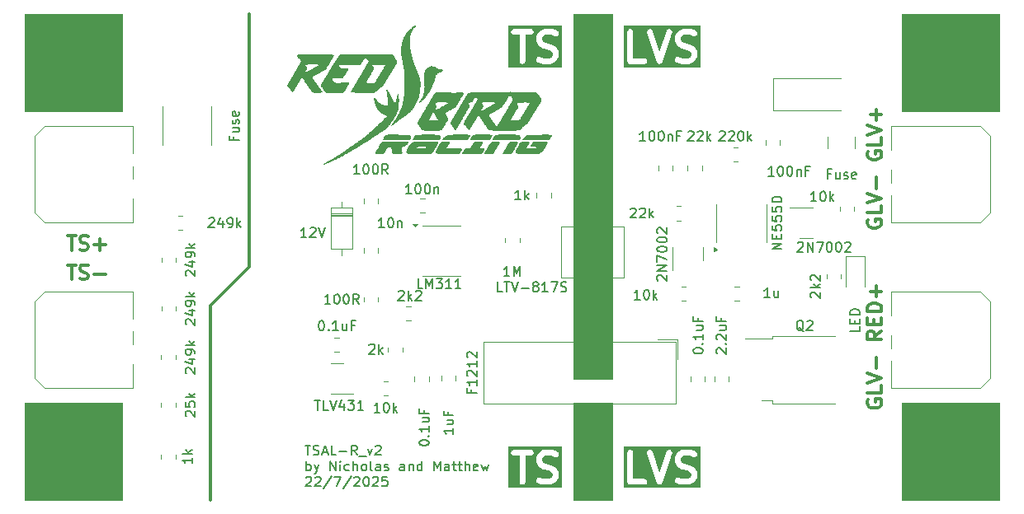
<source format=gbr>
%TF.GenerationSoftware,KiCad,Pcbnew,9.0.2*%
%TF.CreationDate,2025-07-25T15:12:23+08:00*%
%TF.ProjectId,tsal_r_v3,7473616c-5f72-45f7-9633-2e6b69636164,rev?*%
%TF.SameCoordinates,Original*%
%TF.FileFunction,Legend,Top*%
%TF.FilePolarity,Positive*%
%FSLAX46Y46*%
G04 Gerber Fmt 4.6, Leading zero omitted, Abs format (unit mm)*
G04 Created by KiCad (PCBNEW 9.0.2) date 2025-07-25 15:12:23*
%MOMM*%
%LPD*%
G01*
G04 APERTURE LIST*
%ADD10C,0.100000*%
%ADD11C,0.300000*%
%ADD12C,0.120000*%
%ADD13C,0.600000*%
%ADD14C,0.200000*%
%ADD15C,0.150000*%
%ADD16C,0.000000*%
G04 APERTURE END LIST*
D10*
X71250000Y-75000000D02*
X75250000Y-75000000D01*
X75250000Y-112500000D01*
X71250000Y-112500000D01*
X71250000Y-75000000D01*
G36*
X71250000Y-75000000D02*
G01*
X75250000Y-75000000D01*
X75250000Y-112500000D01*
X71250000Y-112500000D01*
X71250000Y-75000000D01*
G37*
D11*
X38000000Y-101000000D02*
X34000000Y-105000000D01*
X34000000Y-105000000D02*
X34000000Y-125000000D01*
X38000000Y-75000000D02*
X38000000Y-101000000D01*
D12*
X15000000Y-115000000D02*
X25000000Y-115000000D01*
X25000000Y-125000000D01*
X15000000Y-125000000D01*
X15000000Y-115000000D01*
G36*
X15000000Y-115000000D02*
G01*
X25000000Y-115000000D01*
X25000000Y-125000000D01*
X15000000Y-125000000D01*
X15000000Y-115000000D01*
G37*
X15000000Y-75000000D02*
X25000000Y-75000000D01*
X25000000Y-85000000D01*
X15000000Y-85000000D01*
X15000000Y-75000000D01*
G36*
X15000000Y-75000000D02*
G01*
X25000000Y-75000000D01*
X25000000Y-85000000D01*
X15000000Y-85000000D01*
X15000000Y-75000000D01*
G37*
X105000000Y-115000000D02*
X115000000Y-115000000D01*
X115000000Y-125000000D01*
X105000000Y-125000000D01*
X105000000Y-115000000D01*
G36*
X105000000Y-115000000D02*
G01*
X115000000Y-115000000D01*
X115000000Y-125000000D01*
X105000000Y-125000000D01*
X105000000Y-115000000D01*
G37*
X105000000Y-75000000D02*
X115000000Y-75000000D01*
X115000000Y-85000000D01*
X105000000Y-85000000D01*
X105000000Y-75000000D01*
G36*
X105000000Y-75000000D02*
G01*
X115000000Y-75000000D01*
X115000000Y-85000000D01*
X105000000Y-85000000D01*
X105000000Y-75000000D01*
G37*
D10*
X71250000Y-115000000D02*
X75250000Y-115000000D01*
X75250000Y-125000000D01*
X71250000Y-125000000D01*
X71250000Y-115000000D01*
G36*
X71250000Y-115000000D02*
G01*
X75250000Y-115000000D01*
X75250000Y-125000000D01*
X71250000Y-125000000D01*
X71250000Y-115000000D01*
G37*
D13*
G36*
X70099497Y-123734990D02*
G01*
X64549684Y-123734990D01*
X64549684Y-120062499D01*
X64883017Y-120062499D01*
X64883017Y-120140815D01*
X64903286Y-120216462D01*
X64942444Y-120284285D01*
X64997822Y-120339663D01*
X65065645Y-120378821D01*
X65141292Y-120399090D01*
X65180450Y-120401657D01*
X65737593Y-120401657D01*
X65737593Y-123101657D01*
X65740160Y-123140815D01*
X65760429Y-123216462D01*
X65799587Y-123284285D01*
X65854965Y-123339663D01*
X65922788Y-123378821D01*
X65998435Y-123399090D01*
X66076751Y-123399090D01*
X66152398Y-123378821D01*
X66220221Y-123339663D01*
X66275599Y-123284285D01*
X66314757Y-123216462D01*
X66335026Y-123140815D01*
X66337593Y-123101657D01*
X66337593Y-120673085D01*
X67451878Y-120673085D01*
X67451878Y-120958800D01*
X67452938Y-120974977D01*
X67452633Y-120980067D01*
X67453573Y-120984662D01*
X67454445Y-120997958D01*
X67462272Y-121027170D01*
X67468334Y-121056792D01*
X67473498Y-121069070D01*
X67474714Y-121073605D01*
X67477265Y-121078024D01*
X67483550Y-121092964D01*
X67626407Y-121378678D01*
X67646215Y-121412554D01*
X67652209Y-121419314D01*
X67656729Y-121427142D01*
X67682603Y-121456646D01*
X67825460Y-121599503D01*
X67854964Y-121625377D01*
X67862791Y-121629896D01*
X67869552Y-121635891D01*
X67903428Y-121655699D01*
X68189143Y-121798556D01*
X68208601Y-121806741D01*
X68213180Y-121809283D01*
X68219347Y-121811261D01*
X68225315Y-121813772D01*
X68230442Y-121814821D01*
X68250546Y-121821271D01*
X68790027Y-121956141D01*
X69002741Y-122062497D01*
X69076750Y-122136507D01*
X69166164Y-122315334D01*
X69166164Y-122459408D01*
X69076750Y-122638234D01*
X69002741Y-122712244D01*
X68823915Y-122801657D01*
X68229133Y-122801657D01*
X67846746Y-122674195D01*
X67808786Y-122664247D01*
X67730611Y-122659555D01*
X67653886Y-122675256D01*
X67583838Y-122710280D01*
X67525242Y-122762240D01*
X67482091Y-122827595D01*
X67457325Y-122901892D01*
X67452633Y-122980067D01*
X67468334Y-123056792D01*
X67503358Y-123126840D01*
X67555318Y-123185436D01*
X67620673Y-123228587D01*
X67657010Y-123243405D01*
X68085581Y-123386262D01*
X68123542Y-123396209D01*
X68132560Y-123396750D01*
X68141292Y-123399090D01*
X68180450Y-123401657D01*
X68894735Y-123401657D01*
X68910911Y-123400596D01*
X68916001Y-123400902D01*
X68920596Y-123399961D01*
X68933893Y-123399090D01*
X68963106Y-123391262D01*
X68992727Y-123385201D01*
X69005005Y-123380036D01*
X69009540Y-123378821D01*
X69013959Y-123376269D01*
X69028899Y-123369985D01*
X69314614Y-123227128D01*
X69348490Y-123207320D01*
X69355251Y-123201324D01*
X69363079Y-123196805D01*
X69392583Y-123170931D01*
X69535440Y-123028073D01*
X69561313Y-122998569D01*
X69565830Y-122990744D01*
X69571827Y-122983982D01*
X69591635Y-122950106D01*
X69734492Y-122664392D01*
X69740776Y-122649452D01*
X69743328Y-122645033D01*
X69744543Y-122640498D01*
X69749708Y-122628220D01*
X69755769Y-122598598D01*
X69763597Y-122569386D01*
X69764468Y-122556090D01*
X69765409Y-122551495D01*
X69765103Y-122546405D01*
X69766164Y-122530228D01*
X69766164Y-122244514D01*
X69765103Y-122228336D01*
X69765409Y-122223247D01*
X69764468Y-122218651D01*
X69763597Y-122205356D01*
X69755769Y-122176143D01*
X69749708Y-122146522D01*
X69744543Y-122134243D01*
X69743328Y-122129709D01*
X69740776Y-122125289D01*
X69734492Y-122110350D01*
X69591635Y-121824636D01*
X69571827Y-121790760D01*
X69565830Y-121783997D01*
X69561313Y-121776173D01*
X69535440Y-121746669D01*
X69392583Y-121603811D01*
X69363079Y-121577937D01*
X69355251Y-121573417D01*
X69348490Y-121567422D01*
X69314614Y-121547614D01*
X69028899Y-121404757D01*
X69009440Y-121396571D01*
X69004862Y-121394030D01*
X68998694Y-121392051D01*
X68992727Y-121389541D01*
X68987599Y-121388491D01*
X68967496Y-121382042D01*
X68428013Y-121247171D01*
X68215299Y-121140814D01*
X68141291Y-121066806D01*
X68051878Y-120887980D01*
X68051878Y-120743905D01*
X68141291Y-120565079D01*
X68215299Y-120491070D01*
X68394127Y-120401657D01*
X68988909Y-120401657D01*
X69371295Y-120529119D01*
X69409256Y-120539066D01*
X69487430Y-120543759D01*
X69564156Y-120528058D01*
X69634204Y-120493034D01*
X69692800Y-120441074D01*
X69735951Y-120375719D01*
X69760716Y-120301422D01*
X69765409Y-120223247D01*
X69749708Y-120146522D01*
X69714684Y-120076473D01*
X69662724Y-120017877D01*
X69597368Y-119974727D01*
X69561032Y-119959909D01*
X69132460Y-119817052D01*
X69094500Y-119807104D01*
X69085477Y-119806562D01*
X69076750Y-119804224D01*
X69037592Y-119801657D01*
X68323307Y-119801657D01*
X68307130Y-119802717D01*
X68302041Y-119802412D01*
X68297445Y-119803352D01*
X68284149Y-119804224D01*
X68254935Y-119812051D01*
X68225315Y-119818113D01*
X68213036Y-119823277D01*
X68208502Y-119824493D01*
X68204082Y-119827044D01*
X68189143Y-119833329D01*
X67903428Y-119976186D01*
X67869552Y-119995994D01*
X67862791Y-120001988D01*
X67854964Y-120006508D01*
X67825460Y-120032382D01*
X67682603Y-120175239D01*
X67656729Y-120204743D01*
X67652209Y-120212570D01*
X67646215Y-120219331D01*
X67626407Y-120253207D01*
X67483550Y-120538921D01*
X67477265Y-120553860D01*
X67474714Y-120558280D01*
X67473498Y-120562814D01*
X67468334Y-120575093D01*
X67462272Y-120604714D01*
X67454445Y-120633927D01*
X67453573Y-120647222D01*
X67452633Y-120651818D01*
X67452938Y-120656907D01*
X67451878Y-120673085D01*
X66337593Y-120673085D01*
X66337593Y-120401657D01*
X66894736Y-120401657D01*
X66933894Y-120399090D01*
X67009541Y-120378821D01*
X67077364Y-120339663D01*
X67132742Y-120284285D01*
X67171900Y-120216462D01*
X67192169Y-120140815D01*
X67192169Y-120062499D01*
X67171900Y-119986852D01*
X67132742Y-119919029D01*
X67077364Y-119863651D01*
X67009541Y-119824493D01*
X66933894Y-119804224D01*
X66894736Y-119801657D01*
X65180450Y-119801657D01*
X65141292Y-119804224D01*
X65065645Y-119824493D01*
X64997822Y-119863651D01*
X64942444Y-119919029D01*
X64903286Y-119986852D01*
X64883017Y-120062499D01*
X64549684Y-120062499D01*
X64549684Y-119468324D01*
X70099497Y-119468324D01*
X70099497Y-123734990D01*
G37*
D11*
X101472257Y-114659774D02*
X101400828Y-114802632D01*
X101400828Y-114802632D02*
X101400828Y-115016917D01*
X101400828Y-115016917D02*
X101472257Y-115231203D01*
X101472257Y-115231203D02*
X101615114Y-115374060D01*
X101615114Y-115374060D02*
X101757971Y-115445489D01*
X101757971Y-115445489D02*
X102043685Y-115516917D01*
X102043685Y-115516917D02*
X102257971Y-115516917D01*
X102257971Y-115516917D02*
X102543685Y-115445489D01*
X102543685Y-115445489D02*
X102686542Y-115374060D01*
X102686542Y-115374060D02*
X102829400Y-115231203D01*
X102829400Y-115231203D02*
X102900828Y-115016917D01*
X102900828Y-115016917D02*
X102900828Y-114874060D01*
X102900828Y-114874060D02*
X102829400Y-114659774D01*
X102829400Y-114659774D02*
X102757971Y-114588346D01*
X102757971Y-114588346D02*
X102257971Y-114588346D01*
X102257971Y-114588346D02*
X102257971Y-114874060D01*
X102900828Y-113231203D02*
X102900828Y-113945489D01*
X102900828Y-113945489D02*
X101400828Y-113945489D01*
X101400828Y-112945488D02*
X102900828Y-112445488D01*
X102900828Y-112445488D02*
X101400828Y-111945488D01*
X102329400Y-111445489D02*
X102329400Y-110302632D01*
X102900828Y-107588346D02*
X102186542Y-108088346D01*
X102900828Y-108445489D02*
X101400828Y-108445489D01*
X101400828Y-108445489D02*
X101400828Y-107874060D01*
X101400828Y-107874060D02*
X101472257Y-107731203D01*
X101472257Y-107731203D02*
X101543685Y-107659774D01*
X101543685Y-107659774D02*
X101686542Y-107588346D01*
X101686542Y-107588346D02*
X101900828Y-107588346D01*
X101900828Y-107588346D02*
X102043685Y-107659774D01*
X102043685Y-107659774D02*
X102115114Y-107731203D01*
X102115114Y-107731203D02*
X102186542Y-107874060D01*
X102186542Y-107874060D02*
X102186542Y-108445489D01*
X102115114Y-106945489D02*
X102115114Y-106445489D01*
X102900828Y-106231203D02*
X102900828Y-106945489D01*
X102900828Y-106945489D02*
X101400828Y-106945489D01*
X101400828Y-106945489D02*
X101400828Y-106231203D01*
X102900828Y-105588346D02*
X101400828Y-105588346D01*
X101400828Y-105588346D02*
X101400828Y-105231203D01*
X101400828Y-105231203D02*
X101472257Y-105016917D01*
X101472257Y-105016917D02*
X101615114Y-104874060D01*
X101615114Y-104874060D02*
X101757971Y-104802631D01*
X101757971Y-104802631D02*
X102043685Y-104731203D01*
X102043685Y-104731203D02*
X102257971Y-104731203D01*
X102257971Y-104731203D02*
X102543685Y-104802631D01*
X102543685Y-104802631D02*
X102686542Y-104874060D01*
X102686542Y-104874060D02*
X102829400Y-105016917D01*
X102829400Y-105016917D02*
X102900828Y-105231203D01*
X102900828Y-105231203D02*
X102900828Y-105588346D01*
X102329400Y-104088346D02*
X102329400Y-102945489D01*
X102900828Y-103516917D02*
X101757971Y-103516917D01*
X19340225Y-97800828D02*
X20197368Y-97800828D01*
X19768796Y-99300828D02*
X19768796Y-97800828D01*
X20625939Y-99229400D02*
X20840225Y-99300828D01*
X20840225Y-99300828D02*
X21197367Y-99300828D01*
X21197367Y-99300828D02*
X21340225Y-99229400D01*
X21340225Y-99229400D02*
X21411653Y-99157971D01*
X21411653Y-99157971D02*
X21483082Y-99015114D01*
X21483082Y-99015114D02*
X21483082Y-98872257D01*
X21483082Y-98872257D02*
X21411653Y-98729400D01*
X21411653Y-98729400D02*
X21340225Y-98657971D01*
X21340225Y-98657971D02*
X21197367Y-98586542D01*
X21197367Y-98586542D02*
X20911653Y-98515114D01*
X20911653Y-98515114D02*
X20768796Y-98443685D01*
X20768796Y-98443685D02*
X20697367Y-98372257D01*
X20697367Y-98372257D02*
X20625939Y-98229400D01*
X20625939Y-98229400D02*
X20625939Y-98086542D01*
X20625939Y-98086542D02*
X20697367Y-97943685D01*
X20697367Y-97943685D02*
X20768796Y-97872257D01*
X20768796Y-97872257D02*
X20911653Y-97800828D01*
X20911653Y-97800828D02*
X21268796Y-97800828D01*
X21268796Y-97800828D02*
X21483082Y-97872257D01*
X22125938Y-98729400D02*
X23268796Y-98729400D01*
X22697367Y-99300828D02*
X22697367Y-98157971D01*
D13*
G36*
X84313783Y-123734990D02*
G01*
X76475688Y-123734990D01*
X76475688Y-120101657D01*
X76809021Y-120101657D01*
X76809021Y-123101657D01*
X76811588Y-123140815D01*
X76831857Y-123216462D01*
X76871015Y-123284285D01*
X76926393Y-123339663D01*
X76994216Y-123378821D01*
X77069863Y-123399090D01*
X77109021Y-123401657D01*
X78537593Y-123401657D01*
X78576751Y-123399090D01*
X78652398Y-123378821D01*
X78720221Y-123339663D01*
X78775599Y-123284285D01*
X78814757Y-123216462D01*
X78835026Y-123140815D01*
X78835026Y-123062499D01*
X78814757Y-122986852D01*
X78775599Y-122919029D01*
X78720221Y-122863651D01*
X78652398Y-122824493D01*
X78576751Y-122804224D01*
X78537593Y-122801657D01*
X77409021Y-122801657D01*
X77409021Y-120101657D01*
X77407627Y-120080390D01*
X78809776Y-120080390D01*
X78814468Y-120158565D01*
X78824416Y-120196525D01*
X79824416Y-123196526D01*
X79825262Y-123198602D01*
X79825477Y-123199649D01*
X79826629Y-123201954D01*
X79839234Y-123232862D01*
X79850974Y-123250644D01*
X79860501Y-123269697D01*
X79872454Y-123283177D01*
X79882385Y-123298218D01*
X79898326Y-123312354D01*
X79912460Y-123328293D01*
X79927497Y-123338221D01*
X79940981Y-123350178D01*
X79960040Y-123359707D01*
X79977816Y-123371444D01*
X79994907Y-123377141D01*
X80011029Y-123385202D01*
X80031906Y-123389474D01*
X80052113Y-123396210D01*
X80070095Y-123397289D01*
X80087754Y-123400903D01*
X80109027Y-123399625D01*
X80130288Y-123400902D01*
X80147938Y-123397290D01*
X80165929Y-123396210D01*
X80186143Y-123389471D01*
X80207013Y-123385201D01*
X80223128Y-123377143D01*
X80240226Y-123371444D01*
X80258009Y-123359702D01*
X80277061Y-123350177D01*
X80290537Y-123338226D01*
X80305582Y-123328294D01*
X80319720Y-123312349D01*
X80335657Y-123298218D01*
X80345584Y-123283181D01*
X80357541Y-123269698D01*
X80367068Y-123250641D01*
X80378808Y-123232862D01*
X80391410Y-123201958D01*
X80392565Y-123199649D01*
X80392779Y-123198600D01*
X80393626Y-123196525D01*
X81234773Y-120673085D01*
X81666164Y-120673085D01*
X81666164Y-120958800D01*
X81667224Y-120974977D01*
X81666919Y-120980067D01*
X81667859Y-120984662D01*
X81668731Y-120997958D01*
X81676558Y-121027170D01*
X81682620Y-121056792D01*
X81687784Y-121069070D01*
X81689000Y-121073605D01*
X81691551Y-121078024D01*
X81697836Y-121092964D01*
X81840693Y-121378678D01*
X81860501Y-121412554D01*
X81866495Y-121419314D01*
X81871015Y-121427142D01*
X81896889Y-121456646D01*
X82039746Y-121599503D01*
X82069250Y-121625377D01*
X82077077Y-121629896D01*
X82083838Y-121635891D01*
X82117714Y-121655699D01*
X82403429Y-121798556D01*
X82422887Y-121806741D01*
X82427466Y-121809283D01*
X82433633Y-121811261D01*
X82439601Y-121813772D01*
X82444728Y-121814821D01*
X82464832Y-121821271D01*
X83004313Y-121956141D01*
X83217027Y-122062497D01*
X83291036Y-122136507D01*
X83380450Y-122315334D01*
X83380450Y-122459408D01*
X83291036Y-122638234D01*
X83217027Y-122712244D01*
X83038201Y-122801657D01*
X82443419Y-122801657D01*
X82061032Y-122674195D01*
X82023072Y-122664247D01*
X81944897Y-122659555D01*
X81868172Y-122675256D01*
X81798124Y-122710280D01*
X81739528Y-122762240D01*
X81696377Y-122827595D01*
X81671611Y-122901892D01*
X81666919Y-122980067D01*
X81682620Y-123056792D01*
X81717644Y-123126840D01*
X81769604Y-123185436D01*
X81834959Y-123228587D01*
X81871296Y-123243405D01*
X82299867Y-123386262D01*
X82337828Y-123396209D01*
X82346846Y-123396750D01*
X82355578Y-123399090D01*
X82394736Y-123401657D01*
X83109021Y-123401657D01*
X83125197Y-123400596D01*
X83130287Y-123400902D01*
X83134882Y-123399961D01*
X83148179Y-123399090D01*
X83177392Y-123391262D01*
X83207013Y-123385201D01*
X83219291Y-123380036D01*
X83223826Y-123378821D01*
X83228245Y-123376269D01*
X83243185Y-123369985D01*
X83528900Y-123227128D01*
X83562776Y-123207320D01*
X83569537Y-123201324D01*
X83577365Y-123196805D01*
X83606869Y-123170931D01*
X83749726Y-123028073D01*
X83775599Y-122998569D01*
X83780116Y-122990744D01*
X83786113Y-122983982D01*
X83805921Y-122950106D01*
X83948778Y-122664392D01*
X83955062Y-122649452D01*
X83957614Y-122645033D01*
X83958829Y-122640498D01*
X83963994Y-122628220D01*
X83970055Y-122598598D01*
X83977883Y-122569386D01*
X83978754Y-122556090D01*
X83979695Y-122551495D01*
X83979389Y-122546405D01*
X83980450Y-122530228D01*
X83980450Y-122244514D01*
X83979389Y-122228336D01*
X83979695Y-122223247D01*
X83978754Y-122218651D01*
X83977883Y-122205356D01*
X83970055Y-122176143D01*
X83963994Y-122146522D01*
X83958829Y-122134243D01*
X83957614Y-122129709D01*
X83955062Y-122125289D01*
X83948778Y-122110350D01*
X83805921Y-121824636D01*
X83786113Y-121790760D01*
X83780116Y-121783997D01*
X83775599Y-121776173D01*
X83749726Y-121746669D01*
X83606869Y-121603811D01*
X83577365Y-121577937D01*
X83569537Y-121573417D01*
X83562776Y-121567422D01*
X83528900Y-121547614D01*
X83243185Y-121404757D01*
X83223726Y-121396571D01*
X83219148Y-121394030D01*
X83212980Y-121392051D01*
X83207013Y-121389541D01*
X83201885Y-121388491D01*
X83181782Y-121382042D01*
X82642299Y-121247171D01*
X82429585Y-121140814D01*
X82355577Y-121066806D01*
X82266164Y-120887980D01*
X82266164Y-120743905D01*
X82355577Y-120565079D01*
X82429585Y-120491070D01*
X82608413Y-120401657D01*
X83203195Y-120401657D01*
X83585581Y-120529119D01*
X83623542Y-120539066D01*
X83701716Y-120543759D01*
X83778442Y-120528058D01*
X83848490Y-120493034D01*
X83907086Y-120441074D01*
X83950237Y-120375719D01*
X83975002Y-120301422D01*
X83979695Y-120223247D01*
X83963994Y-120146522D01*
X83928970Y-120076473D01*
X83877010Y-120017877D01*
X83811654Y-119974727D01*
X83775318Y-119959909D01*
X83346746Y-119817052D01*
X83308786Y-119807104D01*
X83299763Y-119806562D01*
X83291036Y-119804224D01*
X83251878Y-119801657D01*
X82537593Y-119801657D01*
X82521416Y-119802717D01*
X82516327Y-119802412D01*
X82511731Y-119803352D01*
X82498435Y-119804224D01*
X82469221Y-119812051D01*
X82439601Y-119818113D01*
X82427322Y-119823277D01*
X82422788Y-119824493D01*
X82418368Y-119827044D01*
X82403429Y-119833329D01*
X82117714Y-119976186D01*
X82083838Y-119995994D01*
X82077077Y-120001988D01*
X82069250Y-120006508D01*
X82039746Y-120032382D01*
X81896889Y-120175239D01*
X81871015Y-120204743D01*
X81866495Y-120212570D01*
X81860501Y-120219331D01*
X81840693Y-120253207D01*
X81697836Y-120538921D01*
X81691551Y-120553860D01*
X81689000Y-120558280D01*
X81687784Y-120562814D01*
X81682620Y-120575093D01*
X81676558Y-120604714D01*
X81668731Y-120633927D01*
X81667859Y-120647222D01*
X81666919Y-120651818D01*
X81667224Y-120656907D01*
X81666164Y-120673085D01*
X81234773Y-120673085D01*
X81393626Y-120196525D01*
X81403574Y-120158565D01*
X81408266Y-120080390D01*
X81392565Y-120003665D01*
X81357541Y-119933616D01*
X81305582Y-119875020D01*
X81240226Y-119831870D01*
X81165929Y-119807104D01*
X81087754Y-119802411D01*
X81011029Y-119818112D01*
X80940981Y-119853136D01*
X80882385Y-119905096D01*
X80839234Y-119970452D01*
X80824416Y-120006788D01*
X80109020Y-122152973D01*
X79393626Y-120006789D01*
X79378808Y-119970452D01*
X79335657Y-119905096D01*
X79277061Y-119853137D01*
X79207013Y-119818113D01*
X79130288Y-119802412D01*
X79052113Y-119807104D01*
X78977816Y-119831870D01*
X78912460Y-119875021D01*
X78860501Y-119933617D01*
X78825477Y-120003665D01*
X78809776Y-120080390D01*
X77407627Y-120080390D01*
X77406454Y-120062499D01*
X77386185Y-119986852D01*
X77347027Y-119919029D01*
X77291649Y-119863651D01*
X77223826Y-119824493D01*
X77148179Y-119804224D01*
X77069863Y-119804224D01*
X76994216Y-119824493D01*
X76926393Y-119863651D01*
X76871015Y-119919029D01*
X76831857Y-119986852D01*
X76811588Y-120062499D01*
X76809021Y-120101657D01*
X76475688Y-120101657D01*
X76475688Y-119468324D01*
X84313783Y-119468324D01*
X84313783Y-123734990D01*
G37*
G36*
X84313783Y-80484990D02*
G01*
X76475688Y-80484990D01*
X76475688Y-76851657D01*
X76809021Y-76851657D01*
X76809021Y-79851657D01*
X76811588Y-79890815D01*
X76831857Y-79966462D01*
X76871015Y-80034285D01*
X76926393Y-80089663D01*
X76994216Y-80128821D01*
X77069863Y-80149090D01*
X77109021Y-80151657D01*
X78537593Y-80151657D01*
X78576751Y-80149090D01*
X78652398Y-80128821D01*
X78720221Y-80089663D01*
X78775599Y-80034285D01*
X78814757Y-79966462D01*
X78835026Y-79890815D01*
X78835026Y-79812499D01*
X78814757Y-79736852D01*
X78775599Y-79669029D01*
X78720221Y-79613651D01*
X78652398Y-79574493D01*
X78576751Y-79554224D01*
X78537593Y-79551657D01*
X77409021Y-79551657D01*
X77409021Y-76851657D01*
X77407627Y-76830390D01*
X78809776Y-76830390D01*
X78814468Y-76908565D01*
X78824416Y-76946525D01*
X79824416Y-79946526D01*
X79825262Y-79948602D01*
X79825477Y-79949649D01*
X79826629Y-79951954D01*
X79839234Y-79982862D01*
X79850974Y-80000644D01*
X79860501Y-80019697D01*
X79872454Y-80033177D01*
X79882385Y-80048218D01*
X79898326Y-80062354D01*
X79912460Y-80078293D01*
X79927497Y-80088221D01*
X79940981Y-80100178D01*
X79960040Y-80109707D01*
X79977816Y-80121444D01*
X79994907Y-80127141D01*
X80011029Y-80135202D01*
X80031906Y-80139474D01*
X80052113Y-80146210D01*
X80070095Y-80147289D01*
X80087754Y-80150903D01*
X80109027Y-80149625D01*
X80130288Y-80150902D01*
X80147938Y-80147290D01*
X80165929Y-80146210D01*
X80186143Y-80139471D01*
X80207013Y-80135201D01*
X80223128Y-80127143D01*
X80240226Y-80121444D01*
X80258009Y-80109702D01*
X80277061Y-80100177D01*
X80290537Y-80088226D01*
X80305582Y-80078294D01*
X80319720Y-80062349D01*
X80335657Y-80048218D01*
X80345584Y-80033181D01*
X80357541Y-80019698D01*
X80367068Y-80000641D01*
X80378808Y-79982862D01*
X80391410Y-79951958D01*
X80392565Y-79949649D01*
X80392779Y-79948600D01*
X80393626Y-79946525D01*
X81234773Y-77423085D01*
X81666164Y-77423085D01*
X81666164Y-77708800D01*
X81667224Y-77724977D01*
X81666919Y-77730067D01*
X81667859Y-77734662D01*
X81668731Y-77747958D01*
X81676558Y-77777170D01*
X81682620Y-77806792D01*
X81687784Y-77819070D01*
X81689000Y-77823605D01*
X81691551Y-77828024D01*
X81697836Y-77842964D01*
X81840693Y-78128678D01*
X81860501Y-78162554D01*
X81866495Y-78169314D01*
X81871015Y-78177142D01*
X81896889Y-78206646D01*
X82039746Y-78349503D01*
X82069250Y-78375377D01*
X82077077Y-78379896D01*
X82083838Y-78385891D01*
X82117714Y-78405699D01*
X82403429Y-78548556D01*
X82422887Y-78556741D01*
X82427466Y-78559283D01*
X82433633Y-78561261D01*
X82439601Y-78563772D01*
X82444728Y-78564821D01*
X82464832Y-78571271D01*
X83004313Y-78706141D01*
X83217027Y-78812497D01*
X83291036Y-78886507D01*
X83380450Y-79065334D01*
X83380450Y-79209408D01*
X83291036Y-79388234D01*
X83217027Y-79462244D01*
X83038201Y-79551657D01*
X82443419Y-79551657D01*
X82061032Y-79424195D01*
X82023072Y-79414247D01*
X81944897Y-79409555D01*
X81868172Y-79425256D01*
X81798124Y-79460280D01*
X81739528Y-79512240D01*
X81696377Y-79577595D01*
X81671611Y-79651892D01*
X81666919Y-79730067D01*
X81682620Y-79806792D01*
X81717644Y-79876840D01*
X81769604Y-79935436D01*
X81834959Y-79978587D01*
X81871296Y-79993405D01*
X82299867Y-80136262D01*
X82337828Y-80146209D01*
X82346846Y-80146750D01*
X82355578Y-80149090D01*
X82394736Y-80151657D01*
X83109021Y-80151657D01*
X83125197Y-80150596D01*
X83130287Y-80150902D01*
X83134882Y-80149961D01*
X83148179Y-80149090D01*
X83177392Y-80141262D01*
X83207013Y-80135201D01*
X83219291Y-80130036D01*
X83223826Y-80128821D01*
X83228245Y-80126269D01*
X83243185Y-80119985D01*
X83528900Y-79977128D01*
X83562776Y-79957320D01*
X83569537Y-79951324D01*
X83577365Y-79946805D01*
X83606869Y-79920931D01*
X83749726Y-79778073D01*
X83775599Y-79748569D01*
X83780116Y-79740744D01*
X83786113Y-79733982D01*
X83805921Y-79700106D01*
X83948778Y-79414392D01*
X83955062Y-79399452D01*
X83957614Y-79395033D01*
X83958829Y-79390498D01*
X83963994Y-79378220D01*
X83970055Y-79348598D01*
X83977883Y-79319386D01*
X83978754Y-79306090D01*
X83979695Y-79301495D01*
X83979389Y-79296405D01*
X83980450Y-79280228D01*
X83980450Y-78994514D01*
X83979389Y-78978336D01*
X83979695Y-78973247D01*
X83978754Y-78968651D01*
X83977883Y-78955356D01*
X83970055Y-78926143D01*
X83963994Y-78896522D01*
X83958829Y-78884243D01*
X83957614Y-78879709D01*
X83955062Y-78875289D01*
X83948778Y-78860350D01*
X83805921Y-78574636D01*
X83786113Y-78540760D01*
X83780116Y-78533997D01*
X83775599Y-78526173D01*
X83749726Y-78496669D01*
X83606869Y-78353811D01*
X83577365Y-78327937D01*
X83569537Y-78323417D01*
X83562776Y-78317422D01*
X83528900Y-78297614D01*
X83243185Y-78154757D01*
X83223726Y-78146571D01*
X83219148Y-78144030D01*
X83212980Y-78142051D01*
X83207013Y-78139541D01*
X83201885Y-78138491D01*
X83181782Y-78132042D01*
X82642299Y-77997171D01*
X82429585Y-77890814D01*
X82355577Y-77816806D01*
X82266164Y-77637980D01*
X82266164Y-77493905D01*
X82355577Y-77315079D01*
X82429585Y-77241070D01*
X82608413Y-77151657D01*
X83203195Y-77151657D01*
X83585581Y-77279119D01*
X83623542Y-77289066D01*
X83701716Y-77293759D01*
X83778442Y-77278058D01*
X83848490Y-77243034D01*
X83907086Y-77191074D01*
X83950237Y-77125719D01*
X83975002Y-77051422D01*
X83979695Y-76973247D01*
X83963994Y-76896522D01*
X83928970Y-76826473D01*
X83877010Y-76767877D01*
X83811654Y-76724727D01*
X83775318Y-76709909D01*
X83346746Y-76567052D01*
X83308786Y-76557104D01*
X83299763Y-76556562D01*
X83291036Y-76554224D01*
X83251878Y-76551657D01*
X82537593Y-76551657D01*
X82521416Y-76552717D01*
X82516327Y-76552412D01*
X82511731Y-76553352D01*
X82498435Y-76554224D01*
X82469221Y-76562051D01*
X82439601Y-76568113D01*
X82427322Y-76573277D01*
X82422788Y-76574493D01*
X82418368Y-76577044D01*
X82403429Y-76583329D01*
X82117714Y-76726186D01*
X82083838Y-76745994D01*
X82077077Y-76751988D01*
X82069250Y-76756508D01*
X82039746Y-76782382D01*
X81896889Y-76925239D01*
X81871015Y-76954743D01*
X81866495Y-76962570D01*
X81860501Y-76969331D01*
X81840693Y-77003207D01*
X81697836Y-77288921D01*
X81691551Y-77303860D01*
X81689000Y-77308280D01*
X81687784Y-77312814D01*
X81682620Y-77325093D01*
X81676558Y-77354714D01*
X81668731Y-77383927D01*
X81667859Y-77397222D01*
X81666919Y-77401818D01*
X81667224Y-77406907D01*
X81666164Y-77423085D01*
X81234773Y-77423085D01*
X81393626Y-76946525D01*
X81403574Y-76908565D01*
X81408266Y-76830390D01*
X81392565Y-76753665D01*
X81357541Y-76683616D01*
X81305582Y-76625020D01*
X81240226Y-76581870D01*
X81165929Y-76557104D01*
X81087754Y-76552411D01*
X81011029Y-76568112D01*
X80940981Y-76603136D01*
X80882385Y-76655096D01*
X80839234Y-76720452D01*
X80824416Y-76756788D01*
X80109020Y-78902973D01*
X79393626Y-76756789D01*
X79378808Y-76720452D01*
X79335657Y-76655096D01*
X79277061Y-76603137D01*
X79207013Y-76568113D01*
X79130288Y-76552412D01*
X79052113Y-76557104D01*
X78977816Y-76581870D01*
X78912460Y-76625021D01*
X78860501Y-76683617D01*
X78825477Y-76753665D01*
X78809776Y-76830390D01*
X77407627Y-76830390D01*
X77406454Y-76812499D01*
X77386185Y-76736852D01*
X77347027Y-76669029D01*
X77291649Y-76613651D01*
X77223826Y-76574493D01*
X77148179Y-76554224D01*
X77069863Y-76554224D01*
X76994216Y-76574493D01*
X76926393Y-76613651D01*
X76871015Y-76669029D01*
X76831857Y-76736852D01*
X76811588Y-76812499D01*
X76809021Y-76851657D01*
X76475688Y-76851657D01*
X76475688Y-76218324D01*
X84313783Y-76218324D01*
X84313783Y-80484990D01*
G37*
D11*
X101472257Y-96159774D02*
X101400828Y-96302632D01*
X101400828Y-96302632D02*
X101400828Y-96516917D01*
X101400828Y-96516917D02*
X101472257Y-96731203D01*
X101472257Y-96731203D02*
X101615114Y-96874060D01*
X101615114Y-96874060D02*
X101757971Y-96945489D01*
X101757971Y-96945489D02*
X102043685Y-97016917D01*
X102043685Y-97016917D02*
X102257971Y-97016917D01*
X102257971Y-97016917D02*
X102543685Y-96945489D01*
X102543685Y-96945489D02*
X102686542Y-96874060D01*
X102686542Y-96874060D02*
X102829400Y-96731203D01*
X102829400Y-96731203D02*
X102900828Y-96516917D01*
X102900828Y-96516917D02*
X102900828Y-96374060D01*
X102900828Y-96374060D02*
X102829400Y-96159774D01*
X102829400Y-96159774D02*
X102757971Y-96088346D01*
X102757971Y-96088346D02*
X102257971Y-96088346D01*
X102257971Y-96088346D02*
X102257971Y-96374060D01*
X102900828Y-94731203D02*
X102900828Y-95445489D01*
X102900828Y-95445489D02*
X101400828Y-95445489D01*
X101400828Y-94445488D02*
X102900828Y-93945488D01*
X102900828Y-93945488D02*
X101400828Y-93445488D01*
X102329400Y-92945489D02*
X102329400Y-91802632D01*
X101472257Y-89159774D02*
X101400828Y-89302632D01*
X101400828Y-89302632D02*
X101400828Y-89516917D01*
X101400828Y-89516917D02*
X101472257Y-89731203D01*
X101472257Y-89731203D02*
X101615114Y-89874060D01*
X101615114Y-89874060D02*
X101757971Y-89945489D01*
X101757971Y-89945489D02*
X102043685Y-90016917D01*
X102043685Y-90016917D02*
X102257971Y-90016917D01*
X102257971Y-90016917D02*
X102543685Y-89945489D01*
X102543685Y-89945489D02*
X102686542Y-89874060D01*
X102686542Y-89874060D02*
X102829400Y-89731203D01*
X102829400Y-89731203D02*
X102900828Y-89516917D01*
X102900828Y-89516917D02*
X102900828Y-89374060D01*
X102900828Y-89374060D02*
X102829400Y-89159774D01*
X102829400Y-89159774D02*
X102757971Y-89088346D01*
X102757971Y-89088346D02*
X102257971Y-89088346D01*
X102257971Y-89088346D02*
X102257971Y-89374060D01*
X102900828Y-87731203D02*
X102900828Y-88445489D01*
X102900828Y-88445489D02*
X101400828Y-88445489D01*
X101400828Y-87445488D02*
X102900828Y-86945488D01*
X102900828Y-86945488D02*
X101400828Y-86445488D01*
X102329400Y-85945489D02*
X102329400Y-84802632D01*
X102900828Y-85374060D02*
X101757971Y-85374060D01*
X19340225Y-100800828D02*
X20197368Y-100800828D01*
X19768796Y-102300828D02*
X19768796Y-100800828D01*
X20625939Y-102229400D02*
X20840225Y-102300828D01*
X20840225Y-102300828D02*
X21197367Y-102300828D01*
X21197367Y-102300828D02*
X21340225Y-102229400D01*
X21340225Y-102229400D02*
X21411653Y-102157971D01*
X21411653Y-102157971D02*
X21483082Y-102015114D01*
X21483082Y-102015114D02*
X21483082Y-101872257D01*
X21483082Y-101872257D02*
X21411653Y-101729400D01*
X21411653Y-101729400D02*
X21340225Y-101657971D01*
X21340225Y-101657971D02*
X21197367Y-101586542D01*
X21197367Y-101586542D02*
X20911653Y-101515114D01*
X20911653Y-101515114D02*
X20768796Y-101443685D01*
X20768796Y-101443685D02*
X20697367Y-101372257D01*
X20697367Y-101372257D02*
X20625939Y-101229400D01*
X20625939Y-101229400D02*
X20625939Y-101086542D01*
X20625939Y-101086542D02*
X20697367Y-100943685D01*
X20697367Y-100943685D02*
X20768796Y-100872257D01*
X20768796Y-100872257D02*
X20911653Y-100800828D01*
X20911653Y-100800828D02*
X21268796Y-100800828D01*
X21268796Y-100800828D02*
X21483082Y-100872257D01*
X22125938Y-101729400D02*
X23268796Y-101729400D01*
D14*
X43726816Y-119347331D02*
X44298244Y-119347331D01*
X44012530Y-120347331D02*
X44012530Y-119347331D01*
X44583959Y-120299712D02*
X44726816Y-120347331D01*
X44726816Y-120347331D02*
X44964911Y-120347331D01*
X44964911Y-120347331D02*
X45060149Y-120299712D01*
X45060149Y-120299712D02*
X45107768Y-120252092D01*
X45107768Y-120252092D02*
X45155387Y-120156854D01*
X45155387Y-120156854D02*
X45155387Y-120061616D01*
X45155387Y-120061616D02*
X45107768Y-119966378D01*
X45107768Y-119966378D02*
X45060149Y-119918759D01*
X45060149Y-119918759D02*
X44964911Y-119871140D01*
X44964911Y-119871140D02*
X44774435Y-119823521D01*
X44774435Y-119823521D02*
X44679197Y-119775902D01*
X44679197Y-119775902D02*
X44631578Y-119728283D01*
X44631578Y-119728283D02*
X44583959Y-119633045D01*
X44583959Y-119633045D02*
X44583959Y-119537807D01*
X44583959Y-119537807D02*
X44631578Y-119442569D01*
X44631578Y-119442569D02*
X44679197Y-119394950D01*
X44679197Y-119394950D02*
X44774435Y-119347331D01*
X44774435Y-119347331D02*
X45012530Y-119347331D01*
X45012530Y-119347331D02*
X45155387Y-119394950D01*
X45536340Y-120061616D02*
X46012530Y-120061616D01*
X45441102Y-120347331D02*
X45774435Y-119347331D01*
X45774435Y-119347331D02*
X46107768Y-120347331D01*
X46917292Y-120347331D02*
X46441102Y-120347331D01*
X46441102Y-120347331D02*
X46441102Y-119347331D01*
X47250626Y-119966378D02*
X48012531Y-119966378D01*
X49060149Y-120347331D02*
X48726816Y-119871140D01*
X48488721Y-120347331D02*
X48488721Y-119347331D01*
X48488721Y-119347331D02*
X48869673Y-119347331D01*
X48869673Y-119347331D02*
X48964911Y-119394950D01*
X48964911Y-119394950D02*
X49012530Y-119442569D01*
X49012530Y-119442569D02*
X49060149Y-119537807D01*
X49060149Y-119537807D02*
X49060149Y-119680664D01*
X49060149Y-119680664D02*
X49012530Y-119775902D01*
X49012530Y-119775902D02*
X48964911Y-119823521D01*
X48964911Y-119823521D02*
X48869673Y-119871140D01*
X48869673Y-119871140D02*
X48488721Y-119871140D01*
X49250626Y-120442569D02*
X50012530Y-120442569D01*
X50155388Y-119680664D02*
X50393483Y-120347331D01*
X50393483Y-120347331D02*
X50631578Y-119680664D01*
X50964912Y-119442569D02*
X51012531Y-119394950D01*
X51012531Y-119394950D02*
X51107769Y-119347331D01*
X51107769Y-119347331D02*
X51345864Y-119347331D01*
X51345864Y-119347331D02*
X51441102Y-119394950D01*
X51441102Y-119394950D02*
X51488721Y-119442569D01*
X51488721Y-119442569D02*
X51536340Y-119537807D01*
X51536340Y-119537807D02*
X51536340Y-119633045D01*
X51536340Y-119633045D02*
X51488721Y-119775902D01*
X51488721Y-119775902D02*
X50917293Y-120347331D01*
X50917293Y-120347331D02*
X51536340Y-120347331D01*
X43869673Y-121957275D02*
X43869673Y-120957275D01*
X43869673Y-121338227D02*
X43964911Y-121290608D01*
X43964911Y-121290608D02*
X44155387Y-121290608D01*
X44155387Y-121290608D02*
X44250625Y-121338227D01*
X44250625Y-121338227D02*
X44298244Y-121385846D01*
X44298244Y-121385846D02*
X44345863Y-121481084D01*
X44345863Y-121481084D02*
X44345863Y-121766798D01*
X44345863Y-121766798D02*
X44298244Y-121862036D01*
X44298244Y-121862036D02*
X44250625Y-121909656D01*
X44250625Y-121909656D02*
X44155387Y-121957275D01*
X44155387Y-121957275D02*
X43964911Y-121957275D01*
X43964911Y-121957275D02*
X43869673Y-121909656D01*
X44679197Y-121290608D02*
X44917292Y-121957275D01*
X45155387Y-121290608D02*
X44917292Y-121957275D01*
X44917292Y-121957275D02*
X44822054Y-122195370D01*
X44822054Y-122195370D02*
X44774435Y-122242989D01*
X44774435Y-122242989D02*
X44679197Y-122290608D01*
X46298245Y-121957275D02*
X46298245Y-120957275D01*
X46298245Y-120957275D02*
X46869673Y-121957275D01*
X46869673Y-121957275D02*
X46869673Y-120957275D01*
X47345864Y-121957275D02*
X47345864Y-121290608D01*
X47345864Y-120957275D02*
X47298245Y-121004894D01*
X47298245Y-121004894D02*
X47345864Y-121052513D01*
X47345864Y-121052513D02*
X47393483Y-121004894D01*
X47393483Y-121004894D02*
X47345864Y-120957275D01*
X47345864Y-120957275D02*
X47345864Y-121052513D01*
X48250625Y-121909656D02*
X48155387Y-121957275D01*
X48155387Y-121957275D02*
X47964911Y-121957275D01*
X47964911Y-121957275D02*
X47869673Y-121909656D01*
X47869673Y-121909656D02*
X47822054Y-121862036D01*
X47822054Y-121862036D02*
X47774435Y-121766798D01*
X47774435Y-121766798D02*
X47774435Y-121481084D01*
X47774435Y-121481084D02*
X47822054Y-121385846D01*
X47822054Y-121385846D02*
X47869673Y-121338227D01*
X47869673Y-121338227D02*
X47964911Y-121290608D01*
X47964911Y-121290608D02*
X48155387Y-121290608D01*
X48155387Y-121290608D02*
X48250625Y-121338227D01*
X48679197Y-121957275D02*
X48679197Y-120957275D01*
X49107768Y-121957275D02*
X49107768Y-121433465D01*
X49107768Y-121433465D02*
X49060149Y-121338227D01*
X49060149Y-121338227D02*
X48964911Y-121290608D01*
X48964911Y-121290608D02*
X48822054Y-121290608D01*
X48822054Y-121290608D02*
X48726816Y-121338227D01*
X48726816Y-121338227D02*
X48679197Y-121385846D01*
X49726816Y-121957275D02*
X49631578Y-121909656D01*
X49631578Y-121909656D02*
X49583959Y-121862036D01*
X49583959Y-121862036D02*
X49536340Y-121766798D01*
X49536340Y-121766798D02*
X49536340Y-121481084D01*
X49536340Y-121481084D02*
X49583959Y-121385846D01*
X49583959Y-121385846D02*
X49631578Y-121338227D01*
X49631578Y-121338227D02*
X49726816Y-121290608D01*
X49726816Y-121290608D02*
X49869673Y-121290608D01*
X49869673Y-121290608D02*
X49964911Y-121338227D01*
X49964911Y-121338227D02*
X50012530Y-121385846D01*
X50012530Y-121385846D02*
X50060149Y-121481084D01*
X50060149Y-121481084D02*
X50060149Y-121766798D01*
X50060149Y-121766798D02*
X50012530Y-121862036D01*
X50012530Y-121862036D02*
X49964911Y-121909656D01*
X49964911Y-121909656D02*
X49869673Y-121957275D01*
X49869673Y-121957275D02*
X49726816Y-121957275D01*
X50631578Y-121957275D02*
X50536340Y-121909656D01*
X50536340Y-121909656D02*
X50488721Y-121814417D01*
X50488721Y-121814417D02*
X50488721Y-120957275D01*
X51441102Y-121957275D02*
X51441102Y-121433465D01*
X51441102Y-121433465D02*
X51393483Y-121338227D01*
X51393483Y-121338227D02*
X51298245Y-121290608D01*
X51298245Y-121290608D02*
X51107769Y-121290608D01*
X51107769Y-121290608D02*
X51012531Y-121338227D01*
X51441102Y-121909656D02*
X51345864Y-121957275D01*
X51345864Y-121957275D02*
X51107769Y-121957275D01*
X51107769Y-121957275D02*
X51012531Y-121909656D01*
X51012531Y-121909656D02*
X50964912Y-121814417D01*
X50964912Y-121814417D02*
X50964912Y-121719179D01*
X50964912Y-121719179D02*
X51012531Y-121623941D01*
X51012531Y-121623941D02*
X51107769Y-121576322D01*
X51107769Y-121576322D02*
X51345864Y-121576322D01*
X51345864Y-121576322D02*
X51441102Y-121528703D01*
X51869674Y-121909656D02*
X51964912Y-121957275D01*
X51964912Y-121957275D02*
X52155388Y-121957275D01*
X52155388Y-121957275D02*
X52250626Y-121909656D01*
X52250626Y-121909656D02*
X52298245Y-121814417D01*
X52298245Y-121814417D02*
X52298245Y-121766798D01*
X52298245Y-121766798D02*
X52250626Y-121671560D01*
X52250626Y-121671560D02*
X52155388Y-121623941D01*
X52155388Y-121623941D02*
X52012531Y-121623941D01*
X52012531Y-121623941D02*
X51917293Y-121576322D01*
X51917293Y-121576322D02*
X51869674Y-121481084D01*
X51869674Y-121481084D02*
X51869674Y-121433465D01*
X51869674Y-121433465D02*
X51917293Y-121338227D01*
X51917293Y-121338227D02*
X52012531Y-121290608D01*
X52012531Y-121290608D02*
X52155388Y-121290608D01*
X52155388Y-121290608D02*
X52250626Y-121338227D01*
X53917293Y-121957275D02*
X53917293Y-121433465D01*
X53917293Y-121433465D02*
X53869674Y-121338227D01*
X53869674Y-121338227D02*
X53774436Y-121290608D01*
X53774436Y-121290608D02*
X53583960Y-121290608D01*
X53583960Y-121290608D02*
X53488722Y-121338227D01*
X53917293Y-121909656D02*
X53822055Y-121957275D01*
X53822055Y-121957275D02*
X53583960Y-121957275D01*
X53583960Y-121957275D02*
X53488722Y-121909656D01*
X53488722Y-121909656D02*
X53441103Y-121814417D01*
X53441103Y-121814417D02*
X53441103Y-121719179D01*
X53441103Y-121719179D02*
X53488722Y-121623941D01*
X53488722Y-121623941D02*
X53583960Y-121576322D01*
X53583960Y-121576322D02*
X53822055Y-121576322D01*
X53822055Y-121576322D02*
X53917293Y-121528703D01*
X54393484Y-121290608D02*
X54393484Y-121957275D01*
X54393484Y-121385846D02*
X54441103Y-121338227D01*
X54441103Y-121338227D02*
X54536341Y-121290608D01*
X54536341Y-121290608D02*
X54679198Y-121290608D01*
X54679198Y-121290608D02*
X54774436Y-121338227D01*
X54774436Y-121338227D02*
X54822055Y-121433465D01*
X54822055Y-121433465D02*
X54822055Y-121957275D01*
X55726817Y-121957275D02*
X55726817Y-120957275D01*
X55726817Y-121909656D02*
X55631579Y-121957275D01*
X55631579Y-121957275D02*
X55441103Y-121957275D01*
X55441103Y-121957275D02*
X55345865Y-121909656D01*
X55345865Y-121909656D02*
X55298246Y-121862036D01*
X55298246Y-121862036D02*
X55250627Y-121766798D01*
X55250627Y-121766798D02*
X55250627Y-121481084D01*
X55250627Y-121481084D02*
X55298246Y-121385846D01*
X55298246Y-121385846D02*
X55345865Y-121338227D01*
X55345865Y-121338227D02*
X55441103Y-121290608D01*
X55441103Y-121290608D02*
X55631579Y-121290608D01*
X55631579Y-121290608D02*
X55726817Y-121338227D01*
X56964913Y-121957275D02*
X56964913Y-120957275D01*
X56964913Y-120957275D02*
X57298246Y-121671560D01*
X57298246Y-121671560D02*
X57631579Y-120957275D01*
X57631579Y-120957275D02*
X57631579Y-121957275D01*
X58536341Y-121957275D02*
X58536341Y-121433465D01*
X58536341Y-121433465D02*
X58488722Y-121338227D01*
X58488722Y-121338227D02*
X58393484Y-121290608D01*
X58393484Y-121290608D02*
X58203008Y-121290608D01*
X58203008Y-121290608D02*
X58107770Y-121338227D01*
X58536341Y-121909656D02*
X58441103Y-121957275D01*
X58441103Y-121957275D02*
X58203008Y-121957275D01*
X58203008Y-121957275D02*
X58107770Y-121909656D01*
X58107770Y-121909656D02*
X58060151Y-121814417D01*
X58060151Y-121814417D02*
X58060151Y-121719179D01*
X58060151Y-121719179D02*
X58107770Y-121623941D01*
X58107770Y-121623941D02*
X58203008Y-121576322D01*
X58203008Y-121576322D02*
X58441103Y-121576322D01*
X58441103Y-121576322D02*
X58536341Y-121528703D01*
X58869675Y-121290608D02*
X59250627Y-121290608D01*
X59012532Y-120957275D02*
X59012532Y-121814417D01*
X59012532Y-121814417D02*
X59060151Y-121909656D01*
X59060151Y-121909656D02*
X59155389Y-121957275D01*
X59155389Y-121957275D02*
X59250627Y-121957275D01*
X59441104Y-121290608D02*
X59822056Y-121290608D01*
X59583961Y-120957275D02*
X59583961Y-121814417D01*
X59583961Y-121814417D02*
X59631580Y-121909656D01*
X59631580Y-121909656D02*
X59726818Y-121957275D01*
X59726818Y-121957275D02*
X59822056Y-121957275D01*
X60155390Y-121957275D02*
X60155390Y-120957275D01*
X60583961Y-121957275D02*
X60583961Y-121433465D01*
X60583961Y-121433465D02*
X60536342Y-121338227D01*
X60536342Y-121338227D02*
X60441104Y-121290608D01*
X60441104Y-121290608D02*
X60298247Y-121290608D01*
X60298247Y-121290608D02*
X60203009Y-121338227D01*
X60203009Y-121338227D02*
X60155390Y-121385846D01*
X61441104Y-121909656D02*
X61345866Y-121957275D01*
X61345866Y-121957275D02*
X61155390Y-121957275D01*
X61155390Y-121957275D02*
X61060152Y-121909656D01*
X61060152Y-121909656D02*
X61012533Y-121814417D01*
X61012533Y-121814417D02*
X61012533Y-121433465D01*
X61012533Y-121433465D02*
X61060152Y-121338227D01*
X61060152Y-121338227D02*
X61155390Y-121290608D01*
X61155390Y-121290608D02*
X61345866Y-121290608D01*
X61345866Y-121290608D02*
X61441104Y-121338227D01*
X61441104Y-121338227D02*
X61488723Y-121433465D01*
X61488723Y-121433465D02*
X61488723Y-121528703D01*
X61488723Y-121528703D02*
X61012533Y-121623941D01*
X61822057Y-121290608D02*
X62012533Y-121957275D01*
X62012533Y-121957275D02*
X62203009Y-121481084D01*
X62203009Y-121481084D02*
X62393485Y-121957275D01*
X62393485Y-121957275D02*
X62583961Y-121290608D01*
X43822054Y-122662457D02*
X43869673Y-122614838D01*
X43869673Y-122614838D02*
X43964911Y-122567219D01*
X43964911Y-122567219D02*
X44203006Y-122567219D01*
X44203006Y-122567219D02*
X44298244Y-122614838D01*
X44298244Y-122614838D02*
X44345863Y-122662457D01*
X44345863Y-122662457D02*
X44393482Y-122757695D01*
X44393482Y-122757695D02*
X44393482Y-122852933D01*
X44393482Y-122852933D02*
X44345863Y-122995790D01*
X44345863Y-122995790D02*
X43774435Y-123567219D01*
X43774435Y-123567219D02*
X44393482Y-123567219D01*
X44774435Y-122662457D02*
X44822054Y-122614838D01*
X44822054Y-122614838D02*
X44917292Y-122567219D01*
X44917292Y-122567219D02*
X45155387Y-122567219D01*
X45155387Y-122567219D02*
X45250625Y-122614838D01*
X45250625Y-122614838D02*
X45298244Y-122662457D01*
X45298244Y-122662457D02*
X45345863Y-122757695D01*
X45345863Y-122757695D02*
X45345863Y-122852933D01*
X45345863Y-122852933D02*
X45298244Y-122995790D01*
X45298244Y-122995790D02*
X44726816Y-123567219D01*
X44726816Y-123567219D02*
X45345863Y-123567219D01*
X46488720Y-122519600D02*
X45631578Y-123805314D01*
X46726816Y-122567219D02*
X47393482Y-122567219D01*
X47393482Y-122567219D02*
X46964911Y-123567219D01*
X48488720Y-122519600D02*
X47631578Y-123805314D01*
X48774435Y-122662457D02*
X48822054Y-122614838D01*
X48822054Y-122614838D02*
X48917292Y-122567219D01*
X48917292Y-122567219D02*
X49155387Y-122567219D01*
X49155387Y-122567219D02*
X49250625Y-122614838D01*
X49250625Y-122614838D02*
X49298244Y-122662457D01*
X49298244Y-122662457D02*
X49345863Y-122757695D01*
X49345863Y-122757695D02*
X49345863Y-122852933D01*
X49345863Y-122852933D02*
X49298244Y-122995790D01*
X49298244Y-122995790D02*
X48726816Y-123567219D01*
X48726816Y-123567219D02*
X49345863Y-123567219D01*
X49964911Y-122567219D02*
X50060149Y-122567219D01*
X50060149Y-122567219D02*
X50155387Y-122614838D01*
X50155387Y-122614838D02*
X50203006Y-122662457D01*
X50203006Y-122662457D02*
X50250625Y-122757695D01*
X50250625Y-122757695D02*
X50298244Y-122948171D01*
X50298244Y-122948171D02*
X50298244Y-123186266D01*
X50298244Y-123186266D02*
X50250625Y-123376742D01*
X50250625Y-123376742D02*
X50203006Y-123471980D01*
X50203006Y-123471980D02*
X50155387Y-123519600D01*
X50155387Y-123519600D02*
X50060149Y-123567219D01*
X50060149Y-123567219D02*
X49964911Y-123567219D01*
X49964911Y-123567219D02*
X49869673Y-123519600D01*
X49869673Y-123519600D02*
X49822054Y-123471980D01*
X49822054Y-123471980D02*
X49774435Y-123376742D01*
X49774435Y-123376742D02*
X49726816Y-123186266D01*
X49726816Y-123186266D02*
X49726816Y-122948171D01*
X49726816Y-122948171D02*
X49774435Y-122757695D01*
X49774435Y-122757695D02*
X49822054Y-122662457D01*
X49822054Y-122662457D02*
X49869673Y-122614838D01*
X49869673Y-122614838D02*
X49964911Y-122567219D01*
X50679197Y-122662457D02*
X50726816Y-122614838D01*
X50726816Y-122614838D02*
X50822054Y-122567219D01*
X50822054Y-122567219D02*
X51060149Y-122567219D01*
X51060149Y-122567219D02*
X51155387Y-122614838D01*
X51155387Y-122614838D02*
X51203006Y-122662457D01*
X51203006Y-122662457D02*
X51250625Y-122757695D01*
X51250625Y-122757695D02*
X51250625Y-122852933D01*
X51250625Y-122852933D02*
X51203006Y-122995790D01*
X51203006Y-122995790D02*
X50631578Y-123567219D01*
X50631578Y-123567219D02*
X51250625Y-123567219D01*
X52155387Y-122567219D02*
X51679197Y-122567219D01*
X51679197Y-122567219D02*
X51631578Y-123043409D01*
X51631578Y-123043409D02*
X51679197Y-122995790D01*
X51679197Y-122995790D02*
X51774435Y-122948171D01*
X51774435Y-122948171D02*
X52012530Y-122948171D01*
X52012530Y-122948171D02*
X52107768Y-122995790D01*
X52107768Y-122995790D02*
X52155387Y-123043409D01*
X52155387Y-123043409D02*
X52203006Y-123138647D01*
X52203006Y-123138647D02*
X52203006Y-123376742D01*
X52203006Y-123376742D02*
X52155387Y-123471980D01*
X52155387Y-123471980D02*
X52107768Y-123519600D01*
X52107768Y-123519600D02*
X52012530Y-123567219D01*
X52012530Y-123567219D02*
X51774435Y-123567219D01*
X51774435Y-123567219D02*
X51679197Y-123519600D01*
X51679197Y-123519600D02*
X51631578Y-123471980D01*
D13*
G36*
X70099497Y-80484990D02*
G01*
X64549684Y-80484990D01*
X64549684Y-76812499D01*
X64883017Y-76812499D01*
X64883017Y-76890815D01*
X64903286Y-76966462D01*
X64942444Y-77034285D01*
X64997822Y-77089663D01*
X65065645Y-77128821D01*
X65141292Y-77149090D01*
X65180450Y-77151657D01*
X65737593Y-77151657D01*
X65737593Y-79851657D01*
X65740160Y-79890815D01*
X65760429Y-79966462D01*
X65799587Y-80034285D01*
X65854965Y-80089663D01*
X65922788Y-80128821D01*
X65998435Y-80149090D01*
X66076751Y-80149090D01*
X66152398Y-80128821D01*
X66220221Y-80089663D01*
X66275599Y-80034285D01*
X66314757Y-79966462D01*
X66335026Y-79890815D01*
X66337593Y-79851657D01*
X66337593Y-77423085D01*
X67451878Y-77423085D01*
X67451878Y-77708800D01*
X67452938Y-77724977D01*
X67452633Y-77730067D01*
X67453573Y-77734662D01*
X67454445Y-77747958D01*
X67462272Y-77777170D01*
X67468334Y-77806792D01*
X67473498Y-77819070D01*
X67474714Y-77823605D01*
X67477265Y-77828024D01*
X67483550Y-77842964D01*
X67626407Y-78128678D01*
X67646215Y-78162554D01*
X67652209Y-78169314D01*
X67656729Y-78177142D01*
X67682603Y-78206646D01*
X67825460Y-78349503D01*
X67854964Y-78375377D01*
X67862791Y-78379896D01*
X67869552Y-78385891D01*
X67903428Y-78405699D01*
X68189143Y-78548556D01*
X68208601Y-78556741D01*
X68213180Y-78559283D01*
X68219347Y-78561261D01*
X68225315Y-78563772D01*
X68230442Y-78564821D01*
X68250546Y-78571271D01*
X68790027Y-78706141D01*
X69002741Y-78812497D01*
X69076750Y-78886507D01*
X69166164Y-79065334D01*
X69166164Y-79209408D01*
X69076750Y-79388234D01*
X69002741Y-79462244D01*
X68823915Y-79551657D01*
X68229133Y-79551657D01*
X67846746Y-79424195D01*
X67808786Y-79414247D01*
X67730611Y-79409555D01*
X67653886Y-79425256D01*
X67583838Y-79460280D01*
X67525242Y-79512240D01*
X67482091Y-79577595D01*
X67457325Y-79651892D01*
X67452633Y-79730067D01*
X67468334Y-79806792D01*
X67503358Y-79876840D01*
X67555318Y-79935436D01*
X67620673Y-79978587D01*
X67657010Y-79993405D01*
X68085581Y-80136262D01*
X68123542Y-80146209D01*
X68132560Y-80146750D01*
X68141292Y-80149090D01*
X68180450Y-80151657D01*
X68894735Y-80151657D01*
X68910911Y-80150596D01*
X68916001Y-80150902D01*
X68920596Y-80149961D01*
X68933893Y-80149090D01*
X68963106Y-80141262D01*
X68992727Y-80135201D01*
X69005005Y-80130036D01*
X69009540Y-80128821D01*
X69013959Y-80126269D01*
X69028899Y-80119985D01*
X69314614Y-79977128D01*
X69348490Y-79957320D01*
X69355251Y-79951324D01*
X69363079Y-79946805D01*
X69392583Y-79920931D01*
X69535440Y-79778073D01*
X69561313Y-79748569D01*
X69565830Y-79740744D01*
X69571827Y-79733982D01*
X69591635Y-79700106D01*
X69734492Y-79414392D01*
X69740776Y-79399452D01*
X69743328Y-79395033D01*
X69744543Y-79390498D01*
X69749708Y-79378220D01*
X69755769Y-79348598D01*
X69763597Y-79319386D01*
X69764468Y-79306090D01*
X69765409Y-79301495D01*
X69765103Y-79296405D01*
X69766164Y-79280228D01*
X69766164Y-78994514D01*
X69765103Y-78978336D01*
X69765409Y-78973247D01*
X69764468Y-78968651D01*
X69763597Y-78955356D01*
X69755769Y-78926143D01*
X69749708Y-78896522D01*
X69744543Y-78884243D01*
X69743328Y-78879709D01*
X69740776Y-78875289D01*
X69734492Y-78860350D01*
X69591635Y-78574636D01*
X69571827Y-78540760D01*
X69565830Y-78533997D01*
X69561313Y-78526173D01*
X69535440Y-78496669D01*
X69392583Y-78353811D01*
X69363079Y-78327937D01*
X69355251Y-78323417D01*
X69348490Y-78317422D01*
X69314614Y-78297614D01*
X69028899Y-78154757D01*
X69009440Y-78146571D01*
X69004862Y-78144030D01*
X68998694Y-78142051D01*
X68992727Y-78139541D01*
X68987599Y-78138491D01*
X68967496Y-78132042D01*
X68428013Y-77997171D01*
X68215299Y-77890814D01*
X68141291Y-77816806D01*
X68051878Y-77637980D01*
X68051878Y-77493905D01*
X68141291Y-77315079D01*
X68215299Y-77241070D01*
X68394127Y-77151657D01*
X68988909Y-77151657D01*
X69371295Y-77279119D01*
X69409256Y-77289066D01*
X69487430Y-77293759D01*
X69564156Y-77278058D01*
X69634204Y-77243034D01*
X69692800Y-77191074D01*
X69735951Y-77125719D01*
X69760716Y-77051422D01*
X69765409Y-76973247D01*
X69749708Y-76896522D01*
X69714684Y-76826473D01*
X69662724Y-76767877D01*
X69597368Y-76724727D01*
X69561032Y-76709909D01*
X69132460Y-76567052D01*
X69094500Y-76557104D01*
X69085477Y-76556562D01*
X69076750Y-76554224D01*
X69037592Y-76551657D01*
X68323307Y-76551657D01*
X68307130Y-76552717D01*
X68302041Y-76552412D01*
X68297445Y-76553352D01*
X68284149Y-76554224D01*
X68254935Y-76562051D01*
X68225315Y-76568113D01*
X68213036Y-76573277D01*
X68208502Y-76574493D01*
X68204082Y-76577044D01*
X68189143Y-76583329D01*
X67903428Y-76726186D01*
X67869552Y-76745994D01*
X67862791Y-76751988D01*
X67854964Y-76756508D01*
X67825460Y-76782382D01*
X67682603Y-76925239D01*
X67656729Y-76954743D01*
X67652209Y-76962570D01*
X67646215Y-76969331D01*
X67626407Y-77003207D01*
X67483550Y-77288921D01*
X67477265Y-77303860D01*
X67474714Y-77308280D01*
X67473498Y-77312814D01*
X67468334Y-77325093D01*
X67462272Y-77354714D01*
X67454445Y-77383927D01*
X67453573Y-77397222D01*
X67452633Y-77401818D01*
X67452938Y-77406907D01*
X67451878Y-77423085D01*
X66337593Y-77423085D01*
X66337593Y-77151657D01*
X66894736Y-77151657D01*
X66933894Y-77149090D01*
X67009541Y-77128821D01*
X67077364Y-77089663D01*
X67132742Y-77034285D01*
X67171900Y-76966462D01*
X67192169Y-76890815D01*
X67192169Y-76812499D01*
X67171900Y-76736852D01*
X67132742Y-76669029D01*
X67077364Y-76613651D01*
X67009541Y-76574493D01*
X66933894Y-76554224D01*
X66894736Y-76551657D01*
X65180450Y-76551657D01*
X65141292Y-76554224D01*
X65065645Y-76574493D01*
X64997822Y-76613651D01*
X64942444Y-76669029D01*
X64903286Y-76736852D01*
X64883017Y-76812499D01*
X64549684Y-76812499D01*
X64549684Y-76218324D01*
X70099497Y-76218324D01*
X70099497Y-80484990D01*
G37*
D15*
X60821009Y-113636904D02*
X60821009Y-113970237D01*
X61344819Y-113970237D02*
X60344819Y-113970237D01*
X60344819Y-113970237D02*
X60344819Y-113494047D01*
X61344819Y-112589285D02*
X61344819Y-113160713D01*
X61344819Y-112874999D02*
X60344819Y-112874999D01*
X60344819Y-112874999D02*
X60487676Y-112970237D01*
X60487676Y-112970237D02*
X60582914Y-113065475D01*
X60582914Y-113065475D02*
X60630533Y-113160713D01*
X60440057Y-112208332D02*
X60392438Y-112160713D01*
X60392438Y-112160713D02*
X60344819Y-112065475D01*
X60344819Y-112065475D02*
X60344819Y-111827380D01*
X60344819Y-111827380D02*
X60392438Y-111732142D01*
X60392438Y-111732142D02*
X60440057Y-111684523D01*
X60440057Y-111684523D02*
X60535295Y-111636904D01*
X60535295Y-111636904D02*
X60630533Y-111636904D01*
X60630533Y-111636904D02*
X60773390Y-111684523D01*
X60773390Y-111684523D02*
X61344819Y-112255951D01*
X61344819Y-112255951D02*
X61344819Y-111636904D01*
X61344819Y-110684523D02*
X61344819Y-111255951D01*
X61344819Y-110970237D02*
X60344819Y-110970237D01*
X60344819Y-110970237D02*
X60487676Y-111065475D01*
X60487676Y-111065475D02*
X60582914Y-111160713D01*
X60582914Y-111160713D02*
X60630533Y-111255951D01*
X60440057Y-110303570D02*
X60392438Y-110255951D01*
X60392438Y-110255951D02*
X60344819Y-110160713D01*
X60344819Y-110160713D02*
X60344819Y-109922618D01*
X60344819Y-109922618D02*
X60392438Y-109827380D01*
X60392438Y-109827380D02*
X60440057Y-109779761D01*
X60440057Y-109779761D02*
X60535295Y-109732142D01*
X60535295Y-109732142D02*
X60630533Y-109732142D01*
X60630533Y-109732142D02*
X60773390Y-109779761D01*
X60773390Y-109779761D02*
X61344819Y-110351189D01*
X61344819Y-110351189D02*
X61344819Y-109732142D01*
X54665352Y-93497919D02*
X54093924Y-93497919D01*
X54379638Y-93497919D02*
X54379638Y-92497919D01*
X54379638Y-92497919D02*
X54284400Y-92640776D01*
X54284400Y-92640776D02*
X54189162Y-92736014D01*
X54189162Y-92736014D02*
X54093924Y-92783633D01*
X55284400Y-92497919D02*
X55379638Y-92497919D01*
X55379638Y-92497919D02*
X55474876Y-92545538D01*
X55474876Y-92545538D02*
X55522495Y-92593157D01*
X55522495Y-92593157D02*
X55570114Y-92688395D01*
X55570114Y-92688395D02*
X55617733Y-92878871D01*
X55617733Y-92878871D02*
X55617733Y-93116966D01*
X55617733Y-93116966D02*
X55570114Y-93307442D01*
X55570114Y-93307442D02*
X55522495Y-93402680D01*
X55522495Y-93402680D02*
X55474876Y-93450300D01*
X55474876Y-93450300D02*
X55379638Y-93497919D01*
X55379638Y-93497919D02*
X55284400Y-93497919D01*
X55284400Y-93497919D02*
X55189162Y-93450300D01*
X55189162Y-93450300D02*
X55141543Y-93402680D01*
X55141543Y-93402680D02*
X55093924Y-93307442D01*
X55093924Y-93307442D02*
X55046305Y-93116966D01*
X55046305Y-93116966D02*
X55046305Y-92878871D01*
X55046305Y-92878871D02*
X55093924Y-92688395D01*
X55093924Y-92688395D02*
X55141543Y-92593157D01*
X55141543Y-92593157D02*
X55189162Y-92545538D01*
X55189162Y-92545538D02*
X55284400Y-92497919D01*
X56236781Y-92497919D02*
X56332019Y-92497919D01*
X56332019Y-92497919D02*
X56427257Y-92545538D01*
X56427257Y-92545538D02*
X56474876Y-92593157D01*
X56474876Y-92593157D02*
X56522495Y-92688395D01*
X56522495Y-92688395D02*
X56570114Y-92878871D01*
X56570114Y-92878871D02*
X56570114Y-93116966D01*
X56570114Y-93116966D02*
X56522495Y-93307442D01*
X56522495Y-93307442D02*
X56474876Y-93402680D01*
X56474876Y-93402680D02*
X56427257Y-93450300D01*
X56427257Y-93450300D02*
X56332019Y-93497919D01*
X56332019Y-93497919D02*
X56236781Y-93497919D01*
X56236781Y-93497919D02*
X56141543Y-93450300D01*
X56141543Y-93450300D02*
X56093924Y-93402680D01*
X56093924Y-93402680D02*
X56046305Y-93307442D01*
X56046305Y-93307442D02*
X55998686Y-93116966D01*
X55998686Y-93116966D02*
X55998686Y-92878871D01*
X55998686Y-92878871D02*
X56046305Y-92688395D01*
X56046305Y-92688395D02*
X56093924Y-92593157D01*
X56093924Y-92593157D02*
X56141543Y-92545538D01*
X56141543Y-92545538D02*
X56236781Y-92497919D01*
X56998686Y-92831252D02*
X56998686Y-93497919D01*
X56998686Y-92926490D02*
X57046305Y-92878871D01*
X57046305Y-92878871D02*
X57141543Y-92831252D01*
X57141543Y-92831252D02*
X57284400Y-92831252D01*
X57284400Y-92831252D02*
X57379638Y-92878871D01*
X57379638Y-92878871D02*
X57427257Y-92974109D01*
X57427257Y-92974109D02*
X57427257Y-93497919D01*
X105214285Y-124604819D02*
X105214285Y-123604819D01*
X105214285Y-123604819D02*
X105547618Y-124319104D01*
X105547618Y-124319104D02*
X105880951Y-123604819D01*
X105880951Y-123604819D02*
X105880951Y-124604819D01*
X106499999Y-124604819D02*
X106404761Y-124557200D01*
X106404761Y-124557200D02*
X106357142Y-124509580D01*
X106357142Y-124509580D02*
X106309523Y-124414342D01*
X106309523Y-124414342D02*
X106309523Y-124128628D01*
X106309523Y-124128628D02*
X106357142Y-124033390D01*
X106357142Y-124033390D02*
X106404761Y-123985771D01*
X106404761Y-123985771D02*
X106499999Y-123938152D01*
X106499999Y-123938152D02*
X106642856Y-123938152D01*
X106642856Y-123938152D02*
X106738094Y-123985771D01*
X106738094Y-123985771D02*
X106785713Y-124033390D01*
X106785713Y-124033390D02*
X106833332Y-124128628D01*
X106833332Y-124128628D02*
X106833332Y-124414342D01*
X106833332Y-124414342D02*
X106785713Y-124509580D01*
X106785713Y-124509580D02*
X106738094Y-124557200D01*
X106738094Y-124557200D02*
X106642856Y-124604819D01*
X106642856Y-124604819D02*
X106499999Y-124604819D01*
X107690475Y-123938152D02*
X107690475Y-124604819D01*
X107261904Y-123938152D02*
X107261904Y-124461961D01*
X107261904Y-124461961D02*
X107309523Y-124557200D01*
X107309523Y-124557200D02*
X107404761Y-124604819D01*
X107404761Y-124604819D02*
X107547618Y-124604819D01*
X107547618Y-124604819D02*
X107642856Y-124557200D01*
X107642856Y-124557200D02*
X107690475Y-124509580D01*
X108166666Y-123938152D02*
X108166666Y-124604819D01*
X108166666Y-124033390D02*
X108214285Y-123985771D01*
X108214285Y-123985771D02*
X108309523Y-123938152D01*
X108309523Y-123938152D02*
X108452380Y-123938152D01*
X108452380Y-123938152D02*
X108547618Y-123985771D01*
X108547618Y-123985771D02*
X108595237Y-124081009D01*
X108595237Y-124081009D02*
X108595237Y-124604819D01*
X108928571Y-123938152D02*
X109309523Y-123938152D01*
X109071428Y-123604819D02*
X109071428Y-124461961D01*
X109071428Y-124461961D02*
X109119047Y-124557200D01*
X109119047Y-124557200D02*
X109214285Y-124604819D01*
X109214285Y-124604819D02*
X109309523Y-124604819D01*
X109642857Y-124604819D02*
X109642857Y-123938152D01*
X109642857Y-123604819D02*
X109595238Y-123652438D01*
X109595238Y-123652438D02*
X109642857Y-123700057D01*
X109642857Y-123700057D02*
X109690476Y-123652438D01*
X109690476Y-123652438D02*
X109642857Y-123604819D01*
X109642857Y-123604819D02*
X109642857Y-123700057D01*
X110119047Y-123938152D02*
X110119047Y-124604819D01*
X110119047Y-124033390D02*
X110166666Y-123985771D01*
X110166666Y-123985771D02*
X110261904Y-123938152D01*
X110261904Y-123938152D02*
X110404761Y-123938152D01*
X110404761Y-123938152D02*
X110499999Y-123985771D01*
X110499999Y-123985771D02*
X110547618Y-124081009D01*
X110547618Y-124081009D02*
X110547618Y-124604819D01*
X111452380Y-123938152D02*
X111452380Y-124747676D01*
X111452380Y-124747676D02*
X111404761Y-124842914D01*
X111404761Y-124842914D02*
X111357142Y-124890533D01*
X111357142Y-124890533D02*
X111261904Y-124938152D01*
X111261904Y-124938152D02*
X111119047Y-124938152D01*
X111119047Y-124938152D02*
X111023809Y-124890533D01*
X111452380Y-124557200D02*
X111357142Y-124604819D01*
X111357142Y-124604819D02*
X111166666Y-124604819D01*
X111166666Y-124604819D02*
X111071428Y-124557200D01*
X111071428Y-124557200D02*
X111023809Y-124509580D01*
X111023809Y-124509580D02*
X110976190Y-124414342D01*
X110976190Y-124414342D02*
X110976190Y-124128628D01*
X110976190Y-124128628D02*
X111023809Y-124033390D01*
X111023809Y-124033390D02*
X111071428Y-123985771D01*
X111071428Y-123985771D02*
X111166666Y-123938152D01*
X111166666Y-123938152D02*
X111357142Y-123938152D01*
X111357142Y-123938152D02*
X111452380Y-123985771D01*
X111928571Y-124604819D02*
X111928571Y-123604819D01*
X111928571Y-124081009D02*
X112499999Y-124081009D01*
X112499999Y-124604819D02*
X112499999Y-123604819D01*
X113119047Y-124604819D02*
X113023809Y-124557200D01*
X113023809Y-124557200D02*
X112976190Y-124509580D01*
X112976190Y-124509580D02*
X112928571Y-124414342D01*
X112928571Y-124414342D02*
X112928571Y-124128628D01*
X112928571Y-124128628D02*
X112976190Y-124033390D01*
X112976190Y-124033390D02*
X113023809Y-123985771D01*
X113023809Y-123985771D02*
X113119047Y-123938152D01*
X113119047Y-123938152D02*
X113261904Y-123938152D01*
X113261904Y-123938152D02*
X113357142Y-123985771D01*
X113357142Y-123985771D02*
X113404761Y-124033390D01*
X113404761Y-124033390D02*
X113452380Y-124128628D01*
X113452380Y-124128628D02*
X113452380Y-124414342D01*
X113452380Y-124414342D02*
X113404761Y-124509580D01*
X113404761Y-124509580D02*
X113357142Y-124557200D01*
X113357142Y-124557200D02*
X113261904Y-124604819D01*
X113261904Y-124604819D02*
X113119047Y-124604819D01*
X114023809Y-124604819D02*
X113928571Y-124557200D01*
X113928571Y-124557200D02*
X113880952Y-124461961D01*
X113880952Y-124461961D02*
X113880952Y-123604819D01*
X114785714Y-124557200D02*
X114690476Y-124604819D01*
X114690476Y-124604819D02*
X114500000Y-124604819D01*
X114500000Y-124604819D02*
X114404762Y-124557200D01*
X114404762Y-124557200D02*
X114357143Y-124461961D01*
X114357143Y-124461961D02*
X114357143Y-124081009D01*
X114357143Y-124081009D02*
X114404762Y-123985771D01*
X114404762Y-123985771D02*
X114500000Y-123938152D01*
X114500000Y-123938152D02*
X114690476Y-123938152D01*
X114690476Y-123938152D02*
X114785714Y-123985771D01*
X114785714Y-123985771D02*
X114833333Y-124081009D01*
X114833333Y-124081009D02*
X114833333Y-124176247D01*
X114833333Y-124176247D02*
X114357143Y-124271485D01*
X32149422Y-120619047D02*
X32149422Y-121190475D01*
X32149422Y-120904761D02*
X31149422Y-120904761D01*
X31149422Y-120904761D02*
X31292279Y-120999999D01*
X31292279Y-120999999D02*
X31387517Y-121095237D01*
X31387517Y-121095237D02*
X31435136Y-121190475D01*
X32149422Y-120190475D02*
X31149422Y-120190475D01*
X31768469Y-120095237D02*
X32149422Y-119809523D01*
X31482755Y-119809523D02*
X31863707Y-120190475D01*
X46333333Y-104802319D02*
X45761905Y-104802319D01*
X46047619Y-104802319D02*
X46047619Y-103802319D01*
X46047619Y-103802319D02*
X45952381Y-103945176D01*
X45952381Y-103945176D02*
X45857143Y-104040414D01*
X45857143Y-104040414D02*
X45761905Y-104088033D01*
X46952381Y-103802319D02*
X47047619Y-103802319D01*
X47047619Y-103802319D02*
X47142857Y-103849938D01*
X47142857Y-103849938D02*
X47190476Y-103897557D01*
X47190476Y-103897557D02*
X47238095Y-103992795D01*
X47238095Y-103992795D02*
X47285714Y-104183271D01*
X47285714Y-104183271D02*
X47285714Y-104421366D01*
X47285714Y-104421366D02*
X47238095Y-104611842D01*
X47238095Y-104611842D02*
X47190476Y-104707080D01*
X47190476Y-104707080D02*
X47142857Y-104754700D01*
X47142857Y-104754700D02*
X47047619Y-104802319D01*
X47047619Y-104802319D02*
X46952381Y-104802319D01*
X46952381Y-104802319D02*
X46857143Y-104754700D01*
X46857143Y-104754700D02*
X46809524Y-104707080D01*
X46809524Y-104707080D02*
X46761905Y-104611842D01*
X46761905Y-104611842D02*
X46714286Y-104421366D01*
X46714286Y-104421366D02*
X46714286Y-104183271D01*
X46714286Y-104183271D02*
X46761905Y-103992795D01*
X46761905Y-103992795D02*
X46809524Y-103897557D01*
X46809524Y-103897557D02*
X46857143Y-103849938D01*
X46857143Y-103849938D02*
X46952381Y-103802319D01*
X47904762Y-103802319D02*
X48000000Y-103802319D01*
X48000000Y-103802319D02*
X48095238Y-103849938D01*
X48095238Y-103849938D02*
X48142857Y-103897557D01*
X48142857Y-103897557D02*
X48190476Y-103992795D01*
X48190476Y-103992795D02*
X48238095Y-104183271D01*
X48238095Y-104183271D02*
X48238095Y-104421366D01*
X48238095Y-104421366D02*
X48190476Y-104611842D01*
X48190476Y-104611842D02*
X48142857Y-104707080D01*
X48142857Y-104707080D02*
X48095238Y-104754700D01*
X48095238Y-104754700D02*
X48000000Y-104802319D01*
X48000000Y-104802319D02*
X47904762Y-104802319D01*
X47904762Y-104802319D02*
X47809524Y-104754700D01*
X47809524Y-104754700D02*
X47761905Y-104707080D01*
X47761905Y-104707080D02*
X47714286Y-104611842D01*
X47714286Y-104611842D02*
X47666667Y-104421366D01*
X47666667Y-104421366D02*
X47666667Y-104183271D01*
X47666667Y-104183271D02*
X47714286Y-103992795D01*
X47714286Y-103992795D02*
X47761905Y-103897557D01*
X47761905Y-103897557D02*
X47809524Y-103849938D01*
X47809524Y-103849938D02*
X47904762Y-103802319D01*
X49238095Y-104802319D02*
X48904762Y-104326128D01*
X48666667Y-104802319D02*
X48666667Y-103802319D01*
X48666667Y-103802319D02*
X49047619Y-103802319D01*
X49047619Y-103802319D02*
X49142857Y-103849938D01*
X49142857Y-103849938D02*
X49190476Y-103897557D01*
X49190476Y-103897557D02*
X49238095Y-103992795D01*
X49238095Y-103992795D02*
X49238095Y-104135652D01*
X49238095Y-104135652D02*
X49190476Y-104230890D01*
X49190476Y-104230890D02*
X49142857Y-104278509D01*
X49142857Y-104278509D02*
X49047619Y-104326128D01*
X49047619Y-104326128D02*
X48666667Y-104326128D01*
X83033333Y-87150057D02*
X83080952Y-87102438D01*
X83080952Y-87102438D02*
X83176190Y-87054819D01*
X83176190Y-87054819D02*
X83414285Y-87054819D01*
X83414285Y-87054819D02*
X83509523Y-87102438D01*
X83509523Y-87102438D02*
X83557142Y-87150057D01*
X83557142Y-87150057D02*
X83604761Y-87245295D01*
X83604761Y-87245295D02*
X83604761Y-87340533D01*
X83604761Y-87340533D02*
X83557142Y-87483390D01*
X83557142Y-87483390D02*
X82985714Y-88054819D01*
X82985714Y-88054819D02*
X83604761Y-88054819D01*
X83985714Y-87150057D02*
X84033333Y-87102438D01*
X84033333Y-87102438D02*
X84128571Y-87054819D01*
X84128571Y-87054819D02*
X84366666Y-87054819D01*
X84366666Y-87054819D02*
X84461904Y-87102438D01*
X84461904Y-87102438D02*
X84509523Y-87150057D01*
X84509523Y-87150057D02*
X84557142Y-87245295D01*
X84557142Y-87245295D02*
X84557142Y-87340533D01*
X84557142Y-87340533D02*
X84509523Y-87483390D01*
X84509523Y-87483390D02*
X83938095Y-88054819D01*
X83938095Y-88054819D02*
X84557142Y-88054819D01*
X84985714Y-88054819D02*
X84985714Y-87054819D01*
X85080952Y-87673866D02*
X85366666Y-88054819D01*
X85366666Y-87388152D02*
X84985714Y-87769104D01*
X92654819Y-99166666D02*
X91654819Y-99166666D01*
X91654819Y-99166666D02*
X92654819Y-98595238D01*
X92654819Y-98595238D02*
X91654819Y-98595238D01*
X92131009Y-98119047D02*
X92131009Y-97785714D01*
X92654819Y-97642857D02*
X92654819Y-98119047D01*
X92654819Y-98119047D02*
X91654819Y-98119047D01*
X91654819Y-98119047D02*
X91654819Y-97642857D01*
X91654819Y-96738095D02*
X91654819Y-97214285D01*
X91654819Y-97214285D02*
X92131009Y-97261904D01*
X92131009Y-97261904D02*
X92083390Y-97214285D01*
X92083390Y-97214285D02*
X92035771Y-97119047D01*
X92035771Y-97119047D02*
X92035771Y-96880952D01*
X92035771Y-96880952D02*
X92083390Y-96785714D01*
X92083390Y-96785714D02*
X92131009Y-96738095D01*
X92131009Y-96738095D02*
X92226247Y-96690476D01*
X92226247Y-96690476D02*
X92464342Y-96690476D01*
X92464342Y-96690476D02*
X92559580Y-96738095D01*
X92559580Y-96738095D02*
X92607200Y-96785714D01*
X92607200Y-96785714D02*
X92654819Y-96880952D01*
X92654819Y-96880952D02*
X92654819Y-97119047D01*
X92654819Y-97119047D02*
X92607200Y-97214285D01*
X92607200Y-97214285D02*
X92559580Y-97261904D01*
X91654819Y-95785714D02*
X91654819Y-96261904D01*
X91654819Y-96261904D02*
X92131009Y-96309523D01*
X92131009Y-96309523D02*
X92083390Y-96261904D01*
X92083390Y-96261904D02*
X92035771Y-96166666D01*
X92035771Y-96166666D02*
X92035771Y-95928571D01*
X92035771Y-95928571D02*
X92083390Y-95833333D01*
X92083390Y-95833333D02*
X92131009Y-95785714D01*
X92131009Y-95785714D02*
X92226247Y-95738095D01*
X92226247Y-95738095D02*
X92464342Y-95738095D01*
X92464342Y-95738095D02*
X92559580Y-95785714D01*
X92559580Y-95785714D02*
X92607200Y-95833333D01*
X92607200Y-95833333D02*
X92654819Y-95928571D01*
X92654819Y-95928571D02*
X92654819Y-96166666D01*
X92654819Y-96166666D02*
X92607200Y-96261904D01*
X92607200Y-96261904D02*
X92559580Y-96309523D01*
X91654819Y-94833333D02*
X91654819Y-95309523D01*
X91654819Y-95309523D02*
X92131009Y-95357142D01*
X92131009Y-95357142D02*
X92083390Y-95309523D01*
X92083390Y-95309523D02*
X92035771Y-95214285D01*
X92035771Y-95214285D02*
X92035771Y-94976190D01*
X92035771Y-94976190D02*
X92083390Y-94880952D01*
X92083390Y-94880952D02*
X92131009Y-94833333D01*
X92131009Y-94833333D02*
X92226247Y-94785714D01*
X92226247Y-94785714D02*
X92464342Y-94785714D01*
X92464342Y-94785714D02*
X92559580Y-94833333D01*
X92559580Y-94833333D02*
X92607200Y-94880952D01*
X92607200Y-94880952D02*
X92654819Y-94976190D01*
X92654819Y-94976190D02*
X92654819Y-95214285D01*
X92654819Y-95214285D02*
X92607200Y-95309523D01*
X92607200Y-95309523D02*
X92559580Y-95357142D01*
X92654819Y-94357142D02*
X91654819Y-94357142D01*
X91654819Y-94357142D02*
X91654819Y-94119047D01*
X91654819Y-94119047D02*
X91702438Y-93976190D01*
X91702438Y-93976190D02*
X91797676Y-93880952D01*
X91797676Y-93880952D02*
X91892914Y-93833333D01*
X91892914Y-93833333D02*
X92083390Y-93785714D01*
X92083390Y-93785714D02*
X92226247Y-93785714D01*
X92226247Y-93785714D02*
X92416723Y-93833333D01*
X92416723Y-93833333D02*
X92511961Y-93880952D01*
X92511961Y-93880952D02*
X92607200Y-93976190D01*
X92607200Y-93976190D02*
X92654819Y-94119047D01*
X92654819Y-94119047D02*
X92654819Y-94357142D01*
X55454819Y-119142856D02*
X55454819Y-119047618D01*
X55454819Y-119047618D02*
X55502438Y-118952380D01*
X55502438Y-118952380D02*
X55550057Y-118904761D01*
X55550057Y-118904761D02*
X55645295Y-118857142D01*
X55645295Y-118857142D02*
X55835771Y-118809523D01*
X55835771Y-118809523D02*
X56073866Y-118809523D01*
X56073866Y-118809523D02*
X56264342Y-118857142D01*
X56264342Y-118857142D02*
X56359580Y-118904761D01*
X56359580Y-118904761D02*
X56407200Y-118952380D01*
X56407200Y-118952380D02*
X56454819Y-119047618D01*
X56454819Y-119047618D02*
X56454819Y-119142856D01*
X56454819Y-119142856D02*
X56407200Y-119238094D01*
X56407200Y-119238094D02*
X56359580Y-119285713D01*
X56359580Y-119285713D02*
X56264342Y-119333332D01*
X56264342Y-119333332D02*
X56073866Y-119380951D01*
X56073866Y-119380951D02*
X55835771Y-119380951D01*
X55835771Y-119380951D02*
X55645295Y-119333332D01*
X55645295Y-119333332D02*
X55550057Y-119285713D01*
X55550057Y-119285713D02*
X55502438Y-119238094D01*
X55502438Y-119238094D02*
X55454819Y-119142856D01*
X56359580Y-118380951D02*
X56407200Y-118333332D01*
X56407200Y-118333332D02*
X56454819Y-118380951D01*
X56454819Y-118380951D02*
X56407200Y-118428570D01*
X56407200Y-118428570D02*
X56359580Y-118380951D01*
X56359580Y-118380951D02*
X56454819Y-118380951D01*
X56454819Y-117380952D02*
X56454819Y-117952380D01*
X56454819Y-117666666D02*
X55454819Y-117666666D01*
X55454819Y-117666666D02*
X55597676Y-117761904D01*
X55597676Y-117761904D02*
X55692914Y-117857142D01*
X55692914Y-117857142D02*
X55740533Y-117952380D01*
X55788152Y-116523809D02*
X56454819Y-116523809D01*
X55788152Y-116952380D02*
X56311961Y-116952380D01*
X56311961Y-116952380D02*
X56407200Y-116904761D01*
X56407200Y-116904761D02*
X56454819Y-116809523D01*
X56454819Y-116809523D02*
X56454819Y-116666666D01*
X56454819Y-116666666D02*
X56407200Y-116571428D01*
X56407200Y-116571428D02*
X56359580Y-116523809D01*
X55931009Y-115714285D02*
X55931009Y-116047618D01*
X56454819Y-116047618D02*
X55454819Y-116047618D01*
X55454819Y-116047618D02*
X55454819Y-115571428D01*
X36431009Y-87667857D02*
X36431009Y-88001190D01*
X36954819Y-88001190D02*
X35954819Y-88001190D01*
X35954819Y-88001190D02*
X35954819Y-87525000D01*
X36288152Y-86715476D02*
X36954819Y-86715476D01*
X36288152Y-87144047D02*
X36811961Y-87144047D01*
X36811961Y-87144047D02*
X36907200Y-87096428D01*
X36907200Y-87096428D02*
X36954819Y-87001190D01*
X36954819Y-87001190D02*
X36954819Y-86858333D01*
X36954819Y-86858333D02*
X36907200Y-86763095D01*
X36907200Y-86763095D02*
X36859580Y-86715476D01*
X36907200Y-86286904D02*
X36954819Y-86191666D01*
X36954819Y-86191666D02*
X36954819Y-86001190D01*
X36954819Y-86001190D02*
X36907200Y-85905952D01*
X36907200Y-85905952D02*
X36811961Y-85858333D01*
X36811961Y-85858333D02*
X36764342Y-85858333D01*
X36764342Y-85858333D02*
X36669104Y-85905952D01*
X36669104Y-85905952D02*
X36621485Y-86001190D01*
X36621485Y-86001190D02*
X36621485Y-86144047D01*
X36621485Y-86144047D02*
X36573866Y-86239285D01*
X36573866Y-86239285D02*
X36478628Y-86286904D01*
X36478628Y-86286904D02*
X36431009Y-86286904D01*
X36431009Y-86286904D02*
X36335771Y-86239285D01*
X36335771Y-86239285D02*
X36288152Y-86144047D01*
X36288152Y-86144047D02*
X36288152Y-86001190D01*
X36288152Y-86001190D02*
X36335771Y-85905952D01*
X36907200Y-85048809D02*
X36954819Y-85144047D01*
X36954819Y-85144047D02*
X36954819Y-85334523D01*
X36954819Y-85334523D02*
X36907200Y-85429761D01*
X36907200Y-85429761D02*
X36811961Y-85477380D01*
X36811961Y-85477380D02*
X36431009Y-85477380D01*
X36431009Y-85477380D02*
X36335771Y-85429761D01*
X36335771Y-85429761D02*
X36288152Y-85334523D01*
X36288152Y-85334523D02*
X36288152Y-85144047D01*
X36288152Y-85144047D02*
X36335771Y-85048809D01*
X36335771Y-85048809D02*
X36431009Y-85001190D01*
X36431009Y-85001190D02*
X36526247Y-85001190D01*
X36526247Y-85001190D02*
X36621485Y-85477380D01*
X58954819Y-117595238D02*
X58954819Y-118166666D01*
X58954819Y-117880952D02*
X57954819Y-117880952D01*
X57954819Y-117880952D02*
X58097676Y-117976190D01*
X58097676Y-117976190D02*
X58192914Y-118071428D01*
X58192914Y-118071428D02*
X58240533Y-118166666D01*
X58288152Y-116738095D02*
X58954819Y-116738095D01*
X58288152Y-117166666D02*
X58811961Y-117166666D01*
X58811961Y-117166666D02*
X58907200Y-117119047D01*
X58907200Y-117119047D02*
X58954819Y-117023809D01*
X58954819Y-117023809D02*
X58954819Y-116880952D01*
X58954819Y-116880952D02*
X58907200Y-116785714D01*
X58907200Y-116785714D02*
X58859580Y-116738095D01*
X58431009Y-115928571D02*
X58431009Y-116261904D01*
X58954819Y-116261904D02*
X57954819Y-116261904D01*
X57954819Y-116261904D02*
X57954819Y-115785714D01*
X91433333Y-104154819D02*
X90861905Y-104154819D01*
X91147619Y-104154819D02*
X91147619Y-103154819D01*
X91147619Y-103154819D02*
X91052381Y-103297676D01*
X91052381Y-103297676D02*
X90957143Y-103392914D01*
X90957143Y-103392914D02*
X90861905Y-103440533D01*
X92290476Y-103488152D02*
X92290476Y-104154819D01*
X91861905Y-103488152D02*
X91861905Y-104011961D01*
X91861905Y-104011961D02*
X91909524Y-104107200D01*
X91909524Y-104107200D02*
X92004762Y-104154819D01*
X92004762Y-104154819D02*
X92147619Y-104154819D01*
X92147619Y-104154819D02*
X92242857Y-104107200D01*
X92242857Y-104107200D02*
X92290476Y-104059580D01*
X86050057Y-109915351D02*
X86002438Y-109867732D01*
X86002438Y-109867732D02*
X85954819Y-109772494D01*
X85954819Y-109772494D02*
X85954819Y-109534399D01*
X85954819Y-109534399D02*
X86002438Y-109439161D01*
X86002438Y-109439161D02*
X86050057Y-109391542D01*
X86050057Y-109391542D02*
X86145295Y-109343923D01*
X86145295Y-109343923D02*
X86240533Y-109343923D01*
X86240533Y-109343923D02*
X86383390Y-109391542D01*
X86383390Y-109391542D02*
X86954819Y-109962970D01*
X86954819Y-109962970D02*
X86954819Y-109343923D01*
X86859580Y-108915351D02*
X86907200Y-108867732D01*
X86907200Y-108867732D02*
X86954819Y-108915351D01*
X86954819Y-108915351D02*
X86907200Y-108962970D01*
X86907200Y-108962970D02*
X86859580Y-108915351D01*
X86859580Y-108915351D02*
X86954819Y-108915351D01*
X86050057Y-108486780D02*
X86002438Y-108439161D01*
X86002438Y-108439161D02*
X85954819Y-108343923D01*
X85954819Y-108343923D02*
X85954819Y-108105828D01*
X85954819Y-108105828D02*
X86002438Y-108010590D01*
X86002438Y-108010590D02*
X86050057Y-107962971D01*
X86050057Y-107962971D02*
X86145295Y-107915352D01*
X86145295Y-107915352D02*
X86240533Y-107915352D01*
X86240533Y-107915352D02*
X86383390Y-107962971D01*
X86383390Y-107962971D02*
X86954819Y-108534399D01*
X86954819Y-108534399D02*
X86954819Y-107915352D01*
X86288152Y-107058209D02*
X86954819Y-107058209D01*
X86288152Y-107486780D02*
X86811961Y-107486780D01*
X86811961Y-107486780D02*
X86907200Y-107439161D01*
X86907200Y-107439161D02*
X86954819Y-107343923D01*
X86954819Y-107343923D02*
X86954819Y-107201066D01*
X86954819Y-107201066D02*
X86907200Y-107105828D01*
X86907200Y-107105828D02*
X86859580Y-107058209D01*
X86431009Y-106248685D02*
X86431009Y-106582018D01*
X86954819Y-106582018D02*
X85954819Y-106582018D01*
X85954819Y-106582018D02*
X85954819Y-106105828D01*
X15214285Y-84604819D02*
X15214285Y-83604819D01*
X15214285Y-83604819D02*
X15547618Y-84319104D01*
X15547618Y-84319104D02*
X15880951Y-83604819D01*
X15880951Y-83604819D02*
X15880951Y-84604819D01*
X16499999Y-84604819D02*
X16404761Y-84557200D01*
X16404761Y-84557200D02*
X16357142Y-84509580D01*
X16357142Y-84509580D02*
X16309523Y-84414342D01*
X16309523Y-84414342D02*
X16309523Y-84128628D01*
X16309523Y-84128628D02*
X16357142Y-84033390D01*
X16357142Y-84033390D02*
X16404761Y-83985771D01*
X16404761Y-83985771D02*
X16499999Y-83938152D01*
X16499999Y-83938152D02*
X16642856Y-83938152D01*
X16642856Y-83938152D02*
X16738094Y-83985771D01*
X16738094Y-83985771D02*
X16785713Y-84033390D01*
X16785713Y-84033390D02*
X16833332Y-84128628D01*
X16833332Y-84128628D02*
X16833332Y-84414342D01*
X16833332Y-84414342D02*
X16785713Y-84509580D01*
X16785713Y-84509580D02*
X16738094Y-84557200D01*
X16738094Y-84557200D02*
X16642856Y-84604819D01*
X16642856Y-84604819D02*
X16499999Y-84604819D01*
X17690475Y-83938152D02*
X17690475Y-84604819D01*
X17261904Y-83938152D02*
X17261904Y-84461961D01*
X17261904Y-84461961D02*
X17309523Y-84557200D01*
X17309523Y-84557200D02*
X17404761Y-84604819D01*
X17404761Y-84604819D02*
X17547618Y-84604819D01*
X17547618Y-84604819D02*
X17642856Y-84557200D01*
X17642856Y-84557200D02*
X17690475Y-84509580D01*
X18166666Y-83938152D02*
X18166666Y-84604819D01*
X18166666Y-84033390D02*
X18214285Y-83985771D01*
X18214285Y-83985771D02*
X18309523Y-83938152D01*
X18309523Y-83938152D02*
X18452380Y-83938152D01*
X18452380Y-83938152D02*
X18547618Y-83985771D01*
X18547618Y-83985771D02*
X18595237Y-84081009D01*
X18595237Y-84081009D02*
X18595237Y-84604819D01*
X18928571Y-83938152D02*
X19309523Y-83938152D01*
X19071428Y-83604819D02*
X19071428Y-84461961D01*
X19071428Y-84461961D02*
X19119047Y-84557200D01*
X19119047Y-84557200D02*
X19214285Y-84604819D01*
X19214285Y-84604819D02*
X19309523Y-84604819D01*
X19642857Y-84604819D02*
X19642857Y-83938152D01*
X19642857Y-83604819D02*
X19595238Y-83652438D01*
X19595238Y-83652438D02*
X19642857Y-83700057D01*
X19642857Y-83700057D02*
X19690476Y-83652438D01*
X19690476Y-83652438D02*
X19642857Y-83604819D01*
X19642857Y-83604819D02*
X19642857Y-83700057D01*
X20119047Y-83938152D02*
X20119047Y-84604819D01*
X20119047Y-84033390D02*
X20166666Y-83985771D01*
X20166666Y-83985771D02*
X20261904Y-83938152D01*
X20261904Y-83938152D02*
X20404761Y-83938152D01*
X20404761Y-83938152D02*
X20499999Y-83985771D01*
X20499999Y-83985771D02*
X20547618Y-84081009D01*
X20547618Y-84081009D02*
X20547618Y-84604819D01*
X21452380Y-83938152D02*
X21452380Y-84747676D01*
X21452380Y-84747676D02*
X21404761Y-84842914D01*
X21404761Y-84842914D02*
X21357142Y-84890533D01*
X21357142Y-84890533D02*
X21261904Y-84938152D01*
X21261904Y-84938152D02*
X21119047Y-84938152D01*
X21119047Y-84938152D02*
X21023809Y-84890533D01*
X21452380Y-84557200D02*
X21357142Y-84604819D01*
X21357142Y-84604819D02*
X21166666Y-84604819D01*
X21166666Y-84604819D02*
X21071428Y-84557200D01*
X21071428Y-84557200D02*
X21023809Y-84509580D01*
X21023809Y-84509580D02*
X20976190Y-84414342D01*
X20976190Y-84414342D02*
X20976190Y-84128628D01*
X20976190Y-84128628D02*
X21023809Y-84033390D01*
X21023809Y-84033390D02*
X21071428Y-83985771D01*
X21071428Y-83985771D02*
X21166666Y-83938152D01*
X21166666Y-83938152D02*
X21357142Y-83938152D01*
X21357142Y-83938152D02*
X21452380Y-83985771D01*
X21928571Y-84604819D02*
X21928571Y-83604819D01*
X21928571Y-84081009D02*
X22499999Y-84081009D01*
X22499999Y-84604819D02*
X22499999Y-83604819D01*
X23119047Y-84604819D02*
X23023809Y-84557200D01*
X23023809Y-84557200D02*
X22976190Y-84509580D01*
X22976190Y-84509580D02*
X22928571Y-84414342D01*
X22928571Y-84414342D02*
X22928571Y-84128628D01*
X22928571Y-84128628D02*
X22976190Y-84033390D01*
X22976190Y-84033390D02*
X23023809Y-83985771D01*
X23023809Y-83985771D02*
X23119047Y-83938152D01*
X23119047Y-83938152D02*
X23261904Y-83938152D01*
X23261904Y-83938152D02*
X23357142Y-83985771D01*
X23357142Y-83985771D02*
X23404761Y-84033390D01*
X23404761Y-84033390D02*
X23452380Y-84128628D01*
X23452380Y-84128628D02*
X23452380Y-84414342D01*
X23452380Y-84414342D02*
X23404761Y-84509580D01*
X23404761Y-84509580D02*
X23357142Y-84557200D01*
X23357142Y-84557200D02*
X23261904Y-84604819D01*
X23261904Y-84604819D02*
X23119047Y-84604819D01*
X24023809Y-84604819D02*
X23928571Y-84557200D01*
X23928571Y-84557200D02*
X23880952Y-84461961D01*
X23880952Y-84461961D02*
X23880952Y-83604819D01*
X24785714Y-84557200D02*
X24690476Y-84604819D01*
X24690476Y-84604819D02*
X24500000Y-84604819D01*
X24500000Y-84604819D02*
X24404762Y-84557200D01*
X24404762Y-84557200D02*
X24357143Y-84461961D01*
X24357143Y-84461961D02*
X24357143Y-84081009D01*
X24357143Y-84081009D02*
X24404762Y-83985771D01*
X24404762Y-83985771D02*
X24500000Y-83938152D01*
X24500000Y-83938152D02*
X24690476Y-83938152D01*
X24690476Y-83938152D02*
X24785714Y-83985771D01*
X24785714Y-83985771D02*
X24833333Y-84081009D01*
X24833333Y-84081009D02*
X24833333Y-84176247D01*
X24833333Y-84176247D02*
X24357143Y-84271485D01*
X55809523Y-103219819D02*
X55333333Y-103219819D01*
X55333333Y-103219819D02*
X55333333Y-102219819D01*
X56142857Y-103219819D02*
X56142857Y-102219819D01*
X56142857Y-102219819D02*
X56476190Y-102934104D01*
X56476190Y-102934104D02*
X56809523Y-102219819D01*
X56809523Y-102219819D02*
X56809523Y-103219819D01*
X57190476Y-102219819D02*
X57809523Y-102219819D01*
X57809523Y-102219819D02*
X57476190Y-102600771D01*
X57476190Y-102600771D02*
X57619047Y-102600771D01*
X57619047Y-102600771D02*
X57714285Y-102648390D01*
X57714285Y-102648390D02*
X57761904Y-102696009D01*
X57761904Y-102696009D02*
X57809523Y-102791247D01*
X57809523Y-102791247D02*
X57809523Y-103029342D01*
X57809523Y-103029342D02*
X57761904Y-103124580D01*
X57761904Y-103124580D02*
X57714285Y-103172200D01*
X57714285Y-103172200D02*
X57619047Y-103219819D01*
X57619047Y-103219819D02*
X57333333Y-103219819D01*
X57333333Y-103219819D02*
X57238095Y-103172200D01*
X57238095Y-103172200D02*
X57190476Y-103124580D01*
X58761904Y-103219819D02*
X58190476Y-103219819D01*
X58476190Y-103219819D02*
X58476190Y-102219819D01*
X58476190Y-102219819D02*
X58380952Y-102362676D01*
X58380952Y-102362676D02*
X58285714Y-102457914D01*
X58285714Y-102457914D02*
X58190476Y-102505533D01*
X59714285Y-103219819D02*
X59142857Y-103219819D01*
X59428571Y-103219819D02*
X59428571Y-102219819D01*
X59428571Y-102219819D02*
X59333333Y-102362676D01*
X59333333Y-102362676D02*
X59238095Y-102457914D01*
X59238095Y-102457914D02*
X59142857Y-102505533D01*
X51857142Y-96954819D02*
X51285714Y-96954819D01*
X51571428Y-96954819D02*
X51571428Y-95954819D01*
X51571428Y-95954819D02*
X51476190Y-96097676D01*
X51476190Y-96097676D02*
X51380952Y-96192914D01*
X51380952Y-96192914D02*
X51285714Y-96240533D01*
X52476190Y-95954819D02*
X52571428Y-95954819D01*
X52571428Y-95954819D02*
X52666666Y-96002438D01*
X52666666Y-96002438D02*
X52714285Y-96050057D01*
X52714285Y-96050057D02*
X52761904Y-96145295D01*
X52761904Y-96145295D02*
X52809523Y-96335771D01*
X52809523Y-96335771D02*
X52809523Y-96573866D01*
X52809523Y-96573866D02*
X52761904Y-96764342D01*
X52761904Y-96764342D02*
X52714285Y-96859580D01*
X52714285Y-96859580D02*
X52666666Y-96907200D01*
X52666666Y-96907200D02*
X52571428Y-96954819D01*
X52571428Y-96954819D02*
X52476190Y-96954819D01*
X52476190Y-96954819D02*
X52380952Y-96907200D01*
X52380952Y-96907200D02*
X52333333Y-96859580D01*
X52333333Y-96859580D02*
X52285714Y-96764342D01*
X52285714Y-96764342D02*
X52238095Y-96573866D01*
X52238095Y-96573866D02*
X52238095Y-96335771D01*
X52238095Y-96335771D02*
X52285714Y-96145295D01*
X52285714Y-96145295D02*
X52333333Y-96050057D01*
X52333333Y-96050057D02*
X52380952Y-96002438D01*
X52380952Y-96002438D02*
X52476190Y-95954819D01*
X53238095Y-96288152D02*
X53238095Y-96954819D01*
X53238095Y-96383390D02*
X53285714Y-96335771D01*
X53285714Y-96335771D02*
X53380952Y-96288152D01*
X53380952Y-96288152D02*
X53523809Y-96288152D01*
X53523809Y-96288152D02*
X53619047Y-96335771D01*
X53619047Y-96335771D02*
X53666666Y-96431009D01*
X53666666Y-96431009D02*
X53666666Y-96954819D01*
X105214285Y-84604819D02*
X105214285Y-83604819D01*
X105214285Y-83604819D02*
X105547618Y-84319104D01*
X105547618Y-84319104D02*
X105880951Y-83604819D01*
X105880951Y-83604819D02*
X105880951Y-84604819D01*
X106499999Y-84604819D02*
X106404761Y-84557200D01*
X106404761Y-84557200D02*
X106357142Y-84509580D01*
X106357142Y-84509580D02*
X106309523Y-84414342D01*
X106309523Y-84414342D02*
X106309523Y-84128628D01*
X106309523Y-84128628D02*
X106357142Y-84033390D01*
X106357142Y-84033390D02*
X106404761Y-83985771D01*
X106404761Y-83985771D02*
X106499999Y-83938152D01*
X106499999Y-83938152D02*
X106642856Y-83938152D01*
X106642856Y-83938152D02*
X106738094Y-83985771D01*
X106738094Y-83985771D02*
X106785713Y-84033390D01*
X106785713Y-84033390D02*
X106833332Y-84128628D01*
X106833332Y-84128628D02*
X106833332Y-84414342D01*
X106833332Y-84414342D02*
X106785713Y-84509580D01*
X106785713Y-84509580D02*
X106738094Y-84557200D01*
X106738094Y-84557200D02*
X106642856Y-84604819D01*
X106642856Y-84604819D02*
X106499999Y-84604819D01*
X107690475Y-83938152D02*
X107690475Y-84604819D01*
X107261904Y-83938152D02*
X107261904Y-84461961D01*
X107261904Y-84461961D02*
X107309523Y-84557200D01*
X107309523Y-84557200D02*
X107404761Y-84604819D01*
X107404761Y-84604819D02*
X107547618Y-84604819D01*
X107547618Y-84604819D02*
X107642856Y-84557200D01*
X107642856Y-84557200D02*
X107690475Y-84509580D01*
X108166666Y-83938152D02*
X108166666Y-84604819D01*
X108166666Y-84033390D02*
X108214285Y-83985771D01*
X108214285Y-83985771D02*
X108309523Y-83938152D01*
X108309523Y-83938152D02*
X108452380Y-83938152D01*
X108452380Y-83938152D02*
X108547618Y-83985771D01*
X108547618Y-83985771D02*
X108595237Y-84081009D01*
X108595237Y-84081009D02*
X108595237Y-84604819D01*
X108928571Y-83938152D02*
X109309523Y-83938152D01*
X109071428Y-83604819D02*
X109071428Y-84461961D01*
X109071428Y-84461961D02*
X109119047Y-84557200D01*
X109119047Y-84557200D02*
X109214285Y-84604819D01*
X109214285Y-84604819D02*
X109309523Y-84604819D01*
X109642857Y-84604819D02*
X109642857Y-83938152D01*
X109642857Y-83604819D02*
X109595238Y-83652438D01*
X109595238Y-83652438D02*
X109642857Y-83700057D01*
X109642857Y-83700057D02*
X109690476Y-83652438D01*
X109690476Y-83652438D02*
X109642857Y-83604819D01*
X109642857Y-83604819D02*
X109642857Y-83700057D01*
X110119047Y-83938152D02*
X110119047Y-84604819D01*
X110119047Y-84033390D02*
X110166666Y-83985771D01*
X110166666Y-83985771D02*
X110261904Y-83938152D01*
X110261904Y-83938152D02*
X110404761Y-83938152D01*
X110404761Y-83938152D02*
X110499999Y-83985771D01*
X110499999Y-83985771D02*
X110547618Y-84081009D01*
X110547618Y-84081009D02*
X110547618Y-84604819D01*
X111452380Y-83938152D02*
X111452380Y-84747676D01*
X111452380Y-84747676D02*
X111404761Y-84842914D01*
X111404761Y-84842914D02*
X111357142Y-84890533D01*
X111357142Y-84890533D02*
X111261904Y-84938152D01*
X111261904Y-84938152D02*
X111119047Y-84938152D01*
X111119047Y-84938152D02*
X111023809Y-84890533D01*
X111452380Y-84557200D02*
X111357142Y-84604819D01*
X111357142Y-84604819D02*
X111166666Y-84604819D01*
X111166666Y-84604819D02*
X111071428Y-84557200D01*
X111071428Y-84557200D02*
X111023809Y-84509580D01*
X111023809Y-84509580D02*
X110976190Y-84414342D01*
X110976190Y-84414342D02*
X110976190Y-84128628D01*
X110976190Y-84128628D02*
X111023809Y-84033390D01*
X111023809Y-84033390D02*
X111071428Y-83985771D01*
X111071428Y-83985771D02*
X111166666Y-83938152D01*
X111166666Y-83938152D02*
X111357142Y-83938152D01*
X111357142Y-83938152D02*
X111452380Y-83985771D01*
X111928571Y-84604819D02*
X111928571Y-83604819D01*
X111928571Y-84081009D02*
X112499999Y-84081009D01*
X112499999Y-84604819D02*
X112499999Y-83604819D01*
X113119047Y-84604819D02*
X113023809Y-84557200D01*
X113023809Y-84557200D02*
X112976190Y-84509580D01*
X112976190Y-84509580D02*
X112928571Y-84414342D01*
X112928571Y-84414342D02*
X112928571Y-84128628D01*
X112928571Y-84128628D02*
X112976190Y-84033390D01*
X112976190Y-84033390D02*
X113023809Y-83985771D01*
X113023809Y-83985771D02*
X113119047Y-83938152D01*
X113119047Y-83938152D02*
X113261904Y-83938152D01*
X113261904Y-83938152D02*
X113357142Y-83985771D01*
X113357142Y-83985771D02*
X113404761Y-84033390D01*
X113404761Y-84033390D02*
X113452380Y-84128628D01*
X113452380Y-84128628D02*
X113452380Y-84414342D01*
X113452380Y-84414342D02*
X113404761Y-84509580D01*
X113404761Y-84509580D02*
X113357142Y-84557200D01*
X113357142Y-84557200D02*
X113261904Y-84604819D01*
X113261904Y-84604819D02*
X113119047Y-84604819D01*
X114023809Y-84604819D02*
X113928571Y-84557200D01*
X113928571Y-84557200D02*
X113880952Y-84461961D01*
X113880952Y-84461961D02*
X113880952Y-83604819D01*
X114785714Y-84557200D02*
X114690476Y-84604819D01*
X114690476Y-84604819D02*
X114500000Y-84604819D01*
X114500000Y-84604819D02*
X114404762Y-84557200D01*
X114404762Y-84557200D02*
X114357143Y-84461961D01*
X114357143Y-84461961D02*
X114357143Y-84081009D01*
X114357143Y-84081009D02*
X114404762Y-83985771D01*
X114404762Y-83985771D02*
X114500000Y-83938152D01*
X114500000Y-83938152D02*
X114690476Y-83938152D01*
X114690476Y-83938152D02*
X114785714Y-83985771D01*
X114785714Y-83985771D02*
X114833333Y-84081009D01*
X114833333Y-84081009D02*
X114833333Y-84176247D01*
X114833333Y-84176247D02*
X114357143Y-84271485D01*
X97657142Y-91431009D02*
X97323809Y-91431009D01*
X97323809Y-91954819D02*
X97323809Y-90954819D01*
X97323809Y-90954819D02*
X97799999Y-90954819D01*
X98609523Y-91288152D02*
X98609523Y-91954819D01*
X98180952Y-91288152D02*
X98180952Y-91811961D01*
X98180952Y-91811961D02*
X98228571Y-91907200D01*
X98228571Y-91907200D02*
X98323809Y-91954819D01*
X98323809Y-91954819D02*
X98466666Y-91954819D01*
X98466666Y-91954819D02*
X98561904Y-91907200D01*
X98561904Y-91907200D02*
X98609523Y-91859580D01*
X99038095Y-91907200D02*
X99133333Y-91954819D01*
X99133333Y-91954819D02*
X99323809Y-91954819D01*
X99323809Y-91954819D02*
X99419047Y-91907200D01*
X99419047Y-91907200D02*
X99466666Y-91811961D01*
X99466666Y-91811961D02*
X99466666Y-91764342D01*
X99466666Y-91764342D02*
X99419047Y-91669104D01*
X99419047Y-91669104D02*
X99323809Y-91621485D01*
X99323809Y-91621485D02*
X99180952Y-91621485D01*
X99180952Y-91621485D02*
X99085714Y-91573866D01*
X99085714Y-91573866D02*
X99038095Y-91478628D01*
X99038095Y-91478628D02*
X99038095Y-91431009D01*
X99038095Y-91431009D02*
X99085714Y-91335771D01*
X99085714Y-91335771D02*
X99180952Y-91288152D01*
X99180952Y-91288152D02*
X99323809Y-91288152D01*
X99323809Y-91288152D02*
X99419047Y-91335771D01*
X100276190Y-91907200D02*
X100180952Y-91954819D01*
X100180952Y-91954819D02*
X99990476Y-91954819D01*
X99990476Y-91954819D02*
X99895238Y-91907200D01*
X99895238Y-91907200D02*
X99847619Y-91811961D01*
X99847619Y-91811961D02*
X99847619Y-91431009D01*
X99847619Y-91431009D02*
X99895238Y-91335771D01*
X99895238Y-91335771D02*
X99990476Y-91288152D01*
X99990476Y-91288152D02*
X100180952Y-91288152D01*
X100180952Y-91288152D02*
X100276190Y-91335771D01*
X100276190Y-91335771D02*
X100323809Y-91431009D01*
X100323809Y-91431009D02*
X100323809Y-91526247D01*
X100323809Y-91526247D02*
X99847619Y-91621485D01*
X78652380Y-88054819D02*
X78080952Y-88054819D01*
X78366666Y-88054819D02*
X78366666Y-87054819D01*
X78366666Y-87054819D02*
X78271428Y-87197676D01*
X78271428Y-87197676D02*
X78176190Y-87292914D01*
X78176190Y-87292914D02*
X78080952Y-87340533D01*
X79271428Y-87054819D02*
X79366666Y-87054819D01*
X79366666Y-87054819D02*
X79461904Y-87102438D01*
X79461904Y-87102438D02*
X79509523Y-87150057D01*
X79509523Y-87150057D02*
X79557142Y-87245295D01*
X79557142Y-87245295D02*
X79604761Y-87435771D01*
X79604761Y-87435771D02*
X79604761Y-87673866D01*
X79604761Y-87673866D02*
X79557142Y-87864342D01*
X79557142Y-87864342D02*
X79509523Y-87959580D01*
X79509523Y-87959580D02*
X79461904Y-88007200D01*
X79461904Y-88007200D02*
X79366666Y-88054819D01*
X79366666Y-88054819D02*
X79271428Y-88054819D01*
X79271428Y-88054819D02*
X79176190Y-88007200D01*
X79176190Y-88007200D02*
X79128571Y-87959580D01*
X79128571Y-87959580D02*
X79080952Y-87864342D01*
X79080952Y-87864342D02*
X79033333Y-87673866D01*
X79033333Y-87673866D02*
X79033333Y-87435771D01*
X79033333Y-87435771D02*
X79080952Y-87245295D01*
X79080952Y-87245295D02*
X79128571Y-87150057D01*
X79128571Y-87150057D02*
X79176190Y-87102438D01*
X79176190Y-87102438D02*
X79271428Y-87054819D01*
X80223809Y-87054819D02*
X80319047Y-87054819D01*
X80319047Y-87054819D02*
X80414285Y-87102438D01*
X80414285Y-87102438D02*
X80461904Y-87150057D01*
X80461904Y-87150057D02*
X80509523Y-87245295D01*
X80509523Y-87245295D02*
X80557142Y-87435771D01*
X80557142Y-87435771D02*
X80557142Y-87673866D01*
X80557142Y-87673866D02*
X80509523Y-87864342D01*
X80509523Y-87864342D02*
X80461904Y-87959580D01*
X80461904Y-87959580D02*
X80414285Y-88007200D01*
X80414285Y-88007200D02*
X80319047Y-88054819D01*
X80319047Y-88054819D02*
X80223809Y-88054819D01*
X80223809Y-88054819D02*
X80128571Y-88007200D01*
X80128571Y-88007200D02*
X80080952Y-87959580D01*
X80080952Y-87959580D02*
X80033333Y-87864342D01*
X80033333Y-87864342D02*
X79985714Y-87673866D01*
X79985714Y-87673866D02*
X79985714Y-87435771D01*
X79985714Y-87435771D02*
X80033333Y-87245295D01*
X80033333Y-87245295D02*
X80080952Y-87150057D01*
X80080952Y-87150057D02*
X80128571Y-87102438D01*
X80128571Y-87102438D02*
X80223809Y-87054819D01*
X80985714Y-87388152D02*
X80985714Y-88054819D01*
X80985714Y-87483390D02*
X81033333Y-87435771D01*
X81033333Y-87435771D02*
X81128571Y-87388152D01*
X81128571Y-87388152D02*
X81271428Y-87388152D01*
X81271428Y-87388152D02*
X81366666Y-87435771D01*
X81366666Y-87435771D02*
X81414285Y-87531009D01*
X81414285Y-87531009D02*
X81414285Y-88054819D01*
X82223809Y-87531009D02*
X81890476Y-87531009D01*
X81890476Y-88054819D02*
X81890476Y-87054819D01*
X81890476Y-87054819D02*
X82366666Y-87054819D01*
X45377743Y-106547619D02*
X45472981Y-106547619D01*
X45472981Y-106547619D02*
X45568219Y-106595238D01*
X45568219Y-106595238D02*
X45615838Y-106642857D01*
X45615838Y-106642857D02*
X45663457Y-106738095D01*
X45663457Y-106738095D02*
X45711076Y-106928571D01*
X45711076Y-106928571D02*
X45711076Y-107166666D01*
X45711076Y-107166666D02*
X45663457Y-107357142D01*
X45663457Y-107357142D02*
X45615838Y-107452380D01*
X45615838Y-107452380D02*
X45568219Y-107500000D01*
X45568219Y-107500000D02*
X45472981Y-107547619D01*
X45472981Y-107547619D02*
X45377743Y-107547619D01*
X45377743Y-107547619D02*
X45282505Y-107500000D01*
X45282505Y-107500000D02*
X45234886Y-107452380D01*
X45234886Y-107452380D02*
X45187267Y-107357142D01*
X45187267Y-107357142D02*
X45139648Y-107166666D01*
X45139648Y-107166666D02*
X45139648Y-106928571D01*
X45139648Y-106928571D02*
X45187267Y-106738095D01*
X45187267Y-106738095D02*
X45234886Y-106642857D01*
X45234886Y-106642857D02*
X45282505Y-106595238D01*
X45282505Y-106595238D02*
X45377743Y-106547619D01*
X46139648Y-107452380D02*
X46187267Y-107500000D01*
X46187267Y-107500000D02*
X46139648Y-107547619D01*
X46139648Y-107547619D02*
X46092029Y-107500000D01*
X46092029Y-107500000D02*
X46139648Y-107452380D01*
X46139648Y-107452380D02*
X46139648Y-107547619D01*
X47139647Y-107547619D02*
X46568219Y-107547619D01*
X46853933Y-107547619D02*
X46853933Y-106547619D01*
X46853933Y-106547619D02*
X46758695Y-106690476D01*
X46758695Y-106690476D02*
X46663457Y-106785714D01*
X46663457Y-106785714D02*
X46568219Y-106833333D01*
X47996790Y-106880952D02*
X47996790Y-107547619D01*
X47568219Y-106880952D02*
X47568219Y-107404761D01*
X47568219Y-107404761D02*
X47615838Y-107500000D01*
X47615838Y-107500000D02*
X47711076Y-107547619D01*
X47711076Y-107547619D02*
X47853933Y-107547619D01*
X47853933Y-107547619D02*
X47949171Y-107500000D01*
X47949171Y-107500000D02*
X47996790Y-107452380D01*
X48806314Y-107023809D02*
X48472981Y-107023809D01*
X48472981Y-107547619D02*
X48472981Y-106547619D01*
X48472981Y-106547619D02*
X48949171Y-106547619D01*
X44716481Y-114704819D02*
X45287909Y-114704819D01*
X45002195Y-115704819D02*
X45002195Y-114704819D01*
X46097433Y-115704819D02*
X45621243Y-115704819D01*
X45621243Y-115704819D02*
X45621243Y-114704819D01*
X46287910Y-114704819D02*
X46621243Y-115704819D01*
X46621243Y-115704819D02*
X46954576Y-114704819D01*
X47716481Y-115038152D02*
X47716481Y-115704819D01*
X47478386Y-114657200D02*
X47240291Y-115371485D01*
X47240291Y-115371485D02*
X47859338Y-115371485D01*
X48145053Y-114704819D02*
X48764100Y-114704819D01*
X48764100Y-114704819D02*
X48430767Y-115085771D01*
X48430767Y-115085771D02*
X48573624Y-115085771D01*
X48573624Y-115085771D02*
X48668862Y-115133390D01*
X48668862Y-115133390D02*
X48716481Y-115181009D01*
X48716481Y-115181009D02*
X48764100Y-115276247D01*
X48764100Y-115276247D02*
X48764100Y-115514342D01*
X48764100Y-115514342D02*
X48716481Y-115609580D01*
X48716481Y-115609580D02*
X48668862Y-115657200D01*
X48668862Y-115657200D02*
X48573624Y-115704819D01*
X48573624Y-115704819D02*
X48287910Y-115704819D01*
X48287910Y-115704819D02*
X48192672Y-115657200D01*
X48192672Y-115657200D02*
X48145053Y-115609580D01*
X49716481Y-115704819D02*
X49145053Y-115704819D01*
X49430767Y-115704819D02*
X49430767Y-114704819D01*
X49430767Y-114704819D02*
X49335529Y-114847676D01*
X49335529Y-114847676D02*
X49240291Y-114942914D01*
X49240291Y-114942914D02*
X49145053Y-114990533D01*
X50309524Y-109050057D02*
X50357143Y-109002438D01*
X50357143Y-109002438D02*
X50452381Y-108954819D01*
X50452381Y-108954819D02*
X50690476Y-108954819D01*
X50690476Y-108954819D02*
X50785714Y-109002438D01*
X50785714Y-109002438D02*
X50833333Y-109050057D01*
X50833333Y-109050057D02*
X50880952Y-109145295D01*
X50880952Y-109145295D02*
X50880952Y-109240533D01*
X50880952Y-109240533D02*
X50833333Y-109383390D01*
X50833333Y-109383390D02*
X50261905Y-109954819D01*
X50261905Y-109954819D02*
X50880952Y-109954819D01*
X51309524Y-109954819D02*
X51309524Y-108954819D01*
X51404762Y-109573866D02*
X51690476Y-109954819D01*
X51690476Y-109288152D02*
X51309524Y-109669104D01*
X64714285Y-101954819D02*
X64142857Y-101954819D01*
X64428571Y-101954819D02*
X64428571Y-100954819D01*
X64428571Y-100954819D02*
X64333333Y-101097676D01*
X64333333Y-101097676D02*
X64238095Y-101192914D01*
X64238095Y-101192914D02*
X64142857Y-101240533D01*
X65142857Y-101954819D02*
X65142857Y-100954819D01*
X65142857Y-100954819D02*
X65476190Y-101669104D01*
X65476190Y-101669104D02*
X65809523Y-100954819D01*
X65809523Y-100954819D02*
X65809523Y-101954819D01*
X31550057Y-101927856D02*
X31502438Y-101880237D01*
X31502438Y-101880237D02*
X31454819Y-101784999D01*
X31454819Y-101784999D02*
X31454819Y-101546904D01*
X31454819Y-101546904D02*
X31502438Y-101451666D01*
X31502438Y-101451666D02*
X31550057Y-101404047D01*
X31550057Y-101404047D02*
X31645295Y-101356428D01*
X31645295Y-101356428D02*
X31740533Y-101356428D01*
X31740533Y-101356428D02*
X31883390Y-101404047D01*
X31883390Y-101404047D02*
X32454819Y-101975475D01*
X32454819Y-101975475D02*
X32454819Y-101356428D01*
X31788152Y-100499285D02*
X32454819Y-100499285D01*
X31407200Y-100737380D02*
X32121485Y-100975475D01*
X32121485Y-100975475D02*
X32121485Y-100356428D01*
X32454819Y-99927856D02*
X32454819Y-99737380D01*
X32454819Y-99737380D02*
X32407200Y-99642142D01*
X32407200Y-99642142D02*
X32359580Y-99594523D01*
X32359580Y-99594523D02*
X32216723Y-99499285D01*
X32216723Y-99499285D02*
X32026247Y-99451666D01*
X32026247Y-99451666D02*
X31645295Y-99451666D01*
X31645295Y-99451666D02*
X31550057Y-99499285D01*
X31550057Y-99499285D02*
X31502438Y-99546904D01*
X31502438Y-99546904D02*
X31454819Y-99642142D01*
X31454819Y-99642142D02*
X31454819Y-99832618D01*
X31454819Y-99832618D02*
X31502438Y-99927856D01*
X31502438Y-99927856D02*
X31550057Y-99975475D01*
X31550057Y-99975475D02*
X31645295Y-100023094D01*
X31645295Y-100023094D02*
X31883390Y-100023094D01*
X31883390Y-100023094D02*
X31978628Y-99975475D01*
X31978628Y-99975475D02*
X32026247Y-99927856D01*
X32026247Y-99927856D02*
X32073866Y-99832618D01*
X32073866Y-99832618D02*
X32073866Y-99642142D01*
X32073866Y-99642142D02*
X32026247Y-99546904D01*
X32026247Y-99546904D02*
X31978628Y-99499285D01*
X31978628Y-99499285D02*
X31883390Y-99451666D01*
X32454819Y-99023094D02*
X31454819Y-99023094D01*
X32073866Y-98927856D02*
X32454819Y-98642142D01*
X31788152Y-98642142D02*
X32169104Y-99023094D01*
X49333333Y-91454819D02*
X48761905Y-91454819D01*
X49047619Y-91454819D02*
X49047619Y-90454819D01*
X49047619Y-90454819D02*
X48952381Y-90597676D01*
X48952381Y-90597676D02*
X48857143Y-90692914D01*
X48857143Y-90692914D02*
X48761905Y-90740533D01*
X49952381Y-90454819D02*
X50047619Y-90454819D01*
X50047619Y-90454819D02*
X50142857Y-90502438D01*
X50142857Y-90502438D02*
X50190476Y-90550057D01*
X50190476Y-90550057D02*
X50238095Y-90645295D01*
X50238095Y-90645295D02*
X50285714Y-90835771D01*
X50285714Y-90835771D02*
X50285714Y-91073866D01*
X50285714Y-91073866D02*
X50238095Y-91264342D01*
X50238095Y-91264342D02*
X50190476Y-91359580D01*
X50190476Y-91359580D02*
X50142857Y-91407200D01*
X50142857Y-91407200D02*
X50047619Y-91454819D01*
X50047619Y-91454819D02*
X49952381Y-91454819D01*
X49952381Y-91454819D02*
X49857143Y-91407200D01*
X49857143Y-91407200D02*
X49809524Y-91359580D01*
X49809524Y-91359580D02*
X49761905Y-91264342D01*
X49761905Y-91264342D02*
X49714286Y-91073866D01*
X49714286Y-91073866D02*
X49714286Y-90835771D01*
X49714286Y-90835771D02*
X49761905Y-90645295D01*
X49761905Y-90645295D02*
X49809524Y-90550057D01*
X49809524Y-90550057D02*
X49857143Y-90502438D01*
X49857143Y-90502438D02*
X49952381Y-90454819D01*
X50904762Y-90454819D02*
X51000000Y-90454819D01*
X51000000Y-90454819D02*
X51095238Y-90502438D01*
X51095238Y-90502438D02*
X51142857Y-90550057D01*
X51142857Y-90550057D02*
X51190476Y-90645295D01*
X51190476Y-90645295D02*
X51238095Y-90835771D01*
X51238095Y-90835771D02*
X51238095Y-91073866D01*
X51238095Y-91073866D02*
X51190476Y-91264342D01*
X51190476Y-91264342D02*
X51142857Y-91359580D01*
X51142857Y-91359580D02*
X51095238Y-91407200D01*
X51095238Y-91407200D02*
X51000000Y-91454819D01*
X51000000Y-91454819D02*
X50904762Y-91454819D01*
X50904762Y-91454819D02*
X50809524Y-91407200D01*
X50809524Y-91407200D02*
X50761905Y-91359580D01*
X50761905Y-91359580D02*
X50714286Y-91264342D01*
X50714286Y-91264342D02*
X50666667Y-91073866D01*
X50666667Y-91073866D02*
X50666667Y-90835771D01*
X50666667Y-90835771D02*
X50714286Y-90645295D01*
X50714286Y-90645295D02*
X50761905Y-90550057D01*
X50761905Y-90550057D02*
X50809524Y-90502438D01*
X50809524Y-90502438D02*
X50904762Y-90454819D01*
X52238095Y-91454819D02*
X51904762Y-90978628D01*
X51666667Y-91454819D02*
X51666667Y-90454819D01*
X51666667Y-90454819D02*
X52047619Y-90454819D01*
X52047619Y-90454819D02*
X52142857Y-90502438D01*
X52142857Y-90502438D02*
X52190476Y-90550057D01*
X52190476Y-90550057D02*
X52238095Y-90645295D01*
X52238095Y-90645295D02*
X52238095Y-90788152D01*
X52238095Y-90788152D02*
X52190476Y-90883390D01*
X52190476Y-90883390D02*
X52142857Y-90931009D01*
X52142857Y-90931009D02*
X52047619Y-90978628D01*
X52047619Y-90978628D02*
X51666667Y-90978628D01*
X43880952Y-97954819D02*
X43309524Y-97954819D01*
X43595238Y-97954819D02*
X43595238Y-96954819D01*
X43595238Y-96954819D02*
X43500000Y-97097676D01*
X43500000Y-97097676D02*
X43404762Y-97192914D01*
X43404762Y-97192914D02*
X43309524Y-97240533D01*
X44261905Y-97050057D02*
X44309524Y-97002438D01*
X44309524Y-97002438D02*
X44404762Y-96954819D01*
X44404762Y-96954819D02*
X44642857Y-96954819D01*
X44642857Y-96954819D02*
X44738095Y-97002438D01*
X44738095Y-97002438D02*
X44785714Y-97050057D01*
X44785714Y-97050057D02*
X44833333Y-97145295D01*
X44833333Y-97145295D02*
X44833333Y-97240533D01*
X44833333Y-97240533D02*
X44785714Y-97383390D01*
X44785714Y-97383390D02*
X44214286Y-97954819D01*
X44214286Y-97954819D02*
X44833333Y-97954819D01*
X45119048Y-96954819D02*
X45452381Y-97954819D01*
X45452381Y-97954819D02*
X45785714Y-96954819D01*
X53333333Y-103550057D02*
X53380952Y-103502438D01*
X53380952Y-103502438D02*
X53476190Y-103454819D01*
X53476190Y-103454819D02*
X53714285Y-103454819D01*
X53714285Y-103454819D02*
X53809523Y-103502438D01*
X53809523Y-103502438D02*
X53857142Y-103550057D01*
X53857142Y-103550057D02*
X53904761Y-103645295D01*
X53904761Y-103645295D02*
X53904761Y-103740533D01*
X53904761Y-103740533D02*
X53857142Y-103883390D01*
X53857142Y-103883390D02*
X53285714Y-104454819D01*
X53285714Y-104454819D02*
X53904761Y-104454819D01*
X54333333Y-104454819D02*
X54333333Y-103454819D01*
X54428571Y-104073866D02*
X54714285Y-104454819D01*
X54714285Y-103788152D02*
X54333333Y-104169104D01*
X55095238Y-103550057D02*
X55142857Y-103502438D01*
X55142857Y-103502438D02*
X55238095Y-103454819D01*
X55238095Y-103454819D02*
X55476190Y-103454819D01*
X55476190Y-103454819D02*
X55571428Y-103502438D01*
X55571428Y-103502438D02*
X55619047Y-103550057D01*
X55619047Y-103550057D02*
X55666666Y-103645295D01*
X55666666Y-103645295D02*
X55666666Y-103740533D01*
X55666666Y-103740533D02*
X55619047Y-103883390D01*
X55619047Y-103883390D02*
X55047619Y-104454819D01*
X55047619Y-104454819D02*
X55666666Y-104454819D01*
X15214285Y-124604819D02*
X15214285Y-123604819D01*
X15214285Y-123604819D02*
X15547618Y-124319104D01*
X15547618Y-124319104D02*
X15880951Y-123604819D01*
X15880951Y-123604819D02*
X15880951Y-124604819D01*
X16499999Y-124604819D02*
X16404761Y-124557200D01*
X16404761Y-124557200D02*
X16357142Y-124509580D01*
X16357142Y-124509580D02*
X16309523Y-124414342D01*
X16309523Y-124414342D02*
X16309523Y-124128628D01*
X16309523Y-124128628D02*
X16357142Y-124033390D01*
X16357142Y-124033390D02*
X16404761Y-123985771D01*
X16404761Y-123985771D02*
X16499999Y-123938152D01*
X16499999Y-123938152D02*
X16642856Y-123938152D01*
X16642856Y-123938152D02*
X16738094Y-123985771D01*
X16738094Y-123985771D02*
X16785713Y-124033390D01*
X16785713Y-124033390D02*
X16833332Y-124128628D01*
X16833332Y-124128628D02*
X16833332Y-124414342D01*
X16833332Y-124414342D02*
X16785713Y-124509580D01*
X16785713Y-124509580D02*
X16738094Y-124557200D01*
X16738094Y-124557200D02*
X16642856Y-124604819D01*
X16642856Y-124604819D02*
X16499999Y-124604819D01*
X17690475Y-123938152D02*
X17690475Y-124604819D01*
X17261904Y-123938152D02*
X17261904Y-124461961D01*
X17261904Y-124461961D02*
X17309523Y-124557200D01*
X17309523Y-124557200D02*
X17404761Y-124604819D01*
X17404761Y-124604819D02*
X17547618Y-124604819D01*
X17547618Y-124604819D02*
X17642856Y-124557200D01*
X17642856Y-124557200D02*
X17690475Y-124509580D01*
X18166666Y-123938152D02*
X18166666Y-124604819D01*
X18166666Y-124033390D02*
X18214285Y-123985771D01*
X18214285Y-123985771D02*
X18309523Y-123938152D01*
X18309523Y-123938152D02*
X18452380Y-123938152D01*
X18452380Y-123938152D02*
X18547618Y-123985771D01*
X18547618Y-123985771D02*
X18595237Y-124081009D01*
X18595237Y-124081009D02*
X18595237Y-124604819D01*
X18928571Y-123938152D02*
X19309523Y-123938152D01*
X19071428Y-123604819D02*
X19071428Y-124461961D01*
X19071428Y-124461961D02*
X19119047Y-124557200D01*
X19119047Y-124557200D02*
X19214285Y-124604819D01*
X19214285Y-124604819D02*
X19309523Y-124604819D01*
X19642857Y-124604819D02*
X19642857Y-123938152D01*
X19642857Y-123604819D02*
X19595238Y-123652438D01*
X19595238Y-123652438D02*
X19642857Y-123700057D01*
X19642857Y-123700057D02*
X19690476Y-123652438D01*
X19690476Y-123652438D02*
X19642857Y-123604819D01*
X19642857Y-123604819D02*
X19642857Y-123700057D01*
X20119047Y-123938152D02*
X20119047Y-124604819D01*
X20119047Y-124033390D02*
X20166666Y-123985771D01*
X20166666Y-123985771D02*
X20261904Y-123938152D01*
X20261904Y-123938152D02*
X20404761Y-123938152D01*
X20404761Y-123938152D02*
X20499999Y-123985771D01*
X20499999Y-123985771D02*
X20547618Y-124081009D01*
X20547618Y-124081009D02*
X20547618Y-124604819D01*
X21452380Y-123938152D02*
X21452380Y-124747676D01*
X21452380Y-124747676D02*
X21404761Y-124842914D01*
X21404761Y-124842914D02*
X21357142Y-124890533D01*
X21357142Y-124890533D02*
X21261904Y-124938152D01*
X21261904Y-124938152D02*
X21119047Y-124938152D01*
X21119047Y-124938152D02*
X21023809Y-124890533D01*
X21452380Y-124557200D02*
X21357142Y-124604819D01*
X21357142Y-124604819D02*
X21166666Y-124604819D01*
X21166666Y-124604819D02*
X21071428Y-124557200D01*
X21071428Y-124557200D02*
X21023809Y-124509580D01*
X21023809Y-124509580D02*
X20976190Y-124414342D01*
X20976190Y-124414342D02*
X20976190Y-124128628D01*
X20976190Y-124128628D02*
X21023809Y-124033390D01*
X21023809Y-124033390D02*
X21071428Y-123985771D01*
X21071428Y-123985771D02*
X21166666Y-123938152D01*
X21166666Y-123938152D02*
X21357142Y-123938152D01*
X21357142Y-123938152D02*
X21452380Y-123985771D01*
X21928571Y-124604819D02*
X21928571Y-123604819D01*
X21928571Y-124081009D02*
X22499999Y-124081009D01*
X22499999Y-124604819D02*
X22499999Y-123604819D01*
X23119047Y-124604819D02*
X23023809Y-124557200D01*
X23023809Y-124557200D02*
X22976190Y-124509580D01*
X22976190Y-124509580D02*
X22928571Y-124414342D01*
X22928571Y-124414342D02*
X22928571Y-124128628D01*
X22928571Y-124128628D02*
X22976190Y-124033390D01*
X22976190Y-124033390D02*
X23023809Y-123985771D01*
X23023809Y-123985771D02*
X23119047Y-123938152D01*
X23119047Y-123938152D02*
X23261904Y-123938152D01*
X23261904Y-123938152D02*
X23357142Y-123985771D01*
X23357142Y-123985771D02*
X23404761Y-124033390D01*
X23404761Y-124033390D02*
X23452380Y-124128628D01*
X23452380Y-124128628D02*
X23452380Y-124414342D01*
X23452380Y-124414342D02*
X23404761Y-124509580D01*
X23404761Y-124509580D02*
X23357142Y-124557200D01*
X23357142Y-124557200D02*
X23261904Y-124604819D01*
X23261904Y-124604819D02*
X23119047Y-124604819D01*
X24023809Y-124604819D02*
X23928571Y-124557200D01*
X23928571Y-124557200D02*
X23880952Y-124461961D01*
X23880952Y-124461961D02*
X23880952Y-123604819D01*
X24785714Y-124557200D02*
X24690476Y-124604819D01*
X24690476Y-124604819D02*
X24500000Y-124604819D01*
X24500000Y-124604819D02*
X24404762Y-124557200D01*
X24404762Y-124557200D02*
X24357143Y-124461961D01*
X24357143Y-124461961D02*
X24357143Y-124081009D01*
X24357143Y-124081009D02*
X24404762Y-123985771D01*
X24404762Y-123985771D02*
X24500000Y-123938152D01*
X24500000Y-123938152D02*
X24690476Y-123938152D01*
X24690476Y-123938152D02*
X24785714Y-123985771D01*
X24785714Y-123985771D02*
X24833333Y-124081009D01*
X24833333Y-124081009D02*
X24833333Y-124176247D01*
X24833333Y-124176247D02*
X24357143Y-124271485D01*
X94285714Y-98550057D02*
X94333333Y-98502438D01*
X94333333Y-98502438D02*
X94428571Y-98454819D01*
X94428571Y-98454819D02*
X94666666Y-98454819D01*
X94666666Y-98454819D02*
X94761904Y-98502438D01*
X94761904Y-98502438D02*
X94809523Y-98550057D01*
X94809523Y-98550057D02*
X94857142Y-98645295D01*
X94857142Y-98645295D02*
X94857142Y-98740533D01*
X94857142Y-98740533D02*
X94809523Y-98883390D01*
X94809523Y-98883390D02*
X94238095Y-99454819D01*
X94238095Y-99454819D02*
X94857142Y-99454819D01*
X95285714Y-99454819D02*
X95285714Y-98454819D01*
X95285714Y-98454819D02*
X95857142Y-99454819D01*
X95857142Y-99454819D02*
X95857142Y-98454819D01*
X96238095Y-98454819D02*
X96904761Y-98454819D01*
X96904761Y-98454819D02*
X96476190Y-99454819D01*
X97476190Y-98454819D02*
X97571428Y-98454819D01*
X97571428Y-98454819D02*
X97666666Y-98502438D01*
X97666666Y-98502438D02*
X97714285Y-98550057D01*
X97714285Y-98550057D02*
X97761904Y-98645295D01*
X97761904Y-98645295D02*
X97809523Y-98835771D01*
X97809523Y-98835771D02*
X97809523Y-99073866D01*
X97809523Y-99073866D02*
X97761904Y-99264342D01*
X97761904Y-99264342D02*
X97714285Y-99359580D01*
X97714285Y-99359580D02*
X97666666Y-99407200D01*
X97666666Y-99407200D02*
X97571428Y-99454819D01*
X97571428Y-99454819D02*
X97476190Y-99454819D01*
X97476190Y-99454819D02*
X97380952Y-99407200D01*
X97380952Y-99407200D02*
X97333333Y-99359580D01*
X97333333Y-99359580D02*
X97285714Y-99264342D01*
X97285714Y-99264342D02*
X97238095Y-99073866D01*
X97238095Y-99073866D02*
X97238095Y-98835771D01*
X97238095Y-98835771D02*
X97285714Y-98645295D01*
X97285714Y-98645295D02*
X97333333Y-98550057D01*
X97333333Y-98550057D02*
X97380952Y-98502438D01*
X97380952Y-98502438D02*
X97476190Y-98454819D01*
X98428571Y-98454819D02*
X98523809Y-98454819D01*
X98523809Y-98454819D02*
X98619047Y-98502438D01*
X98619047Y-98502438D02*
X98666666Y-98550057D01*
X98666666Y-98550057D02*
X98714285Y-98645295D01*
X98714285Y-98645295D02*
X98761904Y-98835771D01*
X98761904Y-98835771D02*
X98761904Y-99073866D01*
X98761904Y-99073866D02*
X98714285Y-99264342D01*
X98714285Y-99264342D02*
X98666666Y-99359580D01*
X98666666Y-99359580D02*
X98619047Y-99407200D01*
X98619047Y-99407200D02*
X98523809Y-99454819D01*
X98523809Y-99454819D02*
X98428571Y-99454819D01*
X98428571Y-99454819D02*
X98333333Y-99407200D01*
X98333333Y-99407200D02*
X98285714Y-99359580D01*
X98285714Y-99359580D02*
X98238095Y-99264342D01*
X98238095Y-99264342D02*
X98190476Y-99073866D01*
X98190476Y-99073866D02*
X98190476Y-98835771D01*
X98190476Y-98835771D02*
X98238095Y-98645295D01*
X98238095Y-98645295D02*
X98285714Y-98550057D01*
X98285714Y-98550057D02*
X98333333Y-98502438D01*
X98333333Y-98502438D02*
X98428571Y-98454819D01*
X99142857Y-98550057D02*
X99190476Y-98502438D01*
X99190476Y-98502438D02*
X99285714Y-98454819D01*
X99285714Y-98454819D02*
X99523809Y-98454819D01*
X99523809Y-98454819D02*
X99619047Y-98502438D01*
X99619047Y-98502438D02*
X99666666Y-98550057D01*
X99666666Y-98550057D02*
X99714285Y-98645295D01*
X99714285Y-98645295D02*
X99714285Y-98740533D01*
X99714285Y-98740533D02*
X99666666Y-98883390D01*
X99666666Y-98883390D02*
X99095238Y-99454819D01*
X99095238Y-99454819D02*
X99714285Y-99454819D01*
X95682557Y-104166666D02*
X95634938Y-104119047D01*
X95634938Y-104119047D02*
X95587319Y-104023809D01*
X95587319Y-104023809D02*
X95587319Y-103785714D01*
X95587319Y-103785714D02*
X95634938Y-103690476D01*
X95634938Y-103690476D02*
X95682557Y-103642857D01*
X95682557Y-103642857D02*
X95777795Y-103595238D01*
X95777795Y-103595238D02*
X95873033Y-103595238D01*
X95873033Y-103595238D02*
X96015890Y-103642857D01*
X96015890Y-103642857D02*
X96587319Y-104214285D01*
X96587319Y-104214285D02*
X96587319Y-103595238D01*
X96587319Y-103166666D02*
X95587319Y-103166666D01*
X96206366Y-103071428D02*
X96587319Y-102785714D01*
X95920652Y-102785714D02*
X96301604Y-103166666D01*
X95682557Y-102404761D02*
X95634938Y-102357142D01*
X95634938Y-102357142D02*
X95587319Y-102261904D01*
X95587319Y-102261904D02*
X95587319Y-102023809D01*
X95587319Y-102023809D02*
X95634938Y-101928571D01*
X95634938Y-101928571D02*
X95682557Y-101880952D01*
X95682557Y-101880952D02*
X95777795Y-101833333D01*
X95777795Y-101833333D02*
X95873033Y-101833333D01*
X95873033Y-101833333D02*
X96015890Y-101880952D01*
X96015890Y-101880952D02*
X96587319Y-102452380D01*
X96587319Y-102452380D02*
X96587319Y-101833333D01*
X77133333Y-95050057D02*
X77180952Y-95002438D01*
X77180952Y-95002438D02*
X77276190Y-94954819D01*
X77276190Y-94954819D02*
X77514285Y-94954819D01*
X77514285Y-94954819D02*
X77609523Y-95002438D01*
X77609523Y-95002438D02*
X77657142Y-95050057D01*
X77657142Y-95050057D02*
X77704761Y-95145295D01*
X77704761Y-95145295D02*
X77704761Y-95240533D01*
X77704761Y-95240533D02*
X77657142Y-95383390D01*
X77657142Y-95383390D02*
X77085714Y-95954819D01*
X77085714Y-95954819D02*
X77704761Y-95954819D01*
X78085714Y-95050057D02*
X78133333Y-95002438D01*
X78133333Y-95002438D02*
X78228571Y-94954819D01*
X78228571Y-94954819D02*
X78466666Y-94954819D01*
X78466666Y-94954819D02*
X78561904Y-95002438D01*
X78561904Y-95002438D02*
X78609523Y-95050057D01*
X78609523Y-95050057D02*
X78657142Y-95145295D01*
X78657142Y-95145295D02*
X78657142Y-95240533D01*
X78657142Y-95240533D02*
X78609523Y-95383390D01*
X78609523Y-95383390D02*
X78038095Y-95954819D01*
X78038095Y-95954819D02*
X78657142Y-95954819D01*
X79085714Y-95954819D02*
X79085714Y-94954819D01*
X79180952Y-95573866D02*
X79466666Y-95954819D01*
X79466666Y-95288152D02*
X79085714Y-95669104D01*
X94904761Y-107622557D02*
X94809523Y-107574938D01*
X94809523Y-107574938D02*
X94714285Y-107479700D01*
X94714285Y-107479700D02*
X94571428Y-107336842D01*
X94571428Y-107336842D02*
X94476190Y-107289223D01*
X94476190Y-107289223D02*
X94380952Y-107289223D01*
X94428571Y-107527319D02*
X94333333Y-107479700D01*
X94333333Y-107479700D02*
X94238095Y-107384461D01*
X94238095Y-107384461D02*
X94190476Y-107193985D01*
X94190476Y-107193985D02*
X94190476Y-106860652D01*
X94190476Y-106860652D02*
X94238095Y-106670176D01*
X94238095Y-106670176D02*
X94333333Y-106574938D01*
X94333333Y-106574938D02*
X94428571Y-106527319D01*
X94428571Y-106527319D02*
X94619047Y-106527319D01*
X94619047Y-106527319D02*
X94714285Y-106574938D01*
X94714285Y-106574938D02*
X94809523Y-106670176D01*
X94809523Y-106670176D02*
X94857142Y-106860652D01*
X94857142Y-106860652D02*
X94857142Y-107193985D01*
X94857142Y-107193985D02*
X94809523Y-107384461D01*
X94809523Y-107384461D02*
X94714285Y-107479700D01*
X94714285Y-107479700D02*
X94619047Y-107527319D01*
X94619047Y-107527319D02*
X94428571Y-107527319D01*
X95238095Y-106622557D02*
X95285714Y-106574938D01*
X95285714Y-106574938D02*
X95380952Y-106527319D01*
X95380952Y-106527319D02*
X95619047Y-106527319D01*
X95619047Y-106527319D02*
X95714285Y-106574938D01*
X95714285Y-106574938D02*
X95761904Y-106622557D01*
X95761904Y-106622557D02*
X95809523Y-106717795D01*
X95809523Y-106717795D02*
X95809523Y-106813033D01*
X95809523Y-106813033D02*
X95761904Y-106955890D01*
X95761904Y-106955890D02*
X95190476Y-107527319D01*
X95190476Y-107527319D02*
X95809523Y-107527319D01*
X86257143Y-87150057D02*
X86304762Y-87102438D01*
X86304762Y-87102438D02*
X86400000Y-87054819D01*
X86400000Y-87054819D02*
X86638095Y-87054819D01*
X86638095Y-87054819D02*
X86733333Y-87102438D01*
X86733333Y-87102438D02*
X86780952Y-87150057D01*
X86780952Y-87150057D02*
X86828571Y-87245295D01*
X86828571Y-87245295D02*
X86828571Y-87340533D01*
X86828571Y-87340533D02*
X86780952Y-87483390D01*
X86780952Y-87483390D02*
X86209524Y-88054819D01*
X86209524Y-88054819D02*
X86828571Y-88054819D01*
X87209524Y-87150057D02*
X87257143Y-87102438D01*
X87257143Y-87102438D02*
X87352381Y-87054819D01*
X87352381Y-87054819D02*
X87590476Y-87054819D01*
X87590476Y-87054819D02*
X87685714Y-87102438D01*
X87685714Y-87102438D02*
X87733333Y-87150057D01*
X87733333Y-87150057D02*
X87780952Y-87245295D01*
X87780952Y-87245295D02*
X87780952Y-87340533D01*
X87780952Y-87340533D02*
X87733333Y-87483390D01*
X87733333Y-87483390D02*
X87161905Y-88054819D01*
X87161905Y-88054819D02*
X87780952Y-88054819D01*
X88400000Y-87054819D02*
X88495238Y-87054819D01*
X88495238Y-87054819D02*
X88590476Y-87102438D01*
X88590476Y-87102438D02*
X88638095Y-87150057D01*
X88638095Y-87150057D02*
X88685714Y-87245295D01*
X88685714Y-87245295D02*
X88733333Y-87435771D01*
X88733333Y-87435771D02*
X88733333Y-87673866D01*
X88733333Y-87673866D02*
X88685714Y-87864342D01*
X88685714Y-87864342D02*
X88638095Y-87959580D01*
X88638095Y-87959580D02*
X88590476Y-88007200D01*
X88590476Y-88007200D02*
X88495238Y-88054819D01*
X88495238Y-88054819D02*
X88400000Y-88054819D01*
X88400000Y-88054819D02*
X88304762Y-88007200D01*
X88304762Y-88007200D02*
X88257143Y-87959580D01*
X88257143Y-87959580D02*
X88209524Y-87864342D01*
X88209524Y-87864342D02*
X88161905Y-87673866D01*
X88161905Y-87673866D02*
X88161905Y-87435771D01*
X88161905Y-87435771D02*
X88209524Y-87245295D01*
X88209524Y-87245295D02*
X88257143Y-87150057D01*
X88257143Y-87150057D02*
X88304762Y-87102438D01*
X88304762Y-87102438D02*
X88400000Y-87054819D01*
X89161905Y-88054819D02*
X89161905Y-87054819D01*
X89257143Y-87673866D02*
X89542857Y-88054819D01*
X89542857Y-87388152D02*
X89161905Y-87769104D01*
X31550057Y-106937856D02*
X31502438Y-106890237D01*
X31502438Y-106890237D02*
X31454819Y-106794999D01*
X31454819Y-106794999D02*
X31454819Y-106556904D01*
X31454819Y-106556904D02*
X31502438Y-106461666D01*
X31502438Y-106461666D02*
X31550057Y-106414047D01*
X31550057Y-106414047D02*
X31645295Y-106366428D01*
X31645295Y-106366428D02*
X31740533Y-106366428D01*
X31740533Y-106366428D02*
X31883390Y-106414047D01*
X31883390Y-106414047D02*
X32454819Y-106985475D01*
X32454819Y-106985475D02*
X32454819Y-106366428D01*
X31788152Y-105509285D02*
X32454819Y-105509285D01*
X31407200Y-105747380D02*
X32121485Y-105985475D01*
X32121485Y-105985475D02*
X32121485Y-105366428D01*
X32454819Y-104937856D02*
X32454819Y-104747380D01*
X32454819Y-104747380D02*
X32407200Y-104652142D01*
X32407200Y-104652142D02*
X32359580Y-104604523D01*
X32359580Y-104604523D02*
X32216723Y-104509285D01*
X32216723Y-104509285D02*
X32026247Y-104461666D01*
X32026247Y-104461666D02*
X31645295Y-104461666D01*
X31645295Y-104461666D02*
X31550057Y-104509285D01*
X31550057Y-104509285D02*
X31502438Y-104556904D01*
X31502438Y-104556904D02*
X31454819Y-104652142D01*
X31454819Y-104652142D02*
X31454819Y-104842618D01*
X31454819Y-104842618D02*
X31502438Y-104937856D01*
X31502438Y-104937856D02*
X31550057Y-104985475D01*
X31550057Y-104985475D02*
X31645295Y-105033094D01*
X31645295Y-105033094D02*
X31883390Y-105033094D01*
X31883390Y-105033094D02*
X31978628Y-104985475D01*
X31978628Y-104985475D02*
X32026247Y-104937856D01*
X32026247Y-104937856D02*
X32073866Y-104842618D01*
X32073866Y-104842618D02*
X32073866Y-104652142D01*
X32073866Y-104652142D02*
X32026247Y-104556904D01*
X32026247Y-104556904D02*
X31978628Y-104509285D01*
X31978628Y-104509285D02*
X31883390Y-104461666D01*
X32454819Y-104033094D02*
X31454819Y-104033094D01*
X32073866Y-103937856D02*
X32454819Y-103652142D01*
X31788152Y-103652142D02*
X32169104Y-104033094D01*
X31550057Y-111937856D02*
X31502438Y-111890237D01*
X31502438Y-111890237D02*
X31454819Y-111794999D01*
X31454819Y-111794999D02*
X31454819Y-111556904D01*
X31454819Y-111556904D02*
X31502438Y-111461666D01*
X31502438Y-111461666D02*
X31550057Y-111414047D01*
X31550057Y-111414047D02*
X31645295Y-111366428D01*
X31645295Y-111366428D02*
X31740533Y-111366428D01*
X31740533Y-111366428D02*
X31883390Y-111414047D01*
X31883390Y-111414047D02*
X32454819Y-111985475D01*
X32454819Y-111985475D02*
X32454819Y-111366428D01*
X31788152Y-110509285D02*
X32454819Y-110509285D01*
X31407200Y-110747380D02*
X32121485Y-110985475D01*
X32121485Y-110985475D02*
X32121485Y-110366428D01*
X32454819Y-109937856D02*
X32454819Y-109747380D01*
X32454819Y-109747380D02*
X32407200Y-109652142D01*
X32407200Y-109652142D02*
X32359580Y-109604523D01*
X32359580Y-109604523D02*
X32216723Y-109509285D01*
X32216723Y-109509285D02*
X32026247Y-109461666D01*
X32026247Y-109461666D02*
X31645295Y-109461666D01*
X31645295Y-109461666D02*
X31550057Y-109509285D01*
X31550057Y-109509285D02*
X31502438Y-109556904D01*
X31502438Y-109556904D02*
X31454819Y-109652142D01*
X31454819Y-109652142D02*
X31454819Y-109842618D01*
X31454819Y-109842618D02*
X31502438Y-109937856D01*
X31502438Y-109937856D02*
X31550057Y-109985475D01*
X31550057Y-109985475D02*
X31645295Y-110033094D01*
X31645295Y-110033094D02*
X31883390Y-110033094D01*
X31883390Y-110033094D02*
X31978628Y-109985475D01*
X31978628Y-109985475D02*
X32026247Y-109937856D01*
X32026247Y-109937856D02*
X32073866Y-109842618D01*
X32073866Y-109842618D02*
X32073866Y-109652142D01*
X32073866Y-109652142D02*
X32026247Y-109556904D01*
X32026247Y-109556904D02*
X31978628Y-109509285D01*
X31978628Y-109509285D02*
X31883390Y-109461666D01*
X32454819Y-109033094D02*
X31454819Y-109033094D01*
X32073866Y-108937856D02*
X32454819Y-108652142D01*
X31788152Y-108652142D02*
X32169104Y-109033094D01*
X79950057Y-102414285D02*
X79902438Y-102366666D01*
X79902438Y-102366666D02*
X79854819Y-102271428D01*
X79854819Y-102271428D02*
X79854819Y-102033333D01*
X79854819Y-102033333D02*
X79902438Y-101938095D01*
X79902438Y-101938095D02*
X79950057Y-101890476D01*
X79950057Y-101890476D02*
X80045295Y-101842857D01*
X80045295Y-101842857D02*
X80140533Y-101842857D01*
X80140533Y-101842857D02*
X80283390Y-101890476D01*
X80283390Y-101890476D02*
X80854819Y-102461904D01*
X80854819Y-102461904D02*
X80854819Y-101842857D01*
X80854819Y-101414285D02*
X79854819Y-101414285D01*
X79854819Y-101414285D02*
X80854819Y-100842857D01*
X80854819Y-100842857D02*
X79854819Y-100842857D01*
X79854819Y-100461904D02*
X79854819Y-99795238D01*
X79854819Y-99795238D02*
X80854819Y-100223809D01*
X79854819Y-99223809D02*
X79854819Y-99128571D01*
X79854819Y-99128571D02*
X79902438Y-99033333D01*
X79902438Y-99033333D02*
X79950057Y-98985714D01*
X79950057Y-98985714D02*
X80045295Y-98938095D01*
X80045295Y-98938095D02*
X80235771Y-98890476D01*
X80235771Y-98890476D02*
X80473866Y-98890476D01*
X80473866Y-98890476D02*
X80664342Y-98938095D01*
X80664342Y-98938095D02*
X80759580Y-98985714D01*
X80759580Y-98985714D02*
X80807200Y-99033333D01*
X80807200Y-99033333D02*
X80854819Y-99128571D01*
X80854819Y-99128571D02*
X80854819Y-99223809D01*
X80854819Y-99223809D02*
X80807200Y-99319047D01*
X80807200Y-99319047D02*
X80759580Y-99366666D01*
X80759580Y-99366666D02*
X80664342Y-99414285D01*
X80664342Y-99414285D02*
X80473866Y-99461904D01*
X80473866Y-99461904D02*
X80235771Y-99461904D01*
X80235771Y-99461904D02*
X80045295Y-99414285D01*
X80045295Y-99414285D02*
X79950057Y-99366666D01*
X79950057Y-99366666D02*
X79902438Y-99319047D01*
X79902438Y-99319047D02*
X79854819Y-99223809D01*
X79854819Y-98271428D02*
X79854819Y-98176190D01*
X79854819Y-98176190D02*
X79902438Y-98080952D01*
X79902438Y-98080952D02*
X79950057Y-98033333D01*
X79950057Y-98033333D02*
X80045295Y-97985714D01*
X80045295Y-97985714D02*
X80235771Y-97938095D01*
X80235771Y-97938095D02*
X80473866Y-97938095D01*
X80473866Y-97938095D02*
X80664342Y-97985714D01*
X80664342Y-97985714D02*
X80759580Y-98033333D01*
X80759580Y-98033333D02*
X80807200Y-98080952D01*
X80807200Y-98080952D02*
X80854819Y-98176190D01*
X80854819Y-98176190D02*
X80854819Y-98271428D01*
X80854819Y-98271428D02*
X80807200Y-98366666D01*
X80807200Y-98366666D02*
X80759580Y-98414285D01*
X80759580Y-98414285D02*
X80664342Y-98461904D01*
X80664342Y-98461904D02*
X80473866Y-98509523D01*
X80473866Y-98509523D02*
X80235771Y-98509523D01*
X80235771Y-98509523D02*
X80045295Y-98461904D01*
X80045295Y-98461904D02*
X79950057Y-98414285D01*
X79950057Y-98414285D02*
X79902438Y-98366666D01*
X79902438Y-98366666D02*
X79854819Y-98271428D01*
X79950057Y-97557142D02*
X79902438Y-97509523D01*
X79902438Y-97509523D02*
X79854819Y-97414285D01*
X79854819Y-97414285D02*
X79854819Y-97176190D01*
X79854819Y-97176190D02*
X79902438Y-97080952D01*
X79902438Y-97080952D02*
X79950057Y-97033333D01*
X79950057Y-97033333D02*
X80045295Y-96985714D01*
X80045295Y-96985714D02*
X80140533Y-96985714D01*
X80140533Y-96985714D02*
X80283390Y-97033333D01*
X80283390Y-97033333D02*
X80854819Y-97604761D01*
X80854819Y-97604761D02*
X80854819Y-96985714D01*
X63976190Y-103554819D02*
X63500000Y-103554819D01*
X63500000Y-103554819D02*
X63500000Y-102554819D01*
X64166667Y-102554819D02*
X64738095Y-102554819D01*
X64452381Y-103554819D02*
X64452381Y-102554819D01*
X64928572Y-102554819D02*
X65261905Y-103554819D01*
X65261905Y-103554819D02*
X65595238Y-102554819D01*
X65928572Y-103173866D02*
X66690477Y-103173866D01*
X67309524Y-102983390D02*
X67214286Y-102935771D01*
X67214286Y-102935771D02*
X67166667Y-102888152D01*
X67166667Y-102888152D02*
X67119048Y-102792914D01*
X67119048Y-102792914D02*
X67119048Y-102745295D01*
X67119048Y-102745295D02*
X67166667Y-102650057D01*
X67166667Y-102650057D02*
X67214286Y-102602438D01*
X67214286Y-102602438D02*
X67309524Y-102554819D01*
X67309524Y-102554819D02*
X67500000Y-102554819D01*
X67500000Y-102554819D02*
X67595238Y-102602438D01*
X67595238Y-102602438D02*
X67642857Y-102650057D01*
X67642857Y-102650057D02*
X67690476Y-102745295D01*
X67690476Y-102745295D02*
X67690476Y-102792914D01*
X67690476Y-102792914D02*
X67642857Y-102888152D01*
X67642857Y-102888152D02*
X67595238Y-102935771D01*
X67595238Y-102935771D02*
X67500000Y-102983390D01*
X67500000Y-102983390D02*
X67309524Y-102983390D01*
X67309524Y-102983390D02*
X67214286Y-103031009D01*
X67214286Y-103031009D02*
X67166667Y-103078628D01*
X67166667Y-103078628D02*
X67119048Y-103173866D01*
X67119048Y-103173866D02*
X67119048Y-103364342D01*
X67119048Y-103364342D02*
X67166667Y-103459580D01*
X67166667Y-103459580D02*
X67214286Y-103507200D01*
X67214286Y-103507200D02*
X67309524Y-103554819D01*
X67309524Y-103554819D02*
X67500000Y-103554819D01*
X67500000Y-103554819D02*
X67595238Y-103507200D01*
X67595238Y-103507200D02*
X67642857Y-103459580D01*
X67642857Y-103459580D02*
X67690476Y-103364342D01*
X67690476Y-103364342D02*
X67690476Y-103173866D01*
X67690476Y-103173866D02*
X67642857Y-103078628D01*
X67642857Y-103078628D02*
X67595238Y-103031009D01*
X67595238Y-103031009D02*
X67500000Y-102983390D01*
X68642857Y-103554819D02*
X68071429Y-103554819D01*
X68357143Y-103554819D02*
X68357143Y-102554819D01*
X68357143Y-102554819D02*
X68261905Y-102697676D01*
X68261905Y-102697676D02*
X68166667Y-102792914D01*
X68166667Y-102792914D02*
X68071429Y-102840533D01*
X68976191Y-102554819D02*
X69642857Y-102554819D01*
X69642857Y-102554819D02*
X69214286Y-103554819D01*
X69976191Y-103507200D02*
X70119048Y-103554819D01*
X70119048Y-103554819D02*
X70357143Y-103554819D01*
X70357143Y-103554819D02*
X70452381Y-103507200D01*
X70452381Y-103507200D02*
X70500000Y-103459580D01*
X70500000Y-103459580D02*
X70547619Y-103364342D01*
X70547619Y-103364342D02*
X70547619Y-103269104D01*
X70547619Y-103269104D02*
X70500000Y-103173866D01*
X70500000Y-103173866D02*
X70452381Y-103126247D01*
X70452381Y-103126247D02*
X70357143Y-103078628D01*
X70357143Y-103078628D02*
X70166667Y-103031009D01*
X70166667Y-103031009D02*
X70071429Y-102983390D01*
X70071429Y-102983390D02*
X70023810Y-102935771D01*
X70023810Y-102935771D02*
X69976191Y-102840533D01*
X69976191Y-102840533D02*
X69976191Y-102745295D01*
X69976191Y-102745295D02*
X70023810Y-102650057D01*
X70023810Y-102650057D02*
X70071429Y-102602438D01*
X70071429Y-102602438D02*
X70166667Y-102554819D01*
X70166667Y-102554819D02*
X70404762Y-102554819D01*
X70404762Y-102554819D02*
X70547619Y-102602438D01*
X96204761Y-94254819D02*
X95633333Y-94254819D01*
X95919047Y-94254819D02*
X95919047Y-93254819D01*
X95919047Y-93254819D02*
X95823809Y-93397676D01*
X95823809Y-93397676D02*
X95728571Y-93492914D01*
X95728571Y-93492914D02*
X95633333Y-93540533D01*
X96823809Y-93254819D02*
X96919047Y-93254819D01*
X96919047Y-93254819D02*
X97014285Y-93302438D01*
X97014285Y-93302438D02*
X97061904Y-93350057D01*
X97061904Y-93350057D02*
X97109523Y-93445295D01*
X97109523Y-93445295D02*
X97157142Y-93635771D01*
X97157142Y-93635771D02*
X97157142Y-93873866D01*
X97157142Y-93873866D02*
X97109523Y-94064342D01*
X97109523Y-94064342D02*
X97061904Y-94159580D01*
X97061904Y-94159580D02*
X97014285Y-94207200D01*
X97014285Y-94207200D02*
X96919047Y-94254819D01*
X96919047Y-94254819D02*
X96823809Y-94254819D01*
X96823809Y-94254819D02*
X96728571Y-94207200D01*
X96728571Y-94207200D02*
X96680952Y-94159580D01*
X96680952Y-94159580D02*
X96633333Y-94064342D01*
X96633333Y-94064342D02*
X96585714Y-93873866D01*
X96585714Y-93873866D02*
X96585714Y-93635771D01*
X96585714Y-93635771D02*
X96633333Y-93445295D01*
X96633333Y-93445295D02*
X96680952Y-93350057D01*
X96680952Y-93350057D02*
X96728571Y-93302438D01*
X96728571Y-93302438D02*
X96823809Y-93254819D01*
X97585714Y-94254819D02*
X97585714Y-93254819D01*
X97680952Y-93873866D02*
X97966666Y-94254819D01*
X97966666Y-93588152D02*
X97585714Y-93969104D01*
X31550057Y-116364166D02*
X31502438Y-116316547D01*
X31502438Y-116316547D02*
X31454819Y-116221309D01*
X31454819Y-116221309D02*
X31454819Y-115983214D01*
X31454819Y-115983214D02*
X31502438Y-115887976D01*
X31502438Y-115887976D02*
X31550057Y-115840357D01*
X31550057Y-115840357D02*
X31645295Y-115792738D01*
X31645295Y-115792738D02*
X31740533Y-115792738D01*
X31740533Y-115792738D02*
X31883390Y-115840357D01*
X31883390Y-115840357D02*
X32454819Y-116411785D01*
X32454819Y-116411785D02*
X32454819Y-115792738D01*
X31454819Y-114887976D02*
X31454819Y-115364166D01*
X31454819Y-115364166D02*
X31931009Y-115411785D01*
X31931009Y-115411785D02*
X31883390Y-115364166D01*
X31883390Y-115364166D02*
X31835771Y-115268928D01*
X31835771Y-115268928D02*
X31835771Y-115030833D01*
X31835771Y-115030833D02*
X31883390Y-114935595D01*
X31883390Y-114935595D02*
X31931009Y-114887976D01*
X31931009Y-114887976D02*
X32026247Y-114840357D01*
X32026247Y-114840357D02*
X32264342Y-114840357D01*
X32264342Y-114840357D02*
X32359580Y-114887976D01*
X32359580Y-114887976D02*
X32407200Y-114935595D01*
X32407200Y-114935595D02*
X32454819Y-115030833D01*
X32454819Y-115030833D02*
X32454819Y-115268928D01*
X32454819Y-115268928D02*
X32407200Y-115364166D01*
X32407200Y-115364166D02*
X32359580Y-115411785D01*
X32454819Y-114411785D02*
X31454819Y-114411785D01*
X32073866Y-114316547D02*
X32454819Y-114030833D01*
X31788152Y-114030833D02*
X32169104Y-114411785D01*
X65880952Y-94107319D02*
X65309524Y-94107319D01*
X65595238Y-94107319D02*
X65595238Y-93107319D01*
X65595238Y-93107319D02*
X65500000Y-93250176D01*
X65500000Y-93250176D02*
X65404762Y-93345414D01*
X65404762Y-93345414D02*
X65309524Y-93393033D01*
X66309524Y-94107319D02*
X66309524Y-93107319D01*
X66404762Y-93726366D02*
X66690476Y-94107319D01*
X66690476Y-93440652D02*
X66309524Y-93821604D01*
X33857143Y-96050057D02*
X33904762Y-96002438D01*
X33904762Y-96002438D02*
X34000000Y-95954819D01*
X34000000Y-95954819D02*
X34238095Y-95954819D01*
X34238095Y-95954819D02*
X34333333Y-96002438D01*
X34333333Y-96002438D02*
X34380952Y-96050057D01*
X34380952Y-96050057D02*
X34428571Y-96145295D01*
X34428571Y-96145295D02*
X34428571Y-96240533D01*
X34428571Y-96240533D02*
X34380952Y-96383390D01*
X34380952Y-96383390D02*
X33809524Y-96954819D01*
X33809524Y-96954819D02*
X34428571Y-96954819D01*
X35285714Y-96288152D02*
X35285714Y-96954819D01*
X35047619Y-95907200D02*
X34809524Y-96621485D01*
X34809524Y-96621485D02*
X35428571Y-96621485D01*
X35857143Y-96954819D02*
X36047619Y-96954819D01*
X36047619Y-96954819D02*
X36142857Y-96907200D01*
X36142857Y-96907200D02*
X36190476Y-96859580D01*
X36190476Y-96859580D02*
X36285714Y-96716723D01*
X36285714Y-96716723D02*
X36333333Y-96526247D01*
X36333333Y-96526247D02*
X36333333Y-96145295D01*
X36333333Y-96145295D02*
X36285714Y-96050057D01*
X36285714Y-96050057D02*
X36238095Y-96002438D01*
X36238095Y-96002438D02*
X36142857Y-95954819D01*
X36142857Y-95954819D02*
X35952381Y-95954819D01*
X35952381Y-95954819D02*
X35857143Y-96002438D01*
X35857143Y-96002438D02*
X35809524Y-96050057D01*
X35809524Y-96050057D02*
X35761905Y-96145295D01*
X35761905Y-96145295D02*
X35761905Y-96383390D01*
X35761905Y-96383390D02*
X35809524Y-96478628D01*
X35809524Y-96478628D02*
X35857143Y-96526247D01*
X35857143Y-96526247D02*
X35952381Y-96573866D01*
X35952381Y-96573866D02*
X36142857Y-96573866D01*
X36142857Y-96573866D02*
X36238095Y-96526247D01*
X36238095Y-96526247D02*
X36285714Y-96478628D01*
X36285714Y-96478628D02*
X36333333Y-96383390D01*
X36761905Y-96954819D02*
X36761905Y-95954819D01*
X36857143Y-96573866D02*
X37142857Y-96954819D01*
X37142857Y-96288152D02*
X36761905Y-96669104D01*
X91852380Y-91654819D02*
X91280952Y-91654819D01*
X91566666Y-91654819D02*
X91566666Y-90654819D01*
X91566666Y-90654819D02*
X91471428Y-90797676D01*
X91471428Y-90797676D02*
X91376190Y-90892914D01*
X91376190Y-90892914D02*
X91280952Y-90940533D01*
X92471428Y-90654819D02*
X92566666Y-90654819D01*
X92566666Y-90654819D02*
X92661904Y-90702438D01*
X92661904Y-90702438D02*
X92709523Y-90750057D01*
X92709523Y-90750057D02*
X92757142Y-90845295D01*
X92757142Y-90845295D02*
X92804761Y-91035771D01*
X92804761Y-91035771D02*
X92804761Y-91273866D01*
X92804761Y-91273866D02*
X92757142Y-91464342D01*
X92757142Y-91464342D02*
X92709523Y-91559580D01*
X92709523Y-91559580D02*
X92661904Y-91607200D01*
X92661904Y-91607200D02*
X92566666Y-91654819D01*
X92566666Y-91654819D02*
X92471428Y-91654819D01*
X92471428Y-91654819D02*
X92376190Y-91607200D01*
X92376190Y-91607200D02*
X92328571Y-91559580D01*
X92328571Y-91559580D02*
X92280952Y-91464342D01*
X92280952Y-91464342D02*
X92233333Y-91273866D01*
X92233333Y-91273866D02*
X92233333Y-91035771D01*
X92233333Y-91035771D02*
X92280952Y-90845295D01*
X92280952Y-90845295D02*
X92328571Y-90750057D01*
X92328571Y-90750057D02*
X92376190Y-90702438D01*
X92376190Y-90702438D02*
X92471428Y-90654819D01*
X93423809Y-90654819D02*
X93519047Y-90654819D01*
X93519047Y-90654819D02*
X93614285Y-90702438D01*
X93614285Y-90702438D02*
X93661904Y-90750057D01*
X93661904Y-90750057D02*
X93709523Y-90845295D01*
X93709523Y-90845295D02*
X93757142Y-91035771D01*
X93757142Y-91035771D02*
X93757142Y-91273866D01*
X93757142Y-91273866D02*
X93709523Y-91464342D01*
X93709523Y-91464342D02*
X93661904Y-91559580D01*
X93661904Y-91559580D02*
X93614285Y-91607200D01*
X93614285Y-91607200D02*
X93519047Y-91654819D01*
X93519047Y-91654819D02*
X93423809Y-91654819D01*
X93423809Y-91654819D02*
X93328571Y-91607200D01*
X93328571Y-91607200D02*
X93280952Y-91559580D01*
X93280952Y-91559580D02*
X93233333Y-91464342D01*
X93233333Y-91464342D02*
X93185714Y-91273866D01*
X93185714Y-91273866D02*
X93185714Y-91035771D01*
X93185714Y-91035771D02*
X93233333Y-90845295D01*
X93233333Y-90845295D02*
X93280952Y-90750057D01*
X93280952Y-90750057D02*
X93328571Y-90702438D01*
X93328571Y-90702438D02*
X93423809Y-90654819D01*
X94185714Y-90988152D02*
X94185714Y-91654819D01*
X94185714Y-91083390D02*
X94233333Y-91035771D01*
X94233333Y-91035771D02*
X94328571Y-90988152D01*
X94328571Y-90988152D02*
X94471428Y-90988152D01*
X94471428Y-90988152D02*
X94566666Y-91035771D01*
X94566666Y-91035771D02*
X94614285Y-91131009D01*
X94614285Y-91131009D02*
X94614285Y-91654819D01*
X95423809Y-91131009D02*
X95090476Y-91131009D01*
X95090476Y-91654819D02*
X95090476Y-90654819D01*
X95090476Y-90654819D02*
X95566666Y-90654819D01*
X78102261Y-104354819D02*
X77530833Y-104354819D01*
X77816547Y-104354819D02*
X77816547Y-103354819D01*
X77816547Y-103354819D02*
X77721309Y-103497676D01*
X77721309Y-103497676D02*
X77626071Y-103592914D01*
X77626071Y-103592914D02*
X77530833Y-103640533D01*
X78721309Y-103354819D02*
X78816547Y-103354819D01*
X78816547Y-103354819D02*
X78911785Y-103402438D01*
X78911785Y-103402438D02*
X78959404Y-103450057D01*
X78959404Y-103450057D02*
X79007023Y-103545295D01*
X79007023Y-103545295D02*
X79054642Y-103735771D01*
X79054642Y-103735771D02*
X79054642Y-103973866D01*
X79054642Y-103973866D02*
X79007023Y-104164342D01*
X79007023Y-104164342D02*
X78959404Y-104259580D01*
X78959404Y-104259580D02*
X78911785Y-104307200D01*
X78911785Y-104307200D02*
X78816547Y-104354819D01*
X78816547Y-104354819D02*
X78721309Y-104354819D01*
X78721309Y-104354819D02*
X78626071Y-104307200D01*
X78626071Y-104307200D02*
X78578452Y-104259580D01*
X78578452Y-104259580D02*
X78530833Y-104164342D01*
X78530833Y-104164342D02*
X78483214Y-103973866D01*
X78483214Y-103973866D02*
X78483214Y-103735771D01*
X78483214Y-103735771D02*
X78530833Y-103545295D01*
X78530833Y-103545295D02*
X78578452Y-103450057D01*
X78578452Y-103450057D02*
X78626071Y-103402438D01*
X78626071Y-103402438D02*
X78721309Y-103354819D01*
X79483214Y-104354819D02*
X79483214Y-103354819D01*
X79578452Y-103973866D02*
X79864166Y-104354819D01*
X79864166Y-103688152D02*
X79483214Y-104069104D01*
X100654819Y-107142857D02*
X100654819Y-107619047D01*
X100654819Y-107619047D02*
X99654819Y-107619047D01*
X100131009Y-106809523D02*
X100131009Y-106476190D01*
X100654819Y-106333333D02*
X100654819Y-106809523D01*
X100654819Y-106809523D02*
X99654819Y-106809523D01*
X99654819Y-106809523D02*
X99654819Y-106333333D01*
X100654819Y-105904761D02*
X99654819Y-105904761D01*
X99654819Y-105904761D02*
X99654819Y-105666666D01*
X99654819Y-105666666D02*
X99702438Y-105523809D01*
X99702438Y-105523809D02*
X99797676Y-105428571D01*
X99797676Y-105428571D02*
X99892914Y-105380952D01*
X99892914Y-105380952D02*
X100083390Y-105333333D01*
X100083390Y-105333333D02*
X100226247Y-105333333D01*
X100226247Y-105333333D02*
X100416723Y-105380952D01*
X100416723Y-105380952D02*
X100511961Y-105428571D01*
X100511961Y-105428571D02*
X100607200Y-105523809D01*
X100607200Y-105523809D02*
X100654819Y-105666666D01*
X100654819Y-105666666D02*
X100654819Y-105904761D01*
X83554819Y-109677256D02*
X83554819Y-109582018D01*
X83554819Y-109582018D02*
X83602438Y-109486780D01*
X83602438Y-109486780D02*
X83650057Y-109439161D01*
X83650057Y-109439161D02*
X83745295Y-109391542D01*
X83745295Y-109391542D02*
X83935771Y-109343923D01*
X83935771Y-109343923D02*
X84173866Y-109343923D01*
X84173866Y-109343923D02*
X84364342Y-109391542D01*
X84364342Y-109391542D02*
X84459580Y-109439161D01*
X84459580Y-109439161D02*
X84507200Y-109486780D01*
X84507200Y-109486780D02*
X84554819Y-109582018D01*
X84554819Y-109582018D02*
X84554819Y-109677256D01*
X84554819Y-109677256D02*
X84507200Y-109772494D01*
X84507200Y-109772494D02*
X84459580Y-109820113D01*
X84459580Y-109820113D02*
X84364342Y-109867732D01*
X84364342Y-109867732D02*
X84173866Y-109915351D01*
X84173866Y-109915351D02*
X83935771Y-109915351D01*
X83935771Y-109915351D02*
X83745295Y-109867732D01*
X83745295Y-109867732D02*
X83650057Y-109820113D01*
X83650057Y-109820113D02*
X83602438Y-109772494D01*
X83602438Y-109772494D02*
X83554819Y-109677256D01*
X84459580Y-108915351D02*
X84507200Y-108867732D01*
X84507200Y-108867732D02*
X84554819Y-108915351D01*
X84554819Y-108915351D02*
X84507200Y-108962970D01*
X84507200Y-108962970D02*
X84459580Y-108915351D01*
X84459580Y-108915351D02*
X84554819Y-108915351D01*
X84554819Y-107915352D02*
X84554819Y-108486780D01*
X84554819Y-108201066D02*
X83554819Y-108201066D01*
X83554819Y-108201066D02*
X83697676Y-108296304D01*
X83697676Y-108296304D02*
X83792914Y-108391542D01*
X83792914Y-108391542D02*
X83840533Y-108486780D01*
X83888152Y-107058209D02*
X84554819Y-107058209D01*
X83888152Y-107486780D02*
X84411961Y-107486780D01*
X84411961Y-107486780D02*
X84507200Y-107439161D01*
X84507200Y-107439161D02*
X84554819Y-107343923D01*
X84554819Y-107343923D02*
X84554819Y-107201066D01*
X84554819Y-107201066D02*
X84507200Y-107105828D01*
X84507200Y-107105828D02*
X84459580Y-107058209D01*
X84031009Y-106248685D02*
X84031009Y-106582018D01*
X84554819Y-106582018D02*
X83554819Y-106582018D01*
X83554819Y-106582018D02*
X83554819Y-106105828D01*
X51404761Y-115954819D02*
X50833333Y-115954819D01*
X51119047Y-115954819D02*
X51119047Y-114954819D01*
X51119047Y-114954819D02*
X51023809Y-115097676D01*
X51023809Y-115097676D02*
X50928571Y-115192914D01*
X50928571Y-115192914D02*
X50833333Y-115240533D01*
X52023809Y-114954819D02*
X52119047Y-114954819D01*
X52119047Y-114954819D02*
X52214285Y-115002438D01*
X52214285Y-115002438D02*
X52261904Y-115050057D01*
X52261904Y-115050057D02*
X52309523Y-115145295D01*
X52309523Y-115145295D02*
X52357142Y-115335771D01*
X52357142Y-115335771D02*
X52357142Y-115573866D01*
X52357142Y-115573866D02*
X52309523Y-115764342D01*
X52309523Y-115764342D02*
X52261904Y-115859580D01*
X52261904Y-115859580D02*
X52214285Y-115907200D01*
X52214285Y-115907200D02*
X52119047Y-115954819D01*
X52119047Y-115954819D02*
X52023809Y-115954819D01*
X52023809Y-115954819D02*
X51928571Y-115907200D01*
X51928571Y-115907200D02*
X51880952Y-115859580D01*
X51880952Y-115859580D02*
X51833333Y-115764342D01*
X51833333Y-115764342D02*
X51785714Y-115573866D01*
X51785714Y-115573866D02*
X51785714Y-115335771D01*
X51785714Y-115335771D02*
X51833333Y-115145295D01*
X51833333Y-115145295D02*
X51880952Y-115050057D01*
X51880952Y-115050057D02*
X51928571Y-115002438D01*
X51928571Y-115002438D02*
X52023809Y-114954819D01*
X52785714Y-115954819D02*
X52785714Y-114954819D01*
X52880952Y-115573866D02*
X53166666Y-115954819D01*
X53166666Y-115288152D02*
X52785714Y-115669104D01*
D12*
%TO.C,U3*%
X62030000Y-108715000D02*
X62030000Y-115035000D01*
X79956667Y-108475000D02*
X81990000Y-108475000D01*
X81750000Y-108715000D02*
X62030000Y-108715000D01*
X81750000Y-108715000D02*
X81750000Y-115035000D01*
X81750000Y-115035000D02*
X62030000Y-115035000D01*
X81990000Y-108475000D02*
X81990000Y-110508333D01*
%TO.C,C3*%
X56045652Y-93988100D02*
X55523148Y-93988100D01*
X56045652Y-95458100D02*
X55523148Y-95458100D01*
%TO.C,J2*%
X15970000Y-104565000D02*
X16970000Y-103565000D01*
X15970000Y-112435000D02*
X15970000Y-104565000D01*
X16970000Y-103565000D02*
X26090000Y-103565000D01*
X16970000Y-113435000D02*
X15970000Y-112435000D01*
X26090000Y-103565000D02*
X26090000Y-106348233D01*
X26090000Y-108990000D02*
X26090000Y-107651767D01*
X26090000Y-113435000D02*
X16970000Y-113435000D01*
X26090000Y-113435000D02*
X26090000Y-111010000D01*
%TO.C,R9*%
X28972103Y-120272936D02*
X28972103Y-120727064D01*
X30442103Y-120272936D02*
X30442103Y-120727064D01*
%TO.C,R11*%
X49765000Y-104120436D02*
X49765000Y-104574564D01*
X51235000Y-104120436D02*
X51235000Y-104574564D01*
%TO.C,R16*%
X82982500Y-90620436D02*
X82982500Y-91074564D01*
X84452500Y-90620436D02*
X84452500Y-91074564D01*
%TO.C,J3*%
X103910000Y-86565000D02*
X103910000Y-88990000D01*
X103910000Y-86565000D02*
X113030000Y-86565000D01*
X103910000Y-91010000D02*
X103910000Y-92348233D01*
X103910000Y-96435000D02*
X103910000Y-93651767D01*
X113030000Y-86565000D02*
X114030000Y-87565000D01*
X113030000Y-96435000D02*
X103910000Y-96435000D01*
X114030000Y-87565000D02*
X114030000Y-95435000D01*
X114030000Y-95435000D02*
X113030000Y-96435000D01*
%TO.C,U2*%
X85940000Y-96500000D02*
X85940000Y-94550000D01*
X85940000Y-96500000D02*
X85940000Y-98450000D01*
X91060000Y-96500000D02*
X91060000Y-94550000D01*
X91060000Y-96500000D02*
X91060000Y-98450000D01*
X86035000Y-99200000D02*
X85705000Y-99440000D01*
X85705000Y-98960000D01*
X86035000Y-99200000D01*
G36*
X86035000Y-99200000D02*
G01*
X85705000Y-99440000D01*
X85705000Y-98960000D01*
X86035000Y-99200000D01*
G37*
%TO.C,C9*%
X54980600Y-112761252D02*
X54980600Y-112238748D01*
X56450600Y-112761252D02*
X56450600Y-112238748D01*
%TO.C,F1*%
X29110000Y-88515000D02*
X29110000Y-84535000D01*
X34090000Y-88515000D02*
X34090000Y-84535000D01*
%TO.C,J1*%
X15970000Y-87565000D02*
X16970000Y-86565000D01*
X15970000Y-95435000D02*
X15970000Y-87565000D01*
X16970000Y-86565000D02*
X26090000Y-86565000D01*
X16970000Y-96435000D02*
X15970000Y-95435000D01*
X26090000Y-86565000D02*
X26090000Y-89348233D01*
X26090000Y-91990000D02*
X26090000Y-90651767D01*
X26090000Y-96435000D02*
X16970000Y-96435000D01*
X26090000Y-96435000D02*
X26090000Y-94010000D01*
%TO.C,C4*%
X57716500Y-112726852D02*
X57716500Y-112204348D01*
X59186500Y-112726852D02*
X59186500Y-112204348D01*
%TO.C,C8*%
X87773148Y-103015000D02*
X88295652Y-103015000D01*
X87773148Y-104485000D02*
X88295652Y-104485000D01*
%TO.C,C5*%
X85765000Y-112238748D02*
X85765000Y-112761252D01*
X87235000Y-112238748D02*
X87235000Y-112761252D01*
%TO.C,LM1*%
X57750000Y-96805000D02*
X55800000Y-96805000D01*
X57750000Y-96805000D02*
X59700000Y-96805000D01*
X57750000Y-101925000D02*
X55800000Y-101925000D01*
X57750000Y-101925000D02*
X59700000Y-101925000D01*
X55050000Y-96900000D02*
X54810000Y-96570000D01*
X55290000Y-96570000D01*
X55050000Y-96900000D01*
G36*
X55050000Y-96900000D02*
G01*
X54810000Y-96570000D01*
X55290000Y-96570000D01*
X55050000Y-96900000D01*
G37*
%TO.C,C2*%
X49765000Y-99043148D02*
X49765000Y-99565652D01*
X51235000Y-99043148D02*
X51235000Y-99565652D01*
%TO.C,F2*%
X97390000Y-88852064D02*
X97390000Y-87647936D01*
X100110000Y-88852064D02*
X100110000Y-87647936D01*
%TO.C,C6*%
X80008100Y-90586248D02*
X80008100Y-91108752D01*
X81478100Y-90586248D02*
X81478100Y-91108752D01*
%TO.C,C1*%
X47261252Y-108265000D02*
X46738748Y-108265000D01*
X47261252Y-109735000D02*
X46738748Y-109735000D01*
%TO.C,U1*%
X47000000Y-110940000D02*
X46350000Y-110940000D01*
X47000000Y-110940000D02*
X47650000Y-110940000D01*
X47000000Y-114060000D02*
X46350000Y-114060000D01*
X47000000Y-114060000D02*
X48675000Y-114060000D01*
%TO.C,R1*%
X52265000Y-109272936D02*
X52265000Y-109727064D01*
X53735000Y-109272936D02*
X53735000Y-109727064D01*
%TO.C,R12*%
X64265000Y-98022936D02*
X64265000Y-98477064D01*
X65735000Y-98022936D02*
X65735000Y-98477064D01*
%TO.C,R5*%
X28992500Y-100057936D02*
X28992500Y-100512064D01*
X30462500Y-100057936D02*
X30462500Y-100512064D01*
%TO.C,R10*%
X49765000Y-94477064D02*
X49765000Y-94022936D01*
X51235000Y-94477064D02*
X51235000Y-94022936D01*
%TO.C,D1*%
X47500000Y-94290000D02*
X47500000Y-94940000D01*
X47500000Y-99830000D02*
X47500000Y-99180000D01*
X48620000Y-95540000D02*
X46380000Y-95540000D01*
X48620000Y-95660000D02*
X46380000Y-95660000D01*
X48620000Y-95780000D02*
X46380000Y-95780000D01*
X48620000Y-94940000D02*
X46380000Y-94940000D01*
X46380000Y-99180000D01*
X48620000Y-99180000D01*
X48620000Y-94940000D01*
%TO.C,R4*%
X54120436Y-105047500D02*
X54574564Y-105047500D01*
X54120436Y-106517500D02*
X54574564Y-106517500D01*
%TO.C,U5*%
X95150000Y-94940000D02*
X93475000Y-94940000D01*
X95150000Y-94940000D02*
X95800000Y-94940000D01*
X95150000Y-98060000D02*
X94500000Y-98060000D01*
X95150000Y-98060000D02*
X95800000Y-98060000D01*
%TO.C,R19*%
X97265000Y-101772936D02*
X97265000Y-102227064D01*
X98735000Y-101772936D02*
X98735000Y-102227064D01*
%TO.C,R15*%
X82324564Y-94765000D02*
X81870436Y-94765000D01*
X82324564Y-96235000D02*
X81870436Y-96235000D01*
%TO.C,Q2*%
X91690000Y-108122500D02*
X91690000Y-108392500D01*
X91690000Y-108392500D02*
X88860000Y-108392500D01*
X91690000Y-114752500D02*
X90590000Y-114752500D01*
X91690000Y-115022500D02*
X91690000Y-114752500D01*
X98110000Y-108122500D02*
X91690000Y-108122500D01*
X98110000Y-115022500D02*
X91690000Y-115022500D01*
D16*
%TO.C,G\u002A\u002A\u002A*%
G36*
X65553063Y-88198687D02*
G01*
X65612878Y-88261120D01*
X65540180Y-88353045D01*
X65492219Y-88418462D01*
X65451484Y-88482116D01*
X65437084Y-88508843D01*
X65408527Y-88563145D01*
X65367791Y-88634095D01*
X65339438Y-88680862D01*
X65299812Y-88748955D01*
X65268660Y-88810311D01*
X65256486Y-88840543D01*
X65233473Y-88890487D01*
X65195808Y-88950537D01*
X65184703Y-88965696D01*
X65143517Y-89026932D01*
X65111959Y-89086122D01*
X65107334Y-89097522D01*
X65082801Y-89142716D01*
X65038777Y-89205667D01*
X64984706Y-89272890D01*
X64983684Y-89274072D01*
X64881326Y-89392414D01*
X64470929Y-89392414D01*
X64342832Y-89391710D01*
X64229582Y-89389749D01*
X64137972Y-89386758D01*
X64074799Y-89382964D01*
X64046857Y-89378595D01*
X64046339Y-89378220D01*
X64031504Y-89335200D01*
X64044872Y-89271672D01*
X64083748Y-89196426D01*
X64115418Y-89152745D01*
X64139004Y-89120948D01*
X64164399Y-89080385D01*
X64196337Y-89022699D01*
X64239550Y-88939531D01*
X64269062Y-88881433D01*
X64311040Y-88801853D01*
X64352690Y-88728468D01*
X64383670Y-88679170D01*
X64417389Y-88625284D01*
X64459034Y-88551104D01*
X64491033Y-88489577D01*
X64540676Y-88404622D01*
X64605187Y-88312999D01*
X64657039Y-88250055D01*
X64760307Y-88136253D01*
X65126778Y-88136253D01*
X65493248Y-88136253D01*
X65553063Y-88198687D01*
G37*
G36*
X62397221Y-87412634D02*
G01*
X62553405Y-87413712D01*
X62677550Y-87416077D01*
X62773170Y-87420222D01*
X62843780Y-87426641D01*
X62892893Y-87435827D01*
X62924025Y-87448274D01*
X62940688Y-87464475D01*
X62946398Y-87484924D01*
X62944668Y-87510114D01*
X62939012Y-87540539D01*
X62937663Y-87547598D01*
X62916508Y-87608652D01*
X62884360Y-87655467D01*
X62883937Y-87655852D01*
X62847588Y-87705136D01*
X62829719Y-87749262D01*
X62807293Y-87795792D01*
X62764299Y-87855398D01*
X62727562Y-87896731D01*
X62639373Y-87987217D01*
X61667975Y-87987217D01*
X61468568Y-87986915D01*
X61282333Y-87986051D01*
X61113572Y-87984687D01*
X60966588Y-87982884D01*
X60845683Y-87980705D01*
X60755160Y-87978212D01*
X60699322Y-87975466D01*
X60682383Y-87973023D01*
X60669191Y-87932398D01*
X60678310Y-87868947D01*
X60706020Y-87793539D01*
X60748598Y-87717045D01*
X60787449Y-87666178D01*
X60811887Y-87629654D01*
X60817225Y-87611804D01*
X60832679Y-87584671D01*
X60871761Y-87542789D01*
X60923554Y-87496302D01*
X60977140Y-87455355D01*
X61003231Y-87438977D01*
X61026291Y-87432113D01*
X61070705Y-87426423D01*
X61139471Y-87421827D01*
X61235583Y-87418241D01*
X61362041Y-87415584D01*
X61521839Y-87413774D01*
X61717974Y-87412729D01*
X61953444Y-87412366D01*
X61974681Y-87412364D01*
X62205485Y-87412349D01*
X62397221Y-87412634D01*
G37*
G36*
X64688393Y-87412499D02*
G01*
X64900169Y-87412974D01*
X65076701Y-87413893D01*
X65221657Y-87415361D01*
X65338708Y-87417482D01*
X65431520Y-87420361D01*
X65503763Y-87424102D01*
X65559106Y-87428808D01*
X65601217Y-87434586D01*
X65633764Y-87441538D01*
X65652088Y-87446919D01*
X65747042Y-87488265D01*
X65806008Y-87542693D01*
X65834434Y-87618400D01*
X65837771Y-87723583D01*
X65837620Y-87726035D01*
X65829180Y-87807305D01*
X65812606Y-87862291D01*
X65782138Y-87907224D01*
X65767704Y-87922975D01*
X65706157Y-87987217D01*
X64350132Y-87987217D01*
X64072622Y-87987115D01*
X63834674Y-87986764D01*
X63633269Y-87986094D01*
X63465387Y-87985035D01*
X63328009Y-87983519D01*
X63218116Y-87981475D01*
X63132688Y-87978835D01*
X63068705Y-87975528D01*
X63023150Y-87971485D01*
X62993001Y-87966638D01*
X62975241Y-87960916D01*
X62967717Y-87955419D01*
X62956123Y-87929134D01*
X62960837Y-87891550D01*
X62984304Y-87836137D01*
X63028969Y-87756365D01*
X63063425Y-87699790D01*
X63099777Y-87638623D01*
X63128528Y-87585958D01*
X63135259Y-87572045D01*
X63186962Y-87504711D01*
X63280591Y-87439404D01*
X63281353Y-87438977D01*
X63302695Y-87432707D01*
X63344317Y-87427416D01*
X63409007Y-87423037D01*
X63499552Y-87419509D01*
X63618739Y-87416765D01*
X63769356Y-87414744D01*
X63954190Y-87413379D01*
X64176028Y-87412607D01*
X64437657Y-87412364D01*
X64437705Y-87412364D01*
X64688393Y-87412499D01*
G37*
G36*
X59835548Y-87412503D02*
G01*
X60026655Y-87413006D01*
X60182762Y-87414003D01*
X60307661Y-87415622D01*
X60405142Y-87417993D01*
X60478996Y-87421244D01*
X60533014Y-87425505D01*
X60570986Y-87430904D01*
X60596704Y-87437571D01*
X60613959Y-87445635D01*
X60615711Y-87446749D01*
X60656100Y-87485038D01*
X60664145Y-87530877D01*
X60639603Y-87591742D01*
X60609516Y-87638046D01*
X60566174Y-87703854D01*
X60528779Y-87767951D01*
X60520085Y-87784954D01*
X60485062Y-87842642D01*
X60437061Y-87905067D01*
X60425545Y-87918022D01*
X60361764Y-87987217D01*
X59102682Y-87987217D01*
X58875011Y-87986983D01*
X58660107Y-87986310D01*
X58461734Y-87985240D01*
X58283653Y-87983814D01*
X58129628Y-87982075D01*
X58003421Y-87980065D01*
X57908794Y-87977824D01*
X57849509Y-87975396D01*
X57829407Y-87973023D01*
X57813997Y-87931296D01*
X57826202Y-87879351D01*
X57861273Y-87834646D01*
X57868440Y-87829493D01*
X57906673Y-87795605D01*
X57921667Y-87765737D01*
X57938796Y-87733959D01*
X57984879Y-87687477D01*
X58051963Y-87632824D01*
X58132094Y-87576530D01*
X58209094Y-87529693D01*
X58293472Y-87490757D01*
X58384770Y-87468564D01*
X58470401Y-87459649D01*
X58547433Y-87452227D01*
X58606422Y-87442306D01*
X58635751Y-87431901D01*
X58636661Y-87430823D01*
X58659651Y-87427014D01*
X58720904Y-87423470D01*
X58816103Y-87420274D01*
X58940929Y-87417508D01*
X59091064Y-87415253D01*
X59262190Y-87413593D01*
X59449989Y-87412609D01*
X59605651Y-87412364D01*
X59835548Y-87412503D01*
G37*
G36*
X68636771Y-87417282D02*
G01*
X68745675Y-87418493D01*
X68830257Y-87420689D01*
X68894168Y-87423949D01*
X68941058Y-87428351D01*
X68974578Y-87433975D01*
X68998380Y-87440899D01*
X69007999Y-87444978D01*
X69062622Y-87484820D01*
X69075593Y-87531423D01*
X69046511Y-87582629D01*
X69035498Y-87593336D01*
X69003747Y-87628582D01*
X68992916Y-87651284D01*
X68980991Y-87679128D01*
X68951236Y-87724877D01*
X68939689Y-87740480D01*
X68906181Y-87788996D01*
X68887715Y-87824645D01*
X68886462Y-87830691D01*
X68872343Y-87856625D01*
X68836671Y-87898492D01*
X68816253Y-87919168D01*
X68746044Y-87987217D01*
X67378452Y-87987217D01*
X67099706Y-87987115D01*
X66860585Y-87986764D01*
X66658135Y-87986097D01*
X66489399Y-87985047D01*
X66351422Y-87983549D01*
X66241248Y-87981534D01*
X66155922Y-87978936D01*
X66092488Y-87975689D01*
X66047990Y-87971725D01*
X66019472Y-87966978D01*
X66003980Y-87961380D01*
X65998894Y-87956036D01*
X66001066Y-87919380D01*
X66031324Y-87865993D01*
X66091664Y-87793149D01*
X66184084Y-87698120D01*
X66196862Y-87685644D01*
X66300550Y-87591892D01*
X66392949Y-87527093D01*
X66486566Y-87484888D01*
X66593912Y-87458920D01*
X66661567Y-87449459D01*
X66717057Y-87445317D01*
X66810155Y-87441099D01*
X66935884Y-87436922D01*
X67089272Y-87432904D01*
X67265343Y-87429161D01*
X67459123Y-87425809D01*
X67665638Y-87422967D01*
X67879912Y-87420750D01*
X67884906Y-87420707D01*
X68127611Y-87418768D01*
X68331389Y-87417499D01*
X68499892Y-87416977D01*
X68636771Y-87417282D01*
G37*
G36*
X52667228Y-87414482D02*
G01*
X52867863Y-87415415D01*
X53106769Y-87417198D01*
X53203423Y-87418044D01*
X53413782Y-87420201D01*
X53611118Y-87422723D01*
X53791359Y-87425523D01*
X53950432Y-87428514D01*
X54084267Y-87431610D01*
X54188791Y-87434723D01*
X54259932Y-87437766D01*
X54293618Y-87440653D01*
X54295736Y-87441364D01*
X54323721Y-87449756D01*
X54377620Y-87454529D01*
X54400391Y-87454945D01*
X54486360Y-87467475D01*
X54549972Y-87505272D01*
X54581048Y-87535986D01*
X54598808Y-87569572D01*
X54607062Y-87618842D01*
X54609622Y-87696613D01*
X54609709Y-87706124D01*
X54608798Y-87787684D01*
X54601787Y-87840638D01*
X54584722Y-87878910D01*
X54553646Y-87916422D01*
X54548405Y-87921933D01*
X54485872Y-87987217D01*
X53131498Y-87987217D01*
X52840416Y-87987018D01*
X52589576Y-87986392D01*
X52376639Y-87985295D01*
X52199266Y-87983685D01*
X52055119Y-87981518D01*
X51941860Y-87978751D01*
X51857150Y-87975341D01*
X51798651Y-87971243D01*
X51764024Y-87966416D01*
X51751575Y-87961668D01*
X51728951Y-87918818D01*
X51726026Y-87898443D01*
X51737236Y-87854320D01*
X51765568Y-87791253D01*
X51803075Y-87724719D01*
X51841812Y-87670193D01*
X51845286Y-87666178D01*
X51869725Y-87629654D01*
X51875062Y-87611804D01*
X51890810Y-87583199D01*
X51930685Y-87540622D01*
X51983635Y-87494095D01*
X52038610Y-87453637D01*
X52069072Y-87435893D01*
X52090244Y-87429492D01*
X52127578Y-87424288D01*
X52184233Y-87420232D01*
X52263367Y-87417272D01*
X52368139Y-87415361D01*
X52501706Y-87414447D01*
X52667228Y-87414482D01*
G37*
G36*
X56677378Y-87415197D02*
G01*
X56850467Y-87416254D01*
X57008208Y-87417863D01*
X57145775Y-87420032D01*
X57258341Y-87422771D01*
X57341079Y-87426088D01*
X57389161Y-87429994D01*
X57399521Y-87432813D01*
X57428829Y-87448996D01*
X57473610Y-87454945D01*
X57530072Y-87469811D01*
X57589062Y-87518166D01*
X57602414Y-87532841D01*
X57641159Y-87580875D01*
X57660302Y-87622173D01*
X57664988Y-87674255D01*
X57661809Y-87735125D01*
X57651629Y-87816282D01*
X57631149Y-87872440D01*
X57593880Y-87921010D01*
X57591638Y-87923366D01*
X57530465Y-87987217D01*
X56160520Y-87987217D01*
X55883047Y-87987133D01*
X55645140Y-87986832D01*
X55443784Y-87986242D01*
X55275963Y-87985290D01*
X55138662Y-87983906D01*
X55028866Y-87982015D01*
X54943559Y-87979547D01*
X54879726Y-87976428D01*
X54834352Y-87972587D01*
X54804421Y-87967951D01*
X54786917Y-87962448D01*
X54778826Y-87956006D01*
X54777862Y-87954090D01*
X54780257Y-87914956D01*
X54802210Y-87851792D01*
X54838807Y-87775415D01*
X54885129Y-87696639D01*
X54913714Y-87655199D01*
X54945206Y-87607411D01*
X54961581Y-87572740D01*
X54962237Y-87568424D01*
X54978621Y-87535640D01*
X55017335Y-87496953D01*
X55062723Y-87465703D01*
X55095421Y-87454945D01*
X55131994Y-87445415D01*
X55141005Y-87437221D01*
X55164332Y-87432842D01*
X55225409Y-87428909D01*
X55319408Y-87425434D01*
X55441502Y-87422424D01*
X55586866Y-87419890D01*
X55750671Y-87417840D01*
X55928091Y-87416285D01*
X56114299Y-87415234D01*
X56304467Y-87414696D01*
X56493769Y-87414680D01*
X56677378Y-87415197D01*
G37*
G36*
X63395564Y-88137002D02*
G01*
X63497776Y-88138344D01*
X63569964Y-88141442D01*
X63618406Y-88146870D01*
X63649378Y-88155199D01*
X63669157Y-88167001D01*
X63677546Y-88175188D01*
X63709546Y-88231929D01*
X63701194Y-88283502D01*
X63680846Y-88306580D01*
X63653860Y-88341452D01*
X63648910Y-88359807D01*
X63634005Y-88394882D01*
X63617488Y-88412607D01*
X63590864Y-88445490D01*
X63555695Y-88502442D01*
X63531227Y-88548282D01*
X63477144Y-88653771D01*
X63423706Y-88753451D01*
X63375836Y-88838500D01*
X63338456Y-88900096D01*
X63321611Y-88923998D01*
X63297282Y-88961014D01*
X63264245Y-89020073D01*
X63245094Y-89057381D01*
X63211161Y-89119702D01*
X63179799Y-89167330D01*
X63166364Y-89182411D01*
X63141437Y-89216185D01*
X63137929Y-89231163D01*
X63123711Y-89260074D01*
X63087816Y-89303830D01*
X63067720Y-89324365D01*
X62997511Y-89392414D01*
X62592224Y-89392414D01*
X62464951Y-89391701D01*
X62352554Y-89389717D01*
X62261873Y-89386692D01*
X62199750Y-89382860D01*
X62173026Y-89378450D01*
X62172743Y-89378220D01*
X62162333Y-89341687D01*
X62168975Y-89281782D01*
X62188462Y-89212025D01*
X62216585Y-89145939D01*
X62249134Y-89097044D01*
X62264277Y-89084146D01*
X62285903Y-89057894D01*
X62313935Y-89008502D01*
X62321750Y-88992306D01*
X62358243Y-88921784D01*
X62398411Y-88855125D01*
X62402214Y-88849497D01*
X62442583Y-88789417D01*
X62476457Y-88734828D01*
X62511329Y-88672785D01*
X62554690Y-88590344D01*
X62574721Y-88551425D01*
X62653584Y-88408293D01*
X62728749Y-88295766D01*
X62807347Y-88203268D01*
X62814070Y-88196342D01*
X62871793Y-88137436D01*
X63257052Y-88136844D01*
X63395564Y-88137002D01*
G37*
G36*
X61694974Y-88136685D02*
G01*
X61791572Y-88138419D01*
X61858743Y-88142110D01*
X61903065Y-88148413D01*
X61931113Y-88157984D01*
X61949462Y-88171479D01*
X61952986Y-88175188D01*
X61982266Y-88220381D01*
X61981179Y-88265827D01*
X61948079Y-88321898D01*
X61925215Y-88349966D01*
X61886992Y-88399048D01*
X61864125Y-88436808D01*
X61861342Y-88446060D01*
X61849990Y-88473815D01*
X61820877Y-88526117D01*
X61780037Y-88592203D01*
X61775314Y-88599504D01*
X61733256Y-88669839D01*
X61702823Y-88731436D01*
X61690206Y-88771654D01*
X61690150Y-88773293D01*
X61693385Y-88793055D01*
X61708275Y-88805997D01*
X61742602Y-88813948D01*
X61804145Y-88818739D01*
X61897736Y-88822112D01*
X62105322Y-88828206D01*
X62104456Y-88939190D01*
X62097320Y-89022240D01*
X62074726Y-89078810D01*
X62058998Y-89098871D01*
X62020764Y-89152697D01*
X61998966Y-89200796D01*
X61974594Y-89249682D01*
X61932604Y-89306751D01*
X61917824Y-89323219D01*
X61852124Y-89392414D01*
X60880221Y-89392414D01*
X60651152Y-89392342D01*
X60460896Y-89392025D01*
X60305680Y-89391313D01*
X60181737Y-89390057D01*
X60085295Y-89388107D01*
X60012584Y-89385313D01*
X59959835Y-89381525D01*
X59923278Y-89376592D01*
X59899142Y-89370366D01*
X59883657Y-89362696D01*
X59873054Y-89353433D01*
X59872042Y-89352330D01*
X59851092Y-89324525D01*
X59849202Y-89297358D01*
X59867566Y-89255476D01*
X59881548Y-89229908D01*
X59916049Y-89171231D01*
X59946523Y-89124851D01*
X59953536Y-89115633D01*
X59979126Y-89076022D01*
X60009601Y-89018010D01*
X60016493Y-89003337D01*
X60080210Y-88911834D01*
X60173198Y-88850785D01*
X60294376Y-88820779D01*
X60357792Y-88817561D01*
X60430489Y-88820509D01*
X60484909Y-88828207D01*
X60508011Y-88838049D01*
X60536738Y-88849463D01*
X60584294Y-88833464D01*
X60642939Y-88795919D01*
X60704935Y-88742691D01*
X60762545Y-88679647D01*
X60808029Y-88612652D01*
X60809873Y-88609253D01*
X60875456Y-88488413D01*
X60926375Y-88398949D01*
X60966820Y-88334058D01*
X61000980Y-88286937D01*
X61026224Y-88257856D01*
X61069231Y-88215679D01*
X61112052Y-88184501D01*
X61161909Y-88162684D01*
X61226026Y-88148589D01*
X61311625Y-88140579D01*
X61425930Y-88137014D01*
X61562376Y-88136253D01*
X61694974Y-88136685D01*
G37*
G36*
X58263790Y-88136625D02*
G01*
X58366205Y-88138128D01*
X58438575Y-88141340D01*
X58487165Y-88146840D01*
X58518242Y-88155208D01*
X58538073Y-88167022D01*
X58546448Y-88175188D01*
X58571362Y-88210662D01*
X58577411Y-88248372D01*
X58562525Y-88296820D01*
X58524634Y-88364510D01*
X58485875Y-88424071D01*
X58430646Y-88508945D01*
X58389246Y-88579157D01*
X58357211Y-88639975D01*
X58321416Y-88697971D01*
X58282614Y-88743943D01*
X58282105Y-88744407D01*
X58251092Y-88778700D01*
X58241030Y-88799570D01*
X58261527Y-88803707D01*
X58319845Y-88807508D01*
X58411221Y-88810863D01*
X58530897Y-88813657D01*
X58674109Y-88815780D01*
X58836099Y-88817118D01*
X59004202Y-88817561D01*
X59205367Y-88817679D01*
X59368233Y-88818174D01*
X59497083Y-88819255D01*
X59596198Y-88821129D01*
X59669861Y-88824007D01*
X59722354Y-88828096D01*
X59757960Y-88833606D01*
X59780960Y-88840746D01*
X59795637Y-88849723D01*
X59802609Y-88856496D01*
X59828135Y-88893067D01*
X59834637Y-88932922D01*
X59820812Y-88985987D01*
X59785358Y-89062189D01*
X59772349Y-89087183D01*
X59716714Y-89191127D01*
X59675187Y-89263699D01*
X59643065Y-89311728D01*
X59615645Y-89342045D01*
X59588224Y-89361478D01*
X59580720Y-89365486D01*
X59557717Y-89371778D01*
X59513688Y-89377013D01*
X59445852Y-89381251D01*
X59351428Y-89384551D01*
X59227636Y-89386970D01*
X59071697Y-89388568D01*
X58880831Y-89389402D01*
X58652257Y-89389532D01*
X58453939Y-89389201D01*
X58242319Y-89388509D01*
X58042415Y-89387504D01*
X57858508Y-89386231D01*
X57694877Y-89384736D01*
X57555804Y-89383067D01*
X57445568Y-89381267D01*
X57368448Y-89379385D01*
X57328726Y-89377465D01*
X57325523Y-89377059D01*
X57274160Y-89356000D01*
X57219368Y-89317248D01*
X57213746Y-89312102D01*
X57177864Y-89271002D01*
X57160382Y-89225229D01*
X57155269Y-89157393D01*
X57155196Y-89143297D01*
X57163411Y-89044035D01*
X57192935Y-88964099D01*
X57243235Y-88892079D01*
X57277621Y-88836415D01*
X57294053Y-88796270D01*
X57319006Y-88742944D01*
X57357746Y-88686046D01*
X57360373Y-88682859D01*
X57393780Y-88635869D01*
X57410306Y-88598840D01*
X57410687Y-88594980D01*
X57425627Y-88558884D01*
X57441558Y-88541663D01*
X57468278Y-88508100D01*
X57501730Y-88451352D01*
X57519129Y-88416634D01*
X57562395Y-88342047D01*
X57620423Y-88263124D01*
X57652372Y-88226739D01*
X57738915Y-88136253D01*
X58125064Y-88136253D01*
X58263790Y-88136625D01*
G37*
G36*
X57391119Y-88184761D02*
G01*
X57401825Y-88226238D01*
X57394474Y-88274206D01*
X57366216Y-88337654D01*
X57315391Y-88423680D01*
X57280230Y-88481693D01*
X57254023Y-88528469D01*
X57248001Y-88540779D01*
X57226639Y-88579240D01*
X57193005Y-88630699D01*
X57188874Y-88636588D01*
X57147932Y-88700614D01*
X57113262Y-88764333D01*
X57078438Y-88828459D01*
X57037943Y-88892079D01*
X56999731Y-88953029D01*
X56963044Y-89022104D01*
X56934642Y-89085371D01*
X56921286Y-89128897D01*
X56920997Y-89133103D01*
X56907517Y-89158282D01*
X56871897Y-89204939D01*
X56821367Y-89263720D01*
X56812406Y-89273598D01*
X56703815Y-89392414D01*
X55518986Y-89389514D01*
X55297106Y-89388818D01*
X55087155Y-89387863D01*
X54893151Y-89386687D01*
X54719110Y-89385329D01*
X54569050Y-89383828D01*
X54446986Y-89382221D01*
X54356937Y-89380547D01*
X54302918Y-89378844D01*
X54289185Y-89377773D01*
X54245403Y-89356989D01*
X54194899Y-89317023D01*
X54185563Y-89307712D01*
X54154748Y-89272111D01*
X54138064Y-89237618D01*
X54132294Y-89190723D01*
X54134219Y-89117914D01*
X54135363Y-89096937D01*
X54144747Y-89001983D01*
X54161869Y-88938404D01*
X54186700Y-88898438D01*
X54221719Y-88849551D01*
X54239853Y-88818400D01*
X55214592Y-88818400D01*
X55679236Y-88812657D01*
X56143880Y-88806915D01*
X56143880Y-88734218D01*
X56143880Y-88661520D01*
X55741874Y-88666592D01*
X55576871Y-88670079D01*
X55447069Y-88675850D01*
X55354709Y-88683755D01*
X55302032Y-88693642D01*
X55294766Y-88696708D01*
X55259343Y-88715847D01*
X55246986Y-88721752D01*
X55239562Y-88739210D01*
X55229450Y-88770076D01*
X55214592Y-88818400D01*
X54239853Y-88818400D01*
X54260869Y-88782298D01*
X54276877Y-88750701D01*
X54310400Y-88688172D01*
X54342617Y-88639972D01*
X54355775Y-88625671D01*
X54382702Y-88588318D01*
X54387384Y-88568039D01*
X54402345Y-88536423D01*
X54442018Y-88485237D01*
X54498594Y-88422393D01*
X54564258Y-88355803D01*
X54631201Y-88293380D01*
X54691610Y-88243036D01*
X54737674Y-88212684D01*
X54738702Y-88212189D01*
X54805976Y-88190896D01*
X54885743Y-88179458D01*
X54905649Y-88178835D01*
X54966490Y-88174518D01*
X55007671Y-88163622D01*
X55015464Y-88157544D01*
X55039957Y-88152430D01*
X55106072Y-88147985D01*
X55212854Y-88144225D01*
X55359349Y-88141169D01*
X55544601Y-88138833D01*
X55767656Y-88137234D01*
X56027559Y-88136390D01*
X56198820Y-88136253D01*
X57369018Y-88136253D01*
X57391119Y-88184761D01*
G37*
G36*
X66468238Y-88137307D02*
G01*
X66586857Y-88140585D01*
X66668758Y-88146264D01*
X66716848Y-88154520D01*
X66731827Y-88161802D01*
X66755941Y-88212869D01*
X66753556Y-88278845D01*
X66726869Y-88343176D01*
X66704148Y-88370452D01*
X66668076Y-88409565D01*
X66651109Y-88438246D01*
X66650921Y-88440072D01*
X66639559Y-88469526D01*
X66611985Y-88514340D01*
X66609755Y-88517500D01*
X66575633Y-88576641D01*
X66554613Y-88630997D01*
X66528247Y-88688541D01*
X66499970Y-88723485D01*
X66470508Y-88752419D01*
X66456539Y-88774751D01*
X66461897Y-88791328D01*
X66490412Y-88802997D01*
X66545917Y-88810607D01*
X66632242Y-88815005D01*
X66753219Y-88817040D01*
X66912680Y-88817559D01*
X66925096Y-88817561D01*
X67087968Y-88817132D01*
X67212904Y-88815218D01*
X67304545Y-88810875D01*
X67367533Y-88803157D01*
X67406509Y-88791123D01*
X67426116Y-88773827D01*
X67430994Y-88750326D01*
X67425785Y-88719676D01*
X67424825Y-88715940D01*
X67417508Y-88696799D01*
X67402537Y-88683592D01*
X67372695Y-88674981D01*
X67320763Y-88669628D01*
X67239520Y-88666194D01*
X67143613Y-88663821D01*
X67032543Y-88661068D01*
X66956956Y-88657657D01*
X66909756Y-88652165D01*
X66883851Y-88643174D01*
X66872147Y-88629263D01*
X66867551Y-88609012D01*
X66867484Y-88608537D01*
X66873362Y-88554722D01*
X66897276Y-88483897D01*
X66931813Y-88413193D01*
X66969556Y-88359739D01*
X66979099Y-88350681D01*
X67007041Y-88316417D01*
X67012866Y-88297504D01*
X67027084Y-88268593D01*
X67062979Y-88224837D01*
X67083075Y-88204302D01*
X67153284Y-88136253D01*
X67870088Y-88136253D01*
X68063624Y-88136325D01*
X68218955Y-88136712D01*
X68340460Y-88137675D01*
X68432515Y-88139472D01*
X68499496Y-88142363D01*
X68545783Y-88146606D01*
X68575751Y-88152462D01*
X68593779Y-88160188D01*
X68604243Y-88170045D01*
X68610349Y-88180083D01*
X68624015Y-88245429D01*
X68608770Y-88318289D01*
X68568841Y-88379439D01*
X68565892Y-88382190D01*
X68534781Y-88416033D01*
X68524517Y-88436239D01*
X68512948Y-88479096D01*
X68481353Y-88546758D01*
X68434397Y-88629338D01*
X68429934Y-88636588D01*
X68388688Y-88705938D01*
X68350812Y-88773938D01*
X68342441Y-88789968D01*
X68310560Y-88843326D01*
X68279838Y-88881204D01*
X68277711Y-88883061D01*
X68251894Y-88916615D01*
X68247736Y-88932516D01*
X68231948Y-88963902D01*
X68189554Y-89014039D01*
X68128005Y-89076123D01*
X68054755Y-89143347D01*
X67977258Y-89208909D01*
X67902965Y-89266001D01*
X67839330Y-89307819D01*
X67832564Y-89311596D01*
X67704819Y-89381119D01*
X66629630Y-89385646D01*
X66418881Y-89386296D01*
X66220556Y-89386451D01*
X66038825Y-89386140D01*
X65877860Y-89385390D01*
X65741833Y-89384231D01*
X65634914Y-89382692D01*
X65561276Y-89380800D01*
X65525090Y-89378585D01*
X65522506Y-89378034D01*
X65487928Y-89356487D01*
X65439433Y-89316978D01*
X65421374Y-89300460D01*
X65375299Y-89248613D01*
X65355602Y-89196107D01*
X65352179Y-89140192D01*
X65367018Y-89043361D01*
X65407892Y-88930479D01*
X65469332Y-88814141D01*
X65533797Y-88721752D01*
X65577184Y-88660868D01*
X65609667Y-88603922D01*
X65618058Y-88583361D01*
X65643100Y-88524710D01*
X65670870Y-88476907D01*
X65702423Y-88427419D01*
X65722139Y-88391743D01*
X65799906Y-88261577D01*
X65853815Y-88198768D01*
X65913708Y-88136253D01*
X66309993Y-88136253D01*
X66468238Y-88137307D01*
G37*
G36*
X52984790Y-88141417D02*
G01*
X53258062Y-88142591D01*
X53491878Y-88143781D01*
X53689366Y-88145084D01*
X53853652Y-88146599D01*
X53987863Y-88148423D01*
X54095124Y-88150653D01*
X54178564Y-88153387D01*
X54241308Y-88156724D01*
X54286483Y-88160760D01*
X54317216Y-88165593D01*
X54336633Y-88171321D01*
X54347860Y-88178042D01*
X54353021Y-88184157D01*
X54364797Y-88227362D01*
X54349965Y-88258675D01*
X54319607Y-88309257D01*
X54302552Y-88344221D01*
X54266681Y-88390203D01*
X54233407Y-88411273D01*
X54187862Y-88438721D01*
X54135089Y-88483423D01*
X54122588Y-88496055D01*
X54079771Y-88536859D01*
X54047357Y-88560055D01*
X54040711Y-88562070D01*
X54011650Y-88573436D01*
X53966533Y-88601166D01*
X53961323Y-88604826D01*
X53897961Y-88639584D01*
X53835170Y-88660803D01*
X53785488Y-88675435D01*
X53757777Y-88692295D01*
X53757604Y-88692565D01*
X53729315Y-88707751D01*
X53701973Y-88711106D01*
X53682067Y-88713288D01*
X53669802Y-88724977D01*
X53663957Y-88753890D01*
X53663310Y-88807742D01*
X53666640Y-88894249D01*
X53668105Y-88925085D01*
X53674860Y-89019235D01*
X53684619Y-89097310D01*
X53695903Y-89149152D01*
X53702888Y-89163543D01*
X53720097Y-89200811D01*
X53727366Y-89256393D01*
X53727367Y-89257074D01*
X53724681Y-89299235D01*
X53713354Y-89331643D01*
X53688478Y-89355568D01*
X53645148Y-89372280D01*
X53578460Y-89383050D01*
X53483505Y-89389149D01*
X53355380Y-89391845D01*
X53204715Y-89392414D01*
X53059439Y-89392260D01*
X52950653Y-89391376D01*
X52872264Y-89389128D01*
X52818179Y-89384885D01*
X52782308Y-89378013D01*
X52758558Y-89367879D01*
X52740835Y-89353850D01*
X52730408Y-89343137D01*
X52702790Y-89304125D01*
X52688599Y-89253284D01*
X52684166Y-89176370D01*
X52684115Y-89163421D01*
X52680886Y-89092582D01*
X52672496Y-89040127D01*
X52662824Y-89019824D01*
X52647362Y-88990980D01*
X52641533Y-88945306D01*
X52634841Y-88896607D01*
X52620242Y-88870788D01*
X52601859Y-88840523D01*
X52598951Y-88819604D01*
X52581914Y-88765807D01*
X52529726Y-88730648D01*
X52440779Y-88713328D01*
X52380127Y-88711106D01*
X52303852Y-88712257D01*
X52256484Y-88719358D01*
X52224352Y-88737884D01*
X52193783Y-88773312D01*
X52180755Y-88790947D01*
X52140453Y-88843790D01*
X52107483Y-88883210D01*
X52098825Y-88892079D01*
X52078447Y-88920924D01*
X52046923Y-88976817D01*
X52010812Y-89048077D01*
X52008142Y-89053631D01*
X51970450Y-89126838D01*
X51934928Y-89186560D01*
X51908970Y-89220417D01*
X51908016Y-89221242D01*
X51880501Y-89255642D01*
X51875062Y-89274210D01*
X51860748Y-89305667D01*
X51826273Y-89345662D01*
X51825785Y-89346121D01*
X51806610Y-89362239D01*
X51784139Y-89374109D01*
X51752017Y-89382380D01*
X51703889Y-89387697D01*
X51633399Y-89390710D01*
X51534191Y-89392065D01*
X51399910Y-89392409D01*
X51371332Y-89392414D01*
X51229038Y-89392081D01*
X51123215Y-89390720D01*
X51047752Y-89387784D01*
X50996541Y-89382728D01*
X50963472Y-89375006D01*
X50942437Y-89364073D01*
X50930519Y-89353037D01*
X50911591Y-89323114D01*
X50911397Y-89288342D01*
X50932591Y-89240354D01*
X50977827Y-89170779D01*
X50996814Y-89143983D01*
X51027603Y-89098101D01*
X51043928Y-89068100D01*
X51044718Y-89064761D01*
X51055085Y-89041508D01*
X51082055Y-88993413D01*
X51113914Y-88940490D01*
X51186529Y-88819070D01*
X51256046Y-88693475D01*
X51331116Y-88548282D01*
X51366980Y-88483273D01*
X51400651Y-88432189D01*
X51417824Y-88412607D01*
X51444606Y-88376073D01*
X51449245Y-88356640D01*
X51463427Y-88326827D01*
X51500349Y-88279087D01*
X51544652Y-88231343D01*
X51640060Y-88135935D01*
X52984790Y-88141417D01*
G37*
G36*
X56831299Y-80388906D02*
G01*
X56894463Y-80395608D01*
X56928928Y-80405163D01*
X56931642Y-80407670D01*
X56962294Y-80426903D01*
X56977585Y-80428960D01*
X57028929Y-80440645D01*
X57098892Y-80470753D01*
X57172250Y-80511866D01*
X57226025Y-80550024D01*
X57271988Y-80582740D01*
X57306471Y-80598917D01*
X57309816Y-80599287D01*
X57340921Y-80612718D01*
X57381156Y-80644129D01*
X57413960Y-80667468D01*
X57459587Y-80683067D01*
X57528352Y-80693374D01*
X57616727Y-80700043D01*
X57731667Y-80710898D01*
X57809728Y-80729225D01*
X57856326Y-80757573D01*
X57876880Y-80798493D01*
X57879086Y-80823534D01*
X57865380Y-80873611D01*
X57846940Y-80897533D01*
X57809208Y-80922334D01*
X57748067Y-80956187D01*
X57675247Y-80993337D01*
X57602481Y-81028028D01*
X57541500Y-81054503D01*
X57504035Y-81067007D01*
X57500884Y-81067328D01*
X57459793Y-81076801D01*
X57437011Y-81086493D01*
X57388966Y-81110198D01*
X57346814Y-81130368D01*
X57290012Y-81172516D01*
X57230567Y-81240192D01*
X57179306Y-81318527D01*
X57147059Y-81392655D01*
X57142982Y-81410220D01*
X57133825Y-81456513D01*
X57121244Y-81500203D01*
X57100472Y-81555669D01*
X57071240Y-81626572D01*
X57055376Y-81677879D01*
X57040364Y-81747289D01*
X57036783Y-81768801D01*
X57018282Y-81846112D01*
X56990559Y-81918794D01*
X56983615Y-81932199D01*
X56952014Y-82003395D01*
X56930500Y-82077604D01*
X56930495Y-82077631D01*
X56916262Y-82131097D01*
X56899851Y-82163511D01*
X56897292Y-82165657D01*
X56881385Y-82194333D01*
X56878415Y-82218002D01*
X56868300Y-82263324D01*
X56843530Y-82320812D01*
X56839347Y-82328522D01*
X56807915Y-82394457D01*
X56785366Y-82458352D01*
X56784705Y-82460939D01*
X56760244Y-82524995D01*
X56727963Y-82581326D01*
X56699177Y-82631905D01*
X56686806Y-82673775D01*
X56686797Y-82674531D01*
X56674516Y-82713534D01*
X56644106Y-82765502D01*
X56635228Y-82777699D01*
X56597268Y-82837366D01*
X56571481Y-82895251D01*
X56569440Y-82902456D01*
X56543370Y-82960247D01*
X56514556Y-82996242D01*
X56483398Y-83034965D01*
X56473889Y-83062350D01*
X56456721Y-83094899D01*
X56441952Y-83103910D01*
X56413690Y-83128877D01*
X56410016Y-83142524D01*
X56395499Y-83175443D01*
X56367434Y-83207418D01*
X56335527Y-83244665D01*
X56324853Y-83270607D01*
X56310602Y-83299738D01*
X56275029Y-83342389D01*
X56260980Y-83356454D01*
X56221023Y-83399064D01*
X56198760Y-83431210D01*
X56197107Y-83437211D01*
X56182811Y-83462719D01*
X56143887Y-83511561D01*
X56086282Y-83577431D01*
X56015944Y-83654026D01*
X55938820Y-83735041D01*
X55860857Y-83814172D01*
X55788003Y-83885116D01*
X55726206Y-83941567D01*
X55702717Y-83961264D01*
X55607411Y-84037429D01*
X55539837Y-84090090D01*
X55494735Y-84122667D01*
X55466848Y-84138579D01*
X55450915Y-84141246D01*
X55441680Y-84134086D01*
X55440264Y-84131923D01*
X55439376Y-84092855D01*
X55466009Y-84030792D01*
X55517066Y-83952335D01*
X55536540Y-83926768D01*
X55603497Y-83839986D01*
X55651163Y-83772938D01*
X55687716Y-83712820D01*
X55721335Y-83646827D01*
X55737619Y-83611945D01*
X55770986Y-83540040D01*
X55799518Y-83479880D01*
X55815322Y-83447870D01*
X55830915Y-83403799D01*
X55845532Y-83340446D01*
X55848204Y-83324976D01*
X55861036Y-83268028D01*
X55876163Y-83231577D01*
X55880541Y-83226981D01*
X55894208Y-83199389D01*
X55899035Y-83157193D01*
X55906487Y-83105956D01*
X55920910Y-83076960D01*
X55930613Y-83048071D01*
X55940584Y-82985950D01*
X55949612Y-82899921D01*
X55956145Y-82805784D01*
X55962833Y-82707131D01*
X55971049Y-82624935D01*
X55979730Y-82568018D01*
X55987498Y-82545363D01*
X56001826Y-82515914D01*
X56004626Y-82466543D01*
X55996326Y-82418197D01*
X55984469Y-82396507D01*
X55977480Y-82368819D01*
X55971445Y-82304870D01*
X55966389Y-82210962D01*
X55962338Y-82093393D01*
X55959317Y-81958463D01*
X55957351Y-81812472D01*
X55956465Y-81661720D01*
X55956685Y-81512507D01*
X55958036Y-81371132D01*
X55960544Y-81243895D01*
X55964232Y-81137096D01*
X55969127Y-81057035D01*
X55975254Y-81010012D01*
X55978876Y-81000766D01*
X56002372Y-80959154D01*
X56005490Y-80940185D01*
X56020298Y-80880881D01*
X56060467Y-80803617D01*
X56119613Y-80718818D01*
X56191079Y-80637182D01*
X56244532Y-80585595D01*
X56287517Y-80548979D01*
X56310333Y-80535415D01*
X56337578Y-80522804D01*
X56381176Y-80491557D01*
X56392608Y-80482188D01*
X56447141Y-80446967D01*
X56499169Y-80429406D01*
X56506202Y-80428960D01*
X56550635Y-80420866D01*
X56569698Y-80407670D01*
X56595820Y-80397638D01*
X56653273Y-80390150D01*
X56730820Y-80386527D01*
X56750670Y-80386379D01*
X56831299Y-80388906D01*
G37*
G36*
X59751542Y-83069506D02*
G01*
X59844409Y-83071417D01*
X59908287Y-83075473D01*
X59949970Y-83082386D01*
X59976251Y-83092867D01*
X59993925Y-83107631D01*
X59994227Y-83107963D01*
X60026180Y-83163648D01*
X60015966Y-83216108D01*
X59986881Y-83250000D01*
X59954905Y-83288158D01*
X59944299Y-83315539D01*
X59931546Y-83348711D01*
X59900226Y-83395052D01*
X59893985Y-83402725D01*
X59854747Y-83458949D01*
X59828104Y-83513347D01*
X59827200Y-83516136D01*
X59802159Y-83568763D01*
X59762973Y-83626342D01*
X59758319Y-83632035D01*
X59717795Y-83685662D01*
X59688026Y-83733891D01*
X59685800Y-83738490D01*
X59657427Y-83794428D01*
X59639990Y-83825286D01*
X59595111Y-83900273D01*
X59546814Y-83980766D01*
X59502508Y-84054437D01*
X59469603Y-84108955D01*
X59461118Y-84122925D01*
X59429514Y-84177814D01*
X59413310Y-84208089D01*
X59388665Y-84252155D01*
X59352646Y-84312366D01*
X59338105Y-84335834D01*
X59301354Y-84396906D01*
X59272199Y-84449534D01*
X59265281Y-84463579D01*
X59205794Y-84548139D01*
X59103941Y-84634309D01*
X58959903Y-84721947D01*
X58887079Y-84759058D01*
X58824911Y-84791704D01*
X58779571Y-84819951D01*
X58764382Y-84833377D01*
X58741037Y-84850556D01*
X58687423Y-84881388D01*
X58611774Y-84921345D01*
X58531538Y-84961424D01*
X58441341Y-85006940D01*
X58364148Y-85048821D01*
X58308862Y-85082048D01*
X58285497Y-85100034D01*
X58246195Y-85127555D01*
X58196977Y-85145210D01*
X58152926Y-85160125D01*
X58134576Y-85176756D01*
X58134576Y-85176773D01*
X58127625Y-85211165D01*
X58122797Y-85225328D01*
X58127672Y-85260409D01*
X58154745Y-85307796D01*
X58162465Y-85317555D01*
X58201785Y-85373881D01*
X58228356Y-85428296D01*
X58229630Y-85432313D01*
X58252129Y-85480637D01*
X58291127Y-85542099D01*
X58312384Y-85570704D01*
X58347252Y-85618708D01*
X58367374Y-85661760D01*
X58376744Y-85714481D01*
X58379356Y-85791491D01*
X58379421Y-85816115D01*
X58378035Y-85900585D01*
X58370921Y-85957515D01*
X58353645Y-86001929D01*
X58321772Y-86048849D01*
X58304004Y-86071606D01*
X58255397Y-86137542D01*
X58213981Y-86201480D01*
X58197983Y-86230721D01*
X58163206Y-86295477D01*
X58124310Y-86358466D01*
X58069607Y-86442104D01*
X58028521Y-86512303D01*
X57992675Y-86582020D01*
X57956461Y-86644415D01*
X57907498Y-86715529D01*
X57885632Y-86743894D01*
X57845795Y-86796970D01*
X57820268Y-86838005D01*
X57815213Y-86851960D01*
X57798657Y-86881555D01*
X57756481Y-86922341D01*
X57699927Y-86964189D01*
X57671789Y-86981224D01*
X57640166Y-86987423D01*
X57572402Y-86992886D01*
X57473926Y-86997597D01*
X57350172Y-87001539D01*
X57206572Y-87004698D01*
X57048557Y-87007056D01*
X56881561Y-87008598D01*
X56711014Y-87009307D01*
X56542349Y-87009169D01*
X56380999Y-87008166D01*
X56232395Y-87006282D01*
X56101970Y-87003503D01*
X55995155Y-86999811D01*
X55917383Y-86995190D01*
X55874085Y-86989625D01*
X55867099Y-86986546D01*
X55836770Y-86968025D01*
X55816792Y-86965255D01*
X55782498Y-86950899D01*
X55735350Y-86915650D01*
X55688106Y-86871243D01*
X55653524Y-86829408D01*
X55643545Y-86805931D01*
X55630757Y-86780830D01*
X55597492Y-86734533D01*
X55558382Y-86686025D01*
X55513638Y-86630137D01*
X55482794Y-86586212D01*
X55473218Y-86566215D01*
X55459102Y-86540930D01*
X55423823Y-86500572D01*
X55409345Y-86486211D01*
X55369256Y-86442398D01*
X55347047Y-86407627D01*
X55345473Y-86400776D01*
X55331172Y-86370850D01*
X55296333Y-86330440D01*
X55292246Y-86326530D01*
X55255723Y-86282628D01*
X55239113Y-86243729D01*
X55239019Y-86241551D01*
X55248745Y-86204819D01*
X55273765Y-86144155D01*
X55307841Y-86072363D01*
X55344736Y-86002249D01*
X55378212Y-85946618D01*
X55391539Y-85928450D01*
X55405369Y-85908741D01*
X56429468Y-85908741D01*
X56429830Y-85930667D01*
X56449479Y-85945821D01*
X56492539Y-85955312D01*
X56563133Y-85960252D01*
X56665386Y-85961751D01*
X56803421Y-85960921D01*
X56913913Y-85959662D01*
X57090362Y-85956698D01*
X57225930Y-85952421D01*
X57322299Y-85946728D01*
X57381151Y-85939520D01*
X57404169Y-85930692D01*
X57404483Y-85930006D01*
X57397190Y-85899442D01*
X57369026Y-85854536D01*
X57361254Y-85844843D01*
X57321915Y-85788533D01*
X57295250Y-85734119D01*
X57294053Y-85730385D01*
X57266624Y-85671050D01*
X57241127Y-85634577D01*
X57210165Y-85590029D01*
X57173766Y-85525639D01*
X57157345Y-85492586D01*
X57124308Y-85429983D01*
X57092661Y-85381893D01*
X57079613Y-85367557D01*
X57053405Y-85336293D01*
X57048742Y-85321831D01*
X57037039Y-85293819D01*
X57007498Y-85246499D01*
X56991053Y-85223307D01*
X56955206Y-85174499D01*
X56931357Y-85141885D01*
X56926959Y-85135793D01*
X56908781Y-85140985D01*
X56875136Y-85169684D01*
X56835989Y-85211246D01*
X56801306Y-85255025D01*
X56781051Y-85290376D01*
X56780404Y-85292349D01*
X56755662Y-85343072D01*
X56729379Y-85379086D01*
X56693398Y-85433737D01*
X56676152Y-85474895D01*
X56649062Y-85533904D01*
X56623121Y-85570704D01*
X56590310Y-85617603D01*
X56555373Y-85681222D01*
X56547269Y-85698449D01*
X56513110Y-85767181D01*
X56477121Y-85829501D01*
X56470108Y-85840126D01*
X56444269Y-85878931D01*
X56429468Y-85908741D01*
X55405369Y-85908741D01*
X55434493Y-85867235D01*
X55476601Y-85792844D01*
X55486177Y-85772967D01*
X55508025Y-85734475D01*
X55541907Y-85682981D01*
X55545995Y-85677158D01*
X55587157Y-85613084D01*
X55622254Y-85549413D01*
X55657564Y-85485233D01*
X55698203Y-85421668D01*
X55739585Y-85356177D01*
X55777854Y-85285769D01*
X55779065Y-85283277D01*
X55816599Y-85209556D01*
X55856963Y-85140796D01*
X55910060Y-85059723D01*
X55950137Y-84994932D01*
X55984199Y-84931978D01*
X55985711Y-84929213D01*
X57027451Y-84929213D01*
X57044151Y-84927031D01*
X57087567Y-84908458D01*
X57147676Y-84878627D01*
X57214454Y-84842672D01*
X57277875Y-84805725D01*
X57314988Y-84781966D01*
X57363763Y-84752530D01*
X57437470Y-84712227D01*
X57522548Y-84668396D01*
X57549077Y-84655256D01*
X57634984Y-84611608D01*
X57713724Y-84568905D01*
X57771708Y-84534595D01*
X57783277Y-84526875D01*
X57831110Y-84497204D01*
X57904533Y-84456161D01*
X57990748Y-84410799D01*
X58028122Y-84391944D01*
X58110641Y-84350602D01*
X58180972Y-84314831D01*
X58228745Y-84289930D01*
X58241030Y-84283154D01*
X58288707Y-84258847D01*
X58304903Y-84251972D01*
X58362198Y-84224025D01*
X58418341Y-84188050D01*
X58459022Y-84153916D01*
X58470213Y-84137975D01*
X58452787Y-84130084D01*
X58398837Y-84123492D01*
X58314400Y-84118188D01*
X58205514Y-84114158D01*
X58078217Y-84111390D01*
X57938546Y-84109872D01*
X57792539Y-84109590D01*
X57646233Y-84110533D01*
X57505666Y-84112688D01*
X57376875Y-84116043D01*
X57265897Y-84120584D01*
X57178771Y-84126300D01*
X57121534Y-84133179D01*
X57100331Y-84140808D01*
X57104374Y-84172296D01*
X57125061Y-84229511D01*
X57158152Y-84301072D01*
X57164872Y-84314161D01*
X57201367Y-84389060D01*
X57228165Y-84453359D01*
X57240154Y-84494621D01*
X57240360Y-84497894D01*
X57229355Y-84541734D01*
X57201437Y-84605039D01*
X57164254Y-84672488D01*
X57125450Y-84728759D01*
X57124669Y-84729715D01*
X57101484Y-84765744D01*
X57072774Y-84819772D01*
X57046255Y-84875964D01*
X57029642Y-84918486D01*
X57027451Y-84929213D01*
X55985711Y-84929213D01*
X56019432Y-84867533D01*
X56059364Y-84804233D01*
X56099583Y-84739873D01*
X56133397Y-84676488D01*
X56162527Y-84621409D01*
X56189365Y-84580661D01*
X56216768Y-84539899D01*
X56257971Y-84469828D01*
X56308005Y-84379361D01*
X56361902Y-84277411D01*
X56398788Y-84204945D01*
X56434434Y-84139887D01*
X56467962Y-84088789D01*
X56485049Y-84069271D01*
X56511788Y-84033609D01*
X56516470Y-84014922D01*
X56532462Y-83978979D01*
X56543381Y-83969624D01*
X56567301Y-83941970D01*
X56600019Y-83889088D01*
X56622603Y-83846144D01*
X56661759Y-83772085D01*
X56702703Y-83703078D01*
X56720966Y-83675817D01*
X56757169Y-83617151D01*
X56782273Y-83561825D01*
X56783161Y-83559026D01*
X56806588Y-83508755D01*
X56845189Y-83448341D01*
X56857992Y-83431281D01*
X56898430Y-83372093D01*
X56927301Y-83316257D01*
X56931876Y-83303227D01*
X56956854Y-83251552D01*
X56997632Y-83196164D01*
X57002675Y-83190631D01*
X57032140Y-83159892D01*
X57060273Y-83134826D01*
X57091556Y-83114854D01*
X57130475Y-83099397D01*
X57181513Y-83087877D01*
X57249154Y-83079716D01*
X57337882Y-83074334D01*
X57452181Y-83071152D01*
X57596534Y-83069593D01*
X57775427Y-83069077D01*
X57944973Y-83069027D01*
X58163265Y-83069622D01*
X58348143Y-83071374D01*
X58497846Y-83074234D01*
X58610617Y-83078154D01*
X58684698Y-83083086D01*
X58718328Y-83088982D01*
X58720075Y-83090318D01*
X58745993Y-83099017D01*
X58807242Y-83105834D01*
X58896590Y-83110212D01*
X58996856Y-83111609D01*
X59105588Y-83109950D01*
X59192840Y-83105344D01*
X59251380Y-83098346D01*
X59273637Y-83090318D01*
X59299496Y-83082200D01*
X59362590Y-83075752D01*
X59457591Y-83071299D01*
X59579173Y-83069167D01*
X59622893Y-83069027D01*
X59751542Y-83069506D01*
G37*
G36*
X45106149Y-79194142D02*
G01*
X45394805Y-79194328D01*
X45646132Y-79194697D01*
X45862755Y-79195295D01*
X46047301Y-79196169D01*
X46202395Y-79197368D01*
X46330664Y-79198938D01*
X46434734Y-79200927D01*
X46517230Y-79203382D01*
X46580779Y-79206351D01*
X46628007Y-79209881D01*
X46661540Y-79214019D01*
X46684004Y-79218812D01*
X46698024Y-79224308D01*
X46704481Y-79228831D01*
X46729252Y-79255453D01*
X46728832Y-79280004D01*
X46704300Y-79319317D01*
X46672157Y-79369213D01*
X46651385Y-79406999D01*
X46630294Y-79446249D01*
X46598378Y-79498567D01*
X46595642Y-79502808D01*
X46555047Y-79569902D01*
X46519398Y-79634896D01*
X46487463Y-79688242D01*
X46456717Y-79726120D01*
X46454576Y-79727990D01*
X46428721Y-79762348D01*
X46424601Y-79778896D01*
X46410095Y-79811553D01*
X46382019Y-79843462D01*
X46350212Y-79879425D01*
X46339438Y-79903302D01*
X46327774Y-79933039D01*
X46298943Y-79979517D01*
X46291101Y-79990488D01*
X46248880Y-80054076D01*
X46212963Y-80117658D01*
X46211692Y-80120243D01*
X46176564Y-80185035D01*
X46137554Y-80247988D01*
X46082698Y-80331871D01*
X46041295Y-80402599D01*
X46005719Y-80471542D01*
X45947511Y-80563424D01*
X45857538Y-80670378D01*
X45793287Y-80736349D01*
X45746178Y-80773171D01*
X45680739Y-80813700D01*
X45651909Y-80828997D01*
X45590609Y-80863127D01*
X45543633Y-80895508D01*
X45530581Y-80907769D01*
X45492608Y-80933060D01*
X45436033Y-80951698D01*
X45433195Y-80952250D01*
X45376897Y-80969698D01*
X45338479Y-80993585D01*
X45337346Y-80994880D01*
X45305567Y-81020145D01*
X45249428Y-81054249D01*
X45203520Y-81078483D01*
X45123129Y-81120344D01*
X45042431Y-81165367D01*
X45008759Y-81185415D01*
X44933112Y-81228498D01*
X44849484Y-81271180D01*
X44827786Y-81281305D01*
X44761646Y-81312288D01*
X44705767Y-81340225D01*
X44689396Y-81349131D01*
X44637065Y-81377833D01*
X44591707Y-81401453D01*
X44535464Y-81438193D01*
X44498415Y-81471509D01*
X44473984Y-81503103D01*
X44474544Y-81529592D01*
X44500295Y-81570292D01*
X44536729Y-81623991D01*
X44564012Y-81667445D01*
X44596277Y-81713129D01*
X44633207Y-81756487D01*
X44665276Y-81796033D01*
X44678749Y-81823395D01*
X44678750Y-81823514D01*
X44691533Y-81848417D01*
X44724784Y-81894569D01*
X44763914Y-81943061D01*
X44808581Y-81998397D01*
X44839418Y-82041115D01*
X44849077Y-82059855D01*
X44861907Y-82086180D01*
X44884446Y-82114732D01*
X44922882Y-82162835D01*
X44942996Y-82192884D01*
X44982992Y-82254627D01*
X45038809Y-82333942D01*
X45099315Y-82415435D01*
X45152472Y-82482619D01*
X45188628Y-82530354D01*
X45209213Y-82565785D01*
X45211022Y-82572842D01*
X45225161Y-82598789D01*
X45260491Y-82639545D01*
X45274894Y-82653856D01*
X45315068Y-82698441D01*
X45337242Y-82734896D01*
X45338767Y-82742262D01*
X45351629Y-82774381D01*
X45383833Y-82822023D01*
X45397867Y-82839410D01*
X45468084Y-82934002D01*
X45501270Y-83007827D01*
X45497489Y-83061030D01*
X45495163Y-83065091D01*
X45483242Y-83077248D01*
X45461164Y-83086475D01*
X45423404Y-83093244D01*
X45364440Y-83098026D01*
X45278746Y-83101292D01*
X45160797Y-83103513D01*
X45027747Y-83104962D01*
X44875907Y-83105953D01*
X44760492Y-83105565D01*
X44675353Y-83103391D01*
X44614346Y-83099026D01*
X44571324Y-83092064D01*
X44540139Y-83082099D01*
X44519069Y-83071390D01*
X44467567Y-83031567D01*
X44432010Y-82987664D01*
X44431544Y-82986753D01*
X44398737Y-82934778D01*
X44364979Y-82892580D01*
X44327731Y-82846495D01*
X44282156Y-82783288D01*
X44260886Y-82751591D01*
X44217361Y-82685126D01*
X44177040Y-82624077D01*
X44162681Y-82602555D01*
X44131349Y-82552527D01*
X44111397Y-82515465D01*
X44090852Y-82483071D01*
X44051551Y-82430529D01*
X44008463Y-82377074D01*
X43959932Y-82316794D01*
X43921977Y-82265969D01*
X43904553Y-82238684D01*
X43859644Y-82157468D01*
X43794655Y-82063029D01*
X43773889Y-82035297D01*
X43709916Y-81947819D01*
X43666793Y-81880336D01*
X43637665Y-81822637D01*
X43606094Y-81773226D01*
X43584489Y-81750835D01*
X43556607Y-81721033D01*
X43550335Y-81706783D01*
X43536892Y-81683409D01*
X43502663Y-81641450D01*
X43478513Y-81614925D01*
X43406692Y-81538772D01*
X43350768Y-81597143D01*
X43314507Y-81638829D01*
X43295616Y-81668036D01*
X43294844Y-81671486D01*
X43286060Y-81702946D01*
X43264467Y-81754318D01*
X43237206Y-81810819D01*
X43211416Y-81857669D01*
X43194240Y-81880084D01*
X43194038Y-81880179D01*
X43174339Y-81901862D01*
X43145001Y-81947225D01*
X43135163Y-81964483D01*
X43099671Y-82024941D01*
X43052117Y-82101212D01*
X43015327Y-82157792D01*
X42972155Y-82226823D01*
X42937767Y-82289177D01*
X42921792Y-82325539D01*
X42898991Y-82372797D01*
X42859845Y-82433584D01*
X42838465Y-82462238D01*
X42791773Y-82526708D01*
X42752256Y-82589917D01*
X42741023Y-82611274D01*
X42712357Y-82665808D01*
X42671644Y-82736735D01*
X42644207Y-82781995D01*
X42603403Y-82852744D01*
X42569977Y-82919629D01*
X42556736Y-82952322D01*
X42523170Y-83006776D01*
X42474156Y-83023172D01*
X42414265Y-83001034D01*
X42377039Y-82971017D01*
X42337897Y-82928864D01*
X42316703Y-82896985D01*
X42315464Y-82891756D01*
X42302264Y-82867399D01*
X42267130Y-82820322D01*
X42216766Y-82759320D01*
X42198365Y-82738108D01*
X42144590Y-82674947D01*
X42103832Y-82623434D01*
X42082761Y-82592138D01*
X42081265Y-82587725D01*
X42067646Y-82563419D01*
X42033284Y-82521912D01*
X42014383Y-82501714D01*
X41969182Y-82437005D01*
X41940761Y-82360493D01*
X41931339Y-82285019D01*
X41943136Y-82223423D01*
X41961888Y-82197992D01*
X41989951Y-82165707D01*
X41996102Y-82148664D01*
X42008760Y-82120107D01*
X42040108Y-82075749D01*
X42049329Y-82064474D01*
X42083866Y-82016931D01*
X42101832Y-81979511D01*
X42102556Y-81974214D01*
X42117081Y-81940425D01*
X42143223Y-81910408D01*
X42180386Y-81860446D01*
X42197832Y-81818053D01*
X42221282Y-81763644D01*
X42259684Y-81705674D01*
X42263620Y-81700886D01*
X42297660Y-81653583D01*
X42314930Y-81616182D01*
X42315464Y-81611577D01*
X42330426Y-81575984D01*
X42348404Y-81556543D01*
X42375449Y-81522745D01*
X42410180Y-81464689D01*
X42434083Y-81417725D01*
X42468434Y-81351855D01*
X42501114Y-81300141D01*
X42518243Y-81280167D01*
X42544967Y-81244815D01*
X42549664Y-81226394D01*
X42562489Y-81193171D01*
X42594199Y-81146143D01*
X42602891Y-81135442D01*
X42637054Y-81091541D01*
X42655217Y-81061769D01*
X42656090Y-81058237D01*
X43706716Y-81058237D01*
X43732440Y-81068373D01*
X43782901Y-81045390D01*
X43820160Y-81017372D01*
X43876284Y-80978111D01*
X43930467Y-80951391D01*
X43933262Y-80950474D01*
X43983555Y-80926755D01*
X44043992Y-80887982D01*
X44061007Y-80875201D01*
X44120216Y-80834660D01*
X44176063Y-80805562D01*
X44189060Y-80800916D01*
X44248314Y-80776915D01*
X44295606Y-80750853D01*
X44372028Y-80702431D01*
X44433473Y-80666788D01*
X44500081Y-80632615D01*
X44543682Y-80611558D01*
X44605908Y-80579435D01*
X44651199Y-80551621D01*
X44666229Y-80538450D01*
X44689649Y-80521182D01*
X44743094Y-80490520D01*
X44818040Y-80451157D01*
X44886461Y-80417181D01*
X45006232Y-80357140D01*
X45090178Y-80310131D01*
X45142127Y-80273669D01*
X45165906Y-80245267D01*
X45168440Y-80234043D01*
X45148166Y-80228984D01*
X45091393Y-80224776D01*
X45004196Y-80221409D01*
X44892649Y-80218873D01*
X44762827Y-80217155D01*
X44620803Y-80216247D01*
X44472653Y-80216136D01*
X44324450Y-80216814D01*
X44182268Y-80218268D01*
X44052184Y-80220489D01*
X43940269Y-80223465D01*
X43852600Y-80227187D01*
X43795250Y-80231643D01*
X43774424Y-80236477D01*
X43775675Y-80273220D01*
X43806878Y-80334504D01*
X43866137Y-80416608D01*
X43866622Y-80417218D01*
X43895809Y-80461120D01*
X43908942Y-80507535D01*
X43909753Y-80573298D01*
X43907867Y-80603300D01*
X43892334Y-80702404D01*
X43861528Y-80767518D01*
X43855564Y-80774645D01*
X43819333Y-80820108D01*
X43798118Y-80854778D01*
X43777329Y-80894137D01*
X43745825Y-80946573D01*
X43743274Y-80950587D01*
X43709178Y-81017976D01*
X43706716Y-81058237D01*
X42656090Y-81058237D01*
X42656118Y-81058122D01*
X42666244Y-81020400D01*
X42691201Y-80965567D01*
X42722854Y-80908547D01*
X42753071Y-80864261D01*
X42770598Y-80848084D01*
X42796564Y-80820581D01*
X42815161Y-80772524D01*
X42835314Y-80717839D01*
X42860768Y-80682470D01*
X42885277Y-80650904D01*
X42919848Y-80592701D01*
X42957227Y-80520127D01*
X42959205Y-80515995D01*
X42999428Y-80435585D01*
X43039653Y-80361605D01*
X43070018Y-80311861D01*
X43125979Y-80228169D01*
X43163106Y-80166055D01*
X43187127Y-80116988D01*
X43212338Y-80074647D01*
X43230337Y-80056762D01*
X43252812Y-80029997D01*
X43282685Y-79978995D01*
X43296153Y-79951888D01*
X43321060Y-79893348D01*
X43326853Y-79854078D01*
X43314794Y-79815960D01*
X43306750Y-79799847D01*
X43279684Y-79759743D01*
X43230517Y-79697717D01*
X43166548Y-79622651D01*
X43103857Y-79552915D01*
X43037142Y-79479309D01*
X42982610Y-79416738D01*
X42945964Y-79371915D01*
X42932900Y-79351687D01*
X42920080Y-79325216D01*
X42898381Y-79297691D01*
X42876200Y-79255722D01*
X42876422Y-79226820D01*
X42882067Y-79221112D01*
X42896050Y-79216100D01*
X42920928Y-79211738D01*
X42959260Y-79207983D01*
X43013604Y-79204790D01*
X43086517Y-79202115D01*
X43180559Y-79199915D01*
X43298287Y-79198145D01*
X43442259Y-79196762D01*
X43615033Y-79195721D01*
X43819167Y-79194978D01*
X44057220Y-79194489D01*
X44331750Y-79194211D01*
X44645314Y-79194099D01*
X44777537Y-79194090D01*
X45106149Y-79194142D01*
G37*
G36*
X55109358Y-76162829D02*
G01*
X55131687Y-76188308D01*
X55132564Y-76197348D01*
X55118253Y-76223849D01*
X55079935Y-76271364D01*
X55024530Y-76331639D01*
X54994174Y-76362406D01*
X54933238Y-76424879D01*
X54885991Y-76477277D01*
X54859289Y-76511800D01*
X54855783Y-76519795D01*
X54842822Y-76550301D01*
X54823524Y-76575671D01*
X54786589Y-76627976D01*
X54741926Y-76707641D01*
X54695570Y-76801754D01*
X54653554Y-76897405D01*
X54621910Y-76981683D01*
X54607018Y-77038972D01*
X54595314Y-77097428D01*
X54581049Y-77135569D01*
X54576028Y-77141360D01*
X54564085Y-77168124D01*
X54557934Y-77219785D01*
X54557711Y-77232329D01*
X54551302Y-77291510D01*
X54535553Y-77333494D01*
X54532334Y-77337355D01*
X54524247Y-77366291D01*
X54517701Y-77430581D01*
X54512686Y-77523027D01*
X54509195Y-77636429D01*
X54507219Y-77763587D01*
X54506752Y-77897304D01*
X54507784Y-78030379D01*
X54510308Y-78155614D01*
X54514315Y-78265810D01*
X54519799Y-78353767D01*
X54526750Y-78412285D01*
X54533552Y-78433267D01*
X54546302Y-78466165D01*
X54555057Y-78527280D01*
X54557711Y-78590302D01*
X54560400Y-78661422D01*
X54567400Y-78713838D01*
X54575818Y-78734369D01*
X54586081Y-78759511D01*
X54596906Y-78815990D01*
X54606259Y-78892644D01*
X54607850Y-78910307D01*
X54617082Y-78991514D01*
X54628846Y-79056577D01*
X54640866Y-79093446D01*
X54642971Y-79096249D01*
X54658858Y-79131970D01*
X54664165Y-79175801D01*
X54671188Y-79223363D01*
X54685456Y-79247318D01*
X54700919Y-79276161D01*
X54706747Y-79321836D01*
X54712953Y-79370183D01*
X54726548Y-79395433D01*
X54739941Y-79421819D01*
X54753445Y-79476790D01*
X54760972Y-79524716D01*
X54772197Y-79591299D01*
X54785615Y-79638818D01*
X54794399Y-79653382D01*
X54808028Y-79681002D01*
X54813201Y-79726362D01*
X54819290Y-79774624D01*
X54832640Y-79799735D01*
X54848226Y-79826700D01*
X54863076Y-79879032D01*
X54866428Y-79896689D01*
X54879950Y-79953246D01*
X54895930Y-79989377D01*
X54900217Y-79993643D01*
X54915378Y-80022078D01*
X54919656Y-80056370D01*
X54926765Y-80100301D01*
X54938588Y-80118785D01*
X54956903Y-80146346D01*
X54971192Y-80189237D01*
X54989194Y-80246683D01*
X55016845Y-80316070D01*
X55024563Y-80333152D01*
X55077609Y-80449088D01*
X55112287Y-80530115D01*
X55129798Y-80579142D01*
X55132564Y-80594370D01*
X55141704Y-80622065D01*
X55165879Y-80676552D01*
X55200219Y-80746977D01*
X55207082Y-80760466D01*
X55242822Y-80833362D01*
X55269203Y-80893090D01*
X55281314Y-80928401D01*
X55281600Y-80931171D01*
X55290837Y-80966590D01*
X55313083Y-81016728D01*
X55313405Y-81017348D01*
X55336127Y-81070033D01*
X55345815Y-81110268D01*
X55358663Y-81148843D01*
X55388055Y-81195432D01*
X55418143Y-81247107D01*
X55430163Y-81292305D01*
X55440847Y-81339193D01*
X55453152Y-81358467D01*
X55467607Y-81390899D01*
X55481117Y-81450740D01*
X55488132Y-81501740D01*
X55497891Y-81569378D01*
X55510080Y-81617973D01*
X55518843Y-81633775D01*
X55530558Y-81660424D01*
X55536783Y-81712414D01*
X55537091Y-81727703D01*
X55542112Y-81783973D01*
X55554562Y-81819810D01*
X55558382Y-81823512D01*
X55566055Y-81849253D01*
X55572223Y-81913339D01*
X55576671Y-82011554D01*
X55579182Y-82139679D01*
X55579672Y-82238684D01*
X55578560Y-82384257D01*
X55575368Y-82502706D01*
X55570312Y-82589812D01*
X55563609Y-82641359D01*
X55558382Y-82653856D01*
X55547715Y-82680296D01*
X55540076Y-82737099D01*
X55537092Y-82812072D01*
X55537091Y-82813537D01*
X55534560Y-82888435D01*
X55527917Y-82945095D01*
X55518588Y-82971485D01*
X55518365Y-82971633D01*
X55509282Y-82996426D01*
X55499422Y-83054360D01*
X55490138Y-83136046D01*
X55484380Y-83207099D01*
X55476367Y-83300463D01*
X55466684Y-83377142D01*
X55456707Y-83427732D01*
X55449878Y-83442884D01*
X55435040Y-83471137D01*
X55430636Y-83507036D01*
X55422987Y-83564074D01*
X55411829Y-83596265D01*
X55388940Y-83645012D01*
X55371038Y-83686463D01*
X55346971Y-83740327D01*
X55308280Y-83821995D01*
X55259261Y-83922859D01*
X55204215Y-84034314D01*
X55147440Y-84147754D01*
X55093234Y-84254572D01*
X55045896Y-84346161D01*
X55009726Y-84413916D01*
X54993516Y-84442288D01*
X54956703Y-84503706D01*
X54926352Y-84556467D01*
X54918968Y-84570033D01*
X54876192Y-84647193D01*
X54834227Y-84711138D01*
X54781875Y-84777733D01*
X54729599Y-84838351D01*
X54678075Y-84899103D01*
X54639909Y-84948329D01*
X54622092Y-84976914D01*
X54621584Y-84979257D01*
X54607158Y-85003195D01*
X54570512Y-85045223D01*
X54521594Y-85095530D01*
X54470350Y-85144306D01*
X54426730Y-85181739D01*
X54400678Y-85198019D01*
X54399679Y-85198114D01*
X54375304Y-85211271D01*
X54330221Y-85245483D01*
X54283311Y-85285372D01*
X54204680Y-85354859D01*
X54149282Y-85402215D01*
X54108732Y-85433834D01*
X54074645Y-85456106D01*
X54038638Y-85475426D01*
X54025439Y-85481980D01*
X53952803Y-85519417D01*
X53893065Y-85555623D01*
X53831140Y-85600626D01*
X53755908Y-85661190D01*
X53697384Y-85707184D01*
X53650799Y-85739761D01*
X53626823Y-85751676D01*
X53601260Y-85765802D01*
X53560735Y-85801102D01*
X53546395Y-85815549D01*
X53503879Y-85855495D01*
X53471938Y-85877762D01*
X53466006Y-85879421D01*
X53441380Y-85892516D01*
X53395234Y-85926853D01*
X53337537Y-85975012D01*
X53337287Y-85975230D01*
X53278878Y-86023531D01*
X53231149Y-86057958D01*
X53204495Y-86071039D01*
X53175270Y-86085313D01*
X53135211Y-86120097D01*
X53131223Y-86124266D01*
X53092445Y-86160307D01*
X53064480Y-86177298D01*
X53062707Y-86177494D01*
X53038266Y-86189965D01*
X52990569Y-86222938D01*
X52929152Y-86269748D01*
X52918004Y-86278625D01*
X52819671Y-86357002D01*
X52749018Y-86412070D01*
X52700856Y-86447588D01*
X52669993Y-86467316D01*
X52651239Y-86475013D01*
X52646096Y-86475566D01*
X52616605Y-86490216D01*
X52598951Y-86507502D01*
X52559249Y-86535392D01*
X52520167Y-86534873D01*
X52505228Y-86521521D01*
X52512634Y-86497673D01*
X52543891Y-86457047D01*
X52567844Y-86432181D01*
X52611078Y-86386634D01*
X52637588Y-86351686D01*
X52641533Y-86341733D01*
X52654794Y-86317687D01*
X52689827Y-86271636D01*
X52739503Y-86212849D01*
X52747988Y-86203269D01*
X52799402Y-86142582D01*
X52837179Y-86092272D01*
X52854137Y-86062012D01*
X52854442Y-86059855D01*
X52868735Y-86030121D01*
X52903559Y-85989808D01*
X52907669Y-85985876D01*
X52943918Y-85944921D01*
X52960748Y-85912303D01*
X52960896Y-85910253D01*
X52975788Y-85876808D01*
X52995220Y-85856149D01*
X53023531Y-85821409D01*
X53059050Y-85763093D01*
X53081077Y-85720474D01*
X53122010Y-85640045D01*
X53166621Y-85559188D01*
X53185063Y-85528122D01*
X53226299Y-85456333D01*
X53270523Y-85372284D01*
X53288436Y-85335770D01*
X53323123Y-85270410D01*
X53356985Y-85218757D01*
X53373681Y-85200095D01*
X53402341Y-85156027D01*
X53408135Y-85126312D01*
X53418286Y-85075990D01*
X53442559Y-85017912D01*
X53442976Y-85017141D01*
X53478258Y-84949659D01*
X53508087Y-84889396D01*
X53531870Y-84840488D01*
X53556561Y-84792861D01*
X53589617Y-84732455D01*
X53622708Y-84673292D01*
X53653822Y-84601511D01*
X53675547Y-84522908D01*
X53676730Y-84516055D01*
X53689548Y-84459510D01*
X53704710Y-84423540D01*
X53708873Y-84419269D01*
X53722276Y-84391800D01*
X53727367Y-84346479D01*
X53733335Y-84298305D01*
X53746432Y-84273337D01*
X53757092Y-84247970D01*
X53768443Y-84191095D01*
X53778426Y-84113697D01*
X53780594Y-84090989D01*
X53789865Y-84009972D01*
X53801052Y-83946549D01*
X53812098Y-83911704D01*
X53814757Y-83908641D01*
X53826555Y-83881855D01*
X53833249Y-83828862D01*
X53833822Y-83806564D01*
X53838241Y-83745734D01*
X53849291Y-83703078D01*
X53853884Y-83696043D01*
X53861178Y-83669118D01*
X53869043Y-83606873D01*
X53876841Y-83516552D01*
X53883933Y-83405400D01*
X53889041Y-83297170D01*
X53894873Y-83174571D01*
X53901772Y-83067252D01*
X53909141Y-82982236D01*
X53916383Y-82926546D01*
X53922206Y-82907355D01*
X53926411Y-82884186D01*
X53930047Y-82823812D01*
X53933113Y-82731603D01*
X53935609Y-82612932D01*
X53937538Y-82473172D01*
X53938898Y-82317694D01*
X53939691Y-82151870D01*
X53939916Y-
... [49675 chars truncated]
</source>
